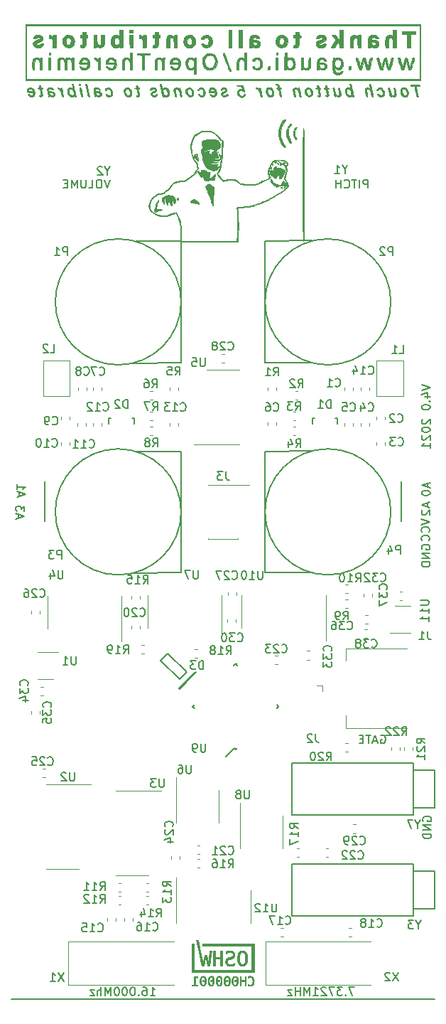
<source format=gbr>
G04 #@! TF.GenerationSoftware,KiCad,Pcbnew,6.0.11-2627ca5db0~126~ubuntu22.04.1*
G04 #@! TF.CreationDate,2023-07-01T13:56:55+02:00*
G04 #@! TF.ProjectId,OpenThereminV41,4f70656e-5468-4657-9265-6d696e563431,rev?*
G04 #@! TF.SameCoordinates,Original*
G04 #@! TF.FileFunction,Legend,Bot*
G04 #@! TF.FilePolarity,Positive*
%FSLAX46Y46*%
G04 Gerber Fmt 4.6, Leading zero omitted, Abs format (unit mm)*
G04 Created by KiCad (PCBNEW 6.0.11-2627ca5db0~126~ubuntu22.04.1) date 2023-07-01 13:56:55*
%MOMM*%
%LPD*%
G01*
G04 APERTURE LIST*
%ADD10C,0.150000*%
%ADD11C,0.200000*%
%ADD12C,0.010000*%
%ADD13C,0.120000*%
%ADD14C,0.100000*%
G04 APERTURE END LIST*
D10*
X121259800Y-101905000D02*
X121259800Y-97129800D01*
X78700000Y-101905000D02*
X78700000Y-97129800D01*
X74750000Y-158750000D02*
X125250000Y-158750000D01*
X91322314Y-158346980D02*
X91893742Y-158346980D01*
X91608028Y-158346980D02*
X91608028Y-157346980D01*
X91703266Y-157489838D01*
X91798504Y-157585076D01*
X91893742Y-157632695D01*
X90465171Y-157346980D02*
X90655647Y-157346980D01*
X90750885Y-157394600D01*
X90798504Y-157442219D01*
X90893742Y-157585076D01*
X90941361Y-157775552D01*
X90941361Y-158156504D01*
X90893742Y-158251742D01*
X90846123Y-158299361D01*
X90750885Y-158346980D01*
X90560409Y-158346980D01*
X90465171Y-158299361D01*
X90417552Y-158251742D01*
X90369933Y-158156504D01*
X90369933Y-157918409D01*
X90417552Y-157823171D01*
X90465171Y-157775552D01*
X90560409Y-157727933D01*
X90750885Y-157727933D01*
X90846123Y-157775552D01*
X90893742Y-157823171D01*
X90941361Y-157918409D01*
X89941361Y-158251742D02*
X89893742Y-158299361D01*
X89941361Y-158346980D01*
X89988980Y-158299361D01*
X89941361Y-158251742D01*
X89941361Y-158346980D01*
X89274695Y-157346980D02*
X89179457Y-157346980D01*
X89084219Y-157394600D01*
X89036600Y-157442219D01*
X88988980Y-157537457D01*
X88941361Y-157727933D01*
X88941361Y-157966028D01*
X88988980Y-158156504D01*
X89036600Y-158251742D01*
X89084219Y-158299361D01*
X89179457Y-158346980D01*
X89274695Y-158346980D01*
X89369933Y-158299361D01*
X89417552Y-158251742D01*
X89465171Y-158156504D01*
X89512790Y-157966028D01*
X89512790Y-157727933D01*
X89465171Y-157537457D01*
X89417552Y-157442219D01*
X89369933Y-157394600D01*
X89274695Y-157346980D01*
X88322314Y-157346980D02*
X88227076Y-157346980D01*
X88131838Y-157394600D01*
X88084219Y-157442219D01*
X88036600Y-157537457D01*
X87988980Y-157727933D01*
X87988980Y-157966028D01*
X88036600Y-158156504D01*
X88084219Y-158251742D01*
X88131838Y-158299361D01*
X88227076Y-158346980D01*
X88322314Y-158346980D01*
X88417552Y-158299361D01*
X88465171Y-158251742D01*
X88512790Y-158156504D01*
X88560409Y-157966028D01*
X88560409Y-157727933D01*
X88512790Y-157537457D01*
X88465171Y-157442219D01*
X88417552Y-157394600D01*
X88322314Y-157346980D01*
X87369933Y-157346980D02*
X87274695Y-157346980D01*
X87179457Y-157394600D01*
X87131838Y-157442219D01*
X87084219Y-157537457D01*
X87036600Y-157727933D01*
X87036600Y-157966028D01*
X87084219Y-158156504D01*
X87131838Y-158251742D01*
X87179457Y-158299361D01*
X87274695Y-158346980D01*
X87369933Y-158346980D01*
X87465171Y-158299361D01*
X87512790Y-158251742D01*
X87560409Y-158156504D01*
X87608028Y-157966028D01*
X87608028Y-157727933D01*
X87560409Y-157537457D01*
X87512790Y-157442219D01*
X87465171Y-157394600D01*
X87369933Y-157346980D01*
X86608028Y-158346980D02*
X86608028Y-157346980D01*
X86274695Y-158061266D01*
X85941361Y-157346980D01*
X85941361Y-158346980D01*
X85465171Y-158346980D02*
X85465171Y-157346980D01*
X85036600Y-158346980D02*
X85036600Y-157823171D01*
X85084219Y-157727933D01*
X85179457Y-157680314D01*
X85322314Y-157680314D01*
X85417552Y-157727933D01*
X85465171Y-157775552D01*
X84655647Y-157680314D02*
X84131838Y-157680314D01*
X84655647Y-158346980D01*
X84131838Y-158346980D01*
D11*
X86499523Y-61192380D02*
X86166190Y-62192380D01*
X85832857Y-61192380D01*
X85309047Y-61192380D02*
X85118571Y-61192380D01*
X85023333Y-61240000D01*
X84928095Y-61335238D01*
X84880476Y-61525714D01*
X84880476Y-61859047D01*
X84928095Y-62049523D01*
X85023333Y-62144761D01*
X85118571Y-62192380D01*
X85309047Y-62192380D01*
X85404285Y-62144761D01*
X85499523Y-62049523D01*
X85547142Y-61859047D01*
X85547142Y-61525714D01*
X85499523Y-61335238D01*
X85404285Y-61240000D01*
X85309047Y-61192380D01*
X83975714Y-62192380D02*
X84451904Y-62192380D01*
X84451904Y-61192380D01*
X83642380Y-61192380D02*
X83642380Y-62001904D01*
X83594761Y-62097142D01*
X83547142Y-62144761D01*
X83451904Y-62192380D01*
X83261428Y-62192380D01*
X83166190Y-62144761D01*
X83118571Y-62097142D01*
X83070952Y-62001904D01*
X83070952Y-61192380D01*
X82594761Y-62192380D02*
X82594761Y-61192380D01*
X82261428Y-61906666D01*
X81928095Y-61192380D01*
X81928095Y-62192380D01*
X81451904Y-61668571D02*
X81118571Y-61668571D01*
X80975714Y-62192380D02*
X81451904Y-62192380D01*
X81451904Y-61192380D01*
X80975714Y-61192380D01*
X117264761Y-62192380D02*
X117264761Y-61192380D01*
X116883809Y-61192380D01*
X116788571Y-61240000D01*
X116740952Y-61287619D01*
X116693333Y-61382857D01*
X116693333Y-61525714D01*
X116740952Y-61620952D01*
X116788571Y-61668571D01*
X116883809Y-61716190D01*
X117264761Y-61716190D01*
X116264761Y-62192380D02*
X116264761Y-61192380D01*
X115931428Y-61192380D02*
X115360000Y-61192380D01*
X115645714Y-62192380D02*
X115645714Y-61192380D01*
X114455238Y-62097142D02*
X114502857Y-62144761D01*
X114645714Y-62192380D01*
X114740952Y-62192380D01*
X114883809Y-62144761D01*
X114979047Y-62049523D01*
X115026666Y-61954285D01*
X115074285Y-61763809D01*
X115074285Y-61620952D01*
X115026666Y-61430476D01*
X114979047Y-61335238D01*
X114883809Y-61240000D01*
X114740952Y-61192380D01*
X114645714Y-61192380D01*
X114502857Y-61240000D01*
X114455238Y-61287619D01*
X114026666Y-62192380D02*
X114026666Y-61192380D01*
X114026666Y-61668571D02*
X113455238Y-61668571D01*
X113455238Y-62192380D02*
X113455238Y-61192380D01*
X123633180Y-101587666D02*
X124633180Y-101921000D01*
X123633180Y-102254333D01*
X124537942Y-103159095D02*
X124585561Y-103111476D01*
X124633180Y-102968619D01*
X124633180Y-102873380D01*
X124585561Y-102730523D01*
X124490323Y-102635285D01*
X124395085Y-102587666D01*
X124204609Y-102540047D01*
X124061752Y-102540047D01*
X123871276Y-102587666D01*
X123776038Y-102635285D01*
X123680800Y-102730523D01*
X123633180Y-102873380D01*
X123633180Y-102968619D01*
X123680800Y-103111476D01*
X123728419Y-103159095D01*
X124537942Y-104159095D02*
X124585561Y-104111476D01*
X124633180Y-103968619D01*
X124633180Y-103873380D01*
X124585561Y-103730523D01*
X124490323Y-103635285D01*
X124395085Y-103587666D01*
X124204609Y-103540047D01*
X124061752Y-103540047D01*
X123871276Y-103587666D01*
X123776038Y-103635285D01*
X123680800Y-103730523D01*
X123633180Y-103873380D01*
X123633180Y-103968619D01*
X123680800Y-104111476D01*
X123728419Y-104159095D01*
X75593333Y-101494285D02*
X75593333Y-101018095D01*
X75307619Y-101589523D02*
X76307619Y-101256190D01*
X75307619Y-100922857D01*
X76307619Y-100684761D02*
X76307619Y-100065714D01*
X75926666Y-100399047D01*
X75926666Y-100256190D01*
X75879047Y-100160952D01*
X75831428Y-100113333D01*
X75736190Y-100065714D01*
X75498095Y-100065714D01*
X75402857Y-100113333D01*
X75355238Y-100160952D01*
X75307619Y-100256190D01*
X75307619Y-100541904D01*
X75355238Y-100637142D01*
X75402857Y-100684761D01*
X124398266Y-97355314D02*
X124398266Y-97831504D01*
X124683980Y-97260076D02*
X123683980Y-97593409D01*
X124683980Y-97926742D01*
X123683980Y-98450552D02*
X123683980Y-98545790D01*
X123731600Y-98641028D01*
X123779219Y-98688647D01*
X123874457Y-98736266D01*
X124064933Y-98783885D01*
X124303028Y-98783885D01*
X124493504Y-98736266D01*
X124588742Y-98688647D01*
X124636361Y-98641028D01*
X124683980Y-98545790D01*
X124683980Y-98450552D01*
X124636361Y-98355314D01*
X124588742Y-98307695D01*
X124493504Y-98260076D01*
X124303028Y-98212457D01*
X124064933Y-98212457D01*
X123874457Y-98260076D01*
X123779219Y-98307695D01*
X123731600Y-98355314D01*
X123683980Y-98450552D01*
X75703333Y-98910885D02*
X75703333Y-98434695D01*
X75417619Y-99006123D02*
X76417619Y-98672790D01*
X75417619Y-98339457D01*
X75417619Y-97482314D02*
X75417619Y-98053742D01*
X75417619Y-97768028D02*
X76417619Y-97768028D01*
X76274761Y-97863266D01*
X76179523Y-97958504D01*
X76131904Y-98053742D01*
X124376666Y-99695714D02*
X124376666Y-100171904D01*
X124662380Y-99600476D02*
X123662380Y-99933809D01*
X124662380Y-100267142D01*
X123757619Y-100552857D02*
X123710000Y-100600476D01*
X123662380Y-100695714D01*
X123662380Y-100933809D01*
X123710000Y-101029047D01*
X123757619Y-101076666D01*
X123852857Y-101124285D01*
X123948095Y-101124285D01*
X124090952Y-101076666D01*
X124662380Y-100505238D01*
X124662380Y-101124285D01*
X123706200Y-105207095D02*
X123658580Y-105111857D01*
X123658580Y-104969000D01*
X123706200Y-104826142D01*
X123801438Y-104730904D01*
X123896676Y-104683285D01*
X124087152Y-104635666D01*
X124230009Y-104635666D01*
X124420485Y-104683285D01*
X124515723Y-104730904D01*
X124610961Y-104826142D01*
X124658580Y-104969000D01*
X124658580Y-105064238D01*
X124610961Y-105207095D01*
X124563342Y-105254714D01*
X124230009Y-105254714D01*
X124230009Y-105064238D01*
X124658580Y-105683285D02*
X123658580Y-105683285D01*
X124658580Y-106254714D01*
X123658580Y-106254714D01*
X124658580Y-106730904D02*
X123658580Y-106730904D01*
X123658580Y-106969000D01*
X123706200Y-107111857D01*
X123801438Y-107207095D01*
X123896676Y-107254714D01*
X124087152Y-107302333D01*
X124230009Y-107302333D01*
X124420485Y-107254714D01*
X124515723Y-107207095D01*
X124610961Y-107111857D01*
X124658580Y-106969000D01*
X124658580Y-106730904D01*
X123870000Y-137568095D02*
X123822380Y-137472857D01*
X123822380Y-137330000D01*
X123870000Y-137187142D01*
X123965238Y-137091904D01*
X124060476Y-137044285D01*
X124250952Y-136996666D01*
X124393809Y-136996666D01*
X124584285Y-137044285D01*
X124679523Y-137091904D01*
X124774761Y-137187142D01*
X124822380Y-137330000D01*
X124822380Y-137425238D01*
X124774761Y-137568095D01*
X124727142Y-137615714D01*
X124393809Y-137615714D01*
X124393809Y-137425238D01*
X124822380Y-138044285D02*
X123822380Y-138044285D01*
X124822380Y-138615714D01*
X123822380Y-138615714D01*
X124822380Y-139091904D02*
X123822380Y-139091904D01*
X123822380Y-139330000D01*
X123870000Y-139472857D01*
X123965238Y-139568095D01*
X124060476Y-139615714D01*
X124250952Y-139663333D01*
X124393809Y-139663333D01*
X124584285Y-139615714D01*
X124679523Y-139568095D01*
X124774761Y-139472857D01*
X124822380Y-139330000D01*
X124822380Y-139091904D01*
X118800000Y-127370000D02*
X118895238Y-127322380D01*
X119038095Y-127322380D01*
X119180952Y-127370000D01*
X119276190Y-127465238D01*
X119323809Y-127560476D01*
X119371428Y-127750952D01*
X119371428Y-127893809D01*
X119323809Y-128084285D01*
X119276190Y-128179523D01*
X119180952Y-128274761D01*
X119038095Y-128322380D01*
X118942857Y-128322380D01*
X118800000Y-128274761D01*
X118752380Y-128227142D01*
X118752380Y-127893809D01*
X118942857Y-127893809D01*
X118371428Y-128036666D02*
X117895238Y-128036666D01*
X118466666Y-128322380D02*
X118133333Y-127322380D01*
X117800000Y-128322380D01*
X117609523Y-127322380D02*
X117038095Y-127322380D01*
X117323809Y-128322380D02*
X117323809Y-127322380D01*
X116704761Y-127798571D02*
X116371428Y-127798571D01*
X116228571Y-128322380D02*
X116704761Y-128322380D01*
X116704761Y-127322380D01*
X116228571Y-127322380D01*
D10*
X115660190Y-157321580D02*
X114993523Y-157321580D01*
X115422095Y-158321580D01*
X114612571Y-158226342D02*
X114564952Y-158273961D01*
X114612571Y-158321580D01*
X114660190Y-158273961D01*
X114612571Y-158226342D01*
X114612571Y-158321580D01*
X114231619Y-157321580D02*
X113612571Y-157321580D01*
X113945904Y-157702533D01*
X113803047Y-157702533D01*
X113707809Y-157750152D01*
X113660190Y-157797771D01*
X113612571Y-157893009D01*
X113612571Y-158131104D01*
X113660190Y-158226342D01*
X113707809Y-158273961D01*
X113803047Y-158321580D01*
X114088761Y-158321580D01*
X114184000Y-158273961D01*
X114231619Y-158226342D01*
X113279238Y-157321580D02*
X112612571Y-157321580D01*
X113041142Y-158321580D01*
X112279238Y-157416819D02*
X112231619Y-157369200D01*
X112136380Y-157321580D01*
X111898285Y-157321580D01*
X111803047Y-157369200D01*
X111755428Y-157416819D01*
X111707809Y-157512057D01*
X111707809Y-157607295D01*
X111755428Y-157750152D01*
X112326857Y-158321580D01*
X111707809Y-158321580D01*
X110755428Y-158321580D02*
X111326857Y-158321580D01*
X111041142Y-158321580D02*
X111041142Y-157321580D01*
X111136380Y-157464438D01*
X111231619Y-157559676D01*
X111326857Y-157607295D01*
X110326857Y-158321580D02*
X110326857Y-157321580D01*
X109993523Y-158035866D01*
X109660190Y-157321580D01*
X109660190Y-158321580D01*
X109184000Y-158321580D02*
X109184000Y-157321580D01*
X109184000Y-157797771D02*
X108612571Y-157797771D01*
X108612571Y-158321580D02*
X108612571Y-157321580D01*
X108231619Y-157654914D02*
X107707809Y-157654914D01*
X108231619Y-158321580D01*
X107707809Y-158321580D01*
D11*
X123683980Y-85630476D02*
X124683980Y-85963809D01*
X123683980Y-86297142D01*
X124017314Y-87059047D02*
X124683980Y-87059047D01*
X123636361Y-86820952D02*
X124350647Y-86582857D01*
X124350647Y-87201904D01*
X124588742Y-87582857D02*
X124636361Y-87630476D01*
X124683980Y-87582857D01*
X124636361Y-87535238D01*
X124588742Y-87582857D01*
X124683980Y-87582857D01*
X123683980Y-88249523D02*
X123683980Y-88344761D01*
X123731600Y-88440000D01*
X123779219Y-88487619D01*
X123874457Y-88535238D01*
X124064933Y-88582857D01*
X124303028Y-88582857D01*
X124493504Y-88535238D01*
X124588742Y-88487619D01*
X124636361Y-88440000D01*
X124683980Y-88344761D01*
X124683980Y-88249523D01*
X124636361Y-88154285D01*
X124588742Y-88106666D01*
X124493504Y-88059047D01*
X124303028Y-88011428D01*
X124064933Y-88011428D01*
X123874457Y-88059047D01*
X123779219Y-88106666D01*
X123731600Y-88154285D01*
X123683980Y-88249523D01*
X123779219Y-89725714D02*
X123731600Y-89773333D01*
X123683980Y-89868571D01*
X123683980Y-90106666D01*
X123731600Y-90201904D01*
X123779219Y-90249523D01*
X123874457Y-90297142D01*
X123969695Y-90297142D01*
X124112552Y-90249523D01*
X124683980Y-89678095D01*
X124683980Y-90297142D01*
X123683980Y-90916190D02*
X123683980Y-91011428D01*
X123731600Y-91106666D01*
X123779219Y-91154285D01*
X123874457Y-91201904D01*
X124064933Y-91249523D01*
X124303028Y-91249523D01*
X124493504Y-91201904D01*
X124588742Y-91154285D01*
X124636361Y-91106666D01*
X124683980Y-91011428D01*
X124683980Y-90916190D01*
X124636361Y-90820952D01*
X124588742Y-90773333D01*
X124493504Y-90725714D01*
X124303028Y-90678095D01*
X124064933Y-90678095D01*
X123874457Y-90725714D01*
X123779219Y-90773333D01*
X123731600Y-90820952D01*
X123683980Y-90916190D01*
X123779219Y-91630476D02*
X123731600Y-91678095D01*
X123683980Y-91773333D01*
X123683980Y-92011428D01*
X123731600Y-92106666D01*
X123779219Y-92154285D01*
X123874457Y-92201904D01*
X123969695Y-92201904D01*
X124112552Y-92154285D01*
X124683980Y-91582857D01*
X124683980Y-92201904D01*
X124683980Y-93154285D02*
X124683980Y-92582857D01*
X124683980Y-92868571D02*
X123683980Y-92868571D01*
X123826838Y-92773333D01*
X123922076Y-92678095D01*
X123969695Y-92582857D01*
D10*
X114516190Y-59996190D02*
X114516190Y-60472380D01*
X114849523Y-59472380D02*
X114516190Y-59996190D01*
X114182857Y-59472380D01*
X113325714Y-60472380D02*
X113897142Y-60472380D01*
X113611428Y-60472380D02*
X113611428Y-59472380D01*
X113706666Y-59615238D01*
X113801904Y-59710476D01*
X113897142Y-59758095D01*
X86226190Y-60166190D02*
X86226190Y-60642380D01*
X86559523Y-59642380D02*
X86226190Y-60166190D01*
X85892857Y-59642380D01*
X85607142Y-59737619D02*
X85559523Y-59690000D01*
X85464285Y-59642380D01*
X85226190Y-59642380D01*
X85130952Y-59690000D01*
X85083333Y-59737619D01*
X85035714Y-59832857D01*
X85035714Y-59928095D01*
X85083333Y-60070952D01*
X85654761Y-60642380D01*
X85035714Y-60642380D01*
X121121595Y-105762380D02*
X121121595Y-104762380D01*
X120740642Y-104762380D01*
X120645404Y-104810000D01*
X120597785Y-104857619D01*
X120550166Y-104952857D01*
X120550166Y-105095714D01*
X120597785Y-105190952D01*
X120645404Y-105238571D01*
X120740642Y-105286190D01*
X121121595Y-105286190D01*
X119693023Y-105095714D02*
X119693023Y-105762380D01*
X119931119Y-104714761D02*
X120169214Y-105429047D01*
X119550166Y-105429047D01*
X120232595Y-70226380D02*
X120232595Y-69226380D01*
X119851642Y-69226380D01*
X119756404Y-69274000D01*
X119708785Y-69321619D01*
X119661166Y-69416857D01*
X119661166Y-69559714D01*
X119708785Y-69654952D01*
X119756404Y-69702571D01*
X119851642Y-69750190D01*
X120232595Y-69750190D01*
X119280214Y-69321619D02*
X119232595Y-69274000D01*
X119137357Y-69226380D01*
X118899261Y-69226380D01*
X118804023Y-69274000D01*
X118756404Y-69321619D01*
X118708785Y-69416857D01*
X118708785Y-69512095D01*
X118756404Y-69654952D01*
X119327833Y-70226380D01*
X118708785Y-70226380D01*
X124399833Y-114953880D02*
X124399833Y-115668166D01*
X124447452Y-115811023D01*
X124542690Y-115906261D01*
X124685547Y-115953880D01*
X124780785Y-115953880D01*
X123399833Y-115953880D02*
X123971261Y-115953880D01*
X123685547Y-115953880D02*
X123685547Y-114953880D01*
X123780785Y-115096738D01*
X123876023Y-115191976D01*
X123971261Y-115239595D01*
X88612095Y-88402620D02*
X88612095Y-87402620D01*
X88374000Y-87402620D01*
X88231142Y-87450240D01*
X88135904Y-87545478D01*
X88088285Y-87640716D01*
X88040666Y-87831192D01*
X88040666Y-87974049D01*
X88088285Y-88164525D01*
X88135904Y-88259763D01*
X88231142Y-88355001D01*
X88374000Y-88402620D01*
X88612095Y-88402620D01*
X87659714Y-87497859D02*
X87612095Y-87450240D01*
X87516857Y-87402620D01*
X87278761Y-87402620D01*
X87183523Y-87450240D01*
X87135904Y-87497859D01*
X87088285Y-87593097D01*
X87088285Y-87688335D01*
X87135904Y-87831192D01*
X87707333Y-88402620D01*
X87088285Y-88402620D01*
X85256666Y-84397142D02*
X85304285Y-84444761D01*
X85447142Y-84492380D01*
X85542380Y-84492380D01*
X85685238Y-84444761D01*
X85780476Y-84349523D01*
X85828095Y-84254285D01*
X85875714Y-84063809D01*
X85875714Y-83920952D01*
X85828095Y-83730476D01*
X85780476Y-83635238D01*
X85685238Y-83540000D01*
X85542380Y-83492380D01*
X85447142Y-83492380D01*
X85304285Y-83540000D01*
X85256666Y-83587619D01*
X84923333Y-83492380D02*
X84256666Y-83492380D01*
X84685238Y-84492380D01*
X83416666Y-84377142D02*
X83464285Y-84424761D01*
X83607142Y-84472380D01*
X83702380Y-84472380D01*
X83845238Y-84424761D01*
X83940476Y-84329523D01*
X83988095Y-84234285D01*
X84035714Y-84043809D01*
X84035714Y-83900952D01*
X83988095Y-83710476D01*
X83940476Y-83615238D01*
X83845238Y-83520000D01*
X83702380Y-83472380D01*
X83607142Y-83472380D01*
X83464285Y-83520000D01*
X83416666Y-83567619D01*
X82845238Y-83900952D02*
X82940476Y-83853333D01*
X82988095Y-83805714D01*
X83035714Y-83710476D01*
X83035714Y-83662857D01*
X82988095Y-83567619D01*
X82940476Y-83520000D01*
X82845238Y-83472380D01*
X82654761Y-83472380D01*
X82559523Y-83520000D01*
X82511904Y-83567619D01*
X82464285Y-83662857D01*
X82464285Y-83710476D01*
X82511904Y-83805714D01*
X82559523Y-83853333D01*
X82654761Y-83900952D01*
X82845238Y-83900952D01*
X82940476Y-83948571D01*
X82988095Y-83996190D01*
X83035714Y-84091428D01*
X83035714Y-84281904D01*
X82988095Y-84377142D01*
X82940476Y-84424761D01*
X82845238Y-84472380D01*
X82654761Y-84472380D01*
X82559523Y-84424761D01*
X82511904Y-84377142D01*
X82464285Y-84281904D01*
X82464285Y-84091428D01*
X82511904Y-83996190D01*
X82559523Y-83948571D01*
X82654761Y-83900952D01*
X79656166Y-90298642D02*
X79703785Y-90346261D01*
X79846642Y-90393880D01*
X79941880Y-90393880D01*
X80084738Y-90346261D01*
X80179976Y-90251023D01*
X80227595Y-90155785D01*
X80275214Y-89965309D01*
X80275214Y-89822452D01*
X80227595Y-89631976D01*
X80179976Y-89536738D01*
X80084738Y-89441500D01*
X79941880Y-89393880D01*
X79846642Y-89393880D01*
X79703785Y-89441500D01*
X79656166Y-89489119D01*
X79179976Y-90393880D02*
X78989500Y-90393880D01*
X78894261Y-90346261D01*
X78846642Y-90298642D01*
X78751404Y-90155785D01*
X78703785Y-89965309D01*
X78703785Y-89584357D01*
X78751404Y-89489119D01*
X78799023Y-89441500D01*
X78894261Y-89393880D01*
X79084738Y-89393880D01*
X79179976Y-89441500D01*
X79227595Y-89489119D01*
X79275214Y-89584357D01*
X79275214Y-89822452D01*
X79227595Y-89917690D01*
X79179976Y-89965309D01*
X79084738Y-90012928D01*
X78894261Y-90012928D01*
X78799023Y-89965309D01*
X78751404Y-89917690D01*
X78703785Y-89822452D01*
X84042857Y-93057142D02*
X84090476Y-93104761D01*
X84233333Y-93152380D01*
X84328571Y-93152380D01*
X84471428Y-93104761D01*
X84566666Y-93009523D01*
X84614285Y-92914285D01*
X84661904Y-92723809D01*
X84661904Y-92580952D01*
X84614285Y-92390476D01*
X84566666Y-92295238D01*
X84471428Y-92200000D01*
X84328571Y-92152380D01*
X84233333Y-92152380D01*
X84090476Y-92200000D01*
X84042857Y-92247619D01*
X83090476Y-93152380D02*
X83661904Y-93152380D01*
X83376190Y-93152380D02*
X83376190Y-92152380D01*
X83471428Y-92295238D01*
X83566666Y-92390476D01*
X83661904Y-92438095D01*
X82138095Y-93152380D02*
X82709523Y-93152380D01*
X82423809Y-93152380D02*
X82423809Y-92152380D01*
X82519047Y-92295238D01*
X82614285Y-92390476D01*
X82709523Y-92438095D01*
X91625857Y-150522142D02*
X91673476Y-150569761D01*
X91816333Y-150617380D01*
X91911571Y-150617380D01*
X92054428Y-150569761D01*
X92149666Y-150474523D01*
X92197285Y-150379285D01*
X92244904Y-150188809D01*
X92244904Y-150045952D01*
X92197285Y-149855476D01*
X92149666Y-149760238D01*
X92054428Y-149665000D01*
X91911571Y-149617380D01*
X91816333Y-149617380D01*
X91673476Y-149665000D01*
X91625857Y-149712619D01*
X90673476Y-150617380D02*
X91244904Y-150617380D01*
X90959190Y-150617380D02*
X90959190Y-149617380D01*
X91054428Y-149760238D01*
X91149666Y-149855476D01*
X91244904Y-149903095D01*
X89816333Y-149617380D02*
X90006809Y-149617380D01*
X90102047Y-149665000D01*
X90149666Y-149712619D01*
X90244904Y-149855476D01*
X90292523Y-150045952D01*
X90292523Y-150426904D01*
X90244904Y-150522142D01*
X90197285Y-150569761D01*
X90102047Y-150617380D01*
X89911571Y-150617380D01*
X89816333Y-150569761D01*
X89768714Y-150522142D01*
X89721095Y-150426904D01*
X89721095Y-150188809D01*
X89768714Y-150093571D01*
X89816333Y-150045952D01*
X89911571Y-149998333D01*
X90102047Y-149998333D01*
X90197285Y-150045952D01*
X90244904Y-150093571D01*
X90292523Y-150188809D01*
X93943642Y-138219142D02*
X93991261Y-138171523D01*
X94038880Y-138028666D01*
X94038880Y-137933428D01*
X93991261Y-137790571D01*
X93896023Y-137695333D01*
X93800785Y-137647714D01*
X93610309Y-137600095D01*
X93467452Y-137600095D01*
X93276976Y-137647714D01*
X93181738Y-137695333D01*
X93086500Y-137790571D01*
X93038880Y-137933428D01*
X93038880Y-138028666D01*
X93086500Y-138171523D01*
X93134119Y-138219142D01*
X93134119Y-138600095D02*
X93086500Y-138647714D01*
X93038880Y-138742952D01*
X93038880Y-138981047D01*
X93086500Y-139076285D01*
X93134119Y-139123904D01*
X93229357Y-139171523D01*
X93324595Y-139171523D01*
X93467452Y-139123904D01*
X94038880Y-138552476D01*
X94038880Y-139171523D01*
X93372214Y-140028666D02*
X94038880Y-140028666D01*
X92991261Y-139790571D02*
X93705547Y-139552476D01*
X93705547Y-140171523D01*
X78163857Y-110834642D02*
X78211476Y-110882261D01*
X78354333Y-110929880D01*
X78449571Y-110929880D01*
X78592428Y-110882261D01*
X78687666Y-110787023D01*
X78735285Y-110691785D01*
X78782904Y-110501309D01*
X78782904Y-110358452D01*
X78735285Y-110167976D01*
X78687666Y-110072738D01*
X78592428Y-109977500D01*
X78449571Y-109929880D01*
X78354333Y-109929880D01*
X78211476Y-109977500D01*
X78163857Y-110025119D01*
X77782904Y-110025119D02*
X77735285Y-109977500D01*
X77640047Y-109929880D01*
X77401952Y-109929880D01*
X77306714Y-109977500D01*
X77259095Y-110025119D01*
X77211476Y-110120357D01*
X77211476Y-110215595D01*
X77259095Y-110358452D01*
X77830523Y-110929880D01*
X77211476Y-110929880D01*
X76354333Y-109929880D02*
X76544809Y-109929880D01*
X76640047Y-109977500D01*
X76687666Y-110025119D01*
X76782904Y-110167976D01*
X76830523Y-110358452D01*
X76830523Y-110739404D01*
X76782904Y-110834642D01*
X76735285Y-110882261D01*
X76640047Y-110929880D01*
X76449571Y-110929880D01*
X76354333Y-110882261D01*
X76306714Y-110834642D01*
X76259095Y-110739404D01*
X76259095Y-110501309D01*
X76306714Y-110406071D01*
X76354333Y-110358452D01*
X76449571Y-110310833D01*
X76640047Y-110310833D01*
X76735285Y-110358452D01*
X76782904Y-110406071D01*
X76830523Y-110501309D01*
X101087357Y-108675642D02*
X101134976Y-108723261D01*
X101277833Y-108770880D01*
X101373071Y-108770880D01*
X101515928Y-108723261D01*
X101611166Y-108628023D01*
X101658785Y-108532785D01*
X101706404Y-108342309D01*
X101706404Y-108199452D01*
X101658785Y-108008976D01*
X101611166Y-107913738D01*
X101515928Y-107818500D01*
X101373071Y-107770880D01*
X101277833Y-107770880D01*
X101134976Y-107818500D01*
X101087357Y-107866119D01*
X100706404Y-107866119D02*
X100658785Y-107818500D01*
X100563547Y-107770880D01*
X100325452Y-107770880D01*
X100230214Y-107818500D01*
X100182595Y-107866119D01*
X100134976Y-107961357D01*
X100134976Y-108056595D01*
X100182595Y-108199452D01*
X100754023Y-108770880D01*
X100134976Y-108770880D01*
X99801642Y-107770880D02*
X99134976Y-107770880D01*
X99563547Y-108770880D01*
X100617357Y-81401142D02*
X100664976Y-81448761D01*
X100807833Y-81496380D01*
X100903071Y-81496380D01*
X101045928Y-81448761D01*
X101141166Y-81353523D01*
X101188785Y-81258285D01*
X101236404Y-81067809D01*
X101236404Y-80924952D01*
X101188785Y-80734476D01*
X101141166Y-80639238D01*
X101045928Y-80544000D01*
X100903071Y-80496380D01*
X100807833Y-80496380D01*
X100664976Y-80544000D01*
X100617357Y-80591619D01*
X100236404Y-80591619D02*
X100188785Y-80544000D01*
X100093547Y-80496380D01*
X99855452Y-80496380D01*
X99760214Y-80544000D01*
X99712595Y-80591619D01*
X99664976Y-80686857D01*
X99664976Y-80782095D01*
X99712595Y-80924952D01*
X100284023Y-81496380D01*
X99664976Y-81496380D01*
X99093547Y-80924952D02*
X99188785Y-80877333D01*
X99236404Y-80829714D01*
X99284023Y-80734476D01*
X99284023Y-80686857D01*
X99236404Y-80591619D01*
X99188785Y-80544000D01*
X99093547Y-80496380D01*
X98903071Y-80496380D01*
X98807833Y-80544000D01*
X98760214Y-80591619D01*
X98712595Y-80686857D01*
X98712595Y-80734476D01*
X98760214Y-80829714D01*
X98807833Y-80877333D01*
X98903071Y-80924952D01*
X99093547Y-80924952D01*
X99188785Y-80972571D01*
X99236404Y-81020190D01*
X99284023Y-81115428D01*
X99284023Y-81305904D01*
X99236404Y-81401142D01*
X99188785Y-81448761D01*
X99093547Y-81496380D01*
X98903071Y-81496380D01*
X98807833Y-81448761D01*
X98760214Y-81401142D01*
X98712595Y-81305904D01*
X98712595Y-81115428D01*
X98760214Y-81020190D01*
X98807833Y-80972571D01*
X98903071Y-80924952D01*
X108929666Y-85941380D02*
X109263000Y-85465190D01*
X109501095Y-85941380D02*
X109501095Y-84941380D01*
X109120142Y-84941380D01*
X109024904Y-84989000D01*
X108977285Y-85036619D01*
X108929666Y-85131857D01*
X108929666Y-85274714D01*
X108977285Y-85369952D01*
X109024904Y-85417571D01*
X109120142Y-85465190D01*
X109501095Y-85465190D01*
X108548714Y-85036619D02*
X108501095Y-84989000D01*
X108405857Y-84941380D01*
X108167761Y-84941380D01*
X108072523Y-84989000D01*
X108024904Y-85036619D01*
X107977285Y-85131857D01*
X107977285Y-85227095D01*
X108024904Y-85369952D01*
X108596333Y-85941380D01*
X107977285Y-85941380D01*
X108675666Y-93086380D02*
X109009000Y-92610190D01*
X109247095Y-93086380D02*
X109247095Y-92086380D01*
X108866142Y-92086380D01*
X108770904Y-92134000D01*
X108723285Y-92181619D01*
X108675666Y-92276857D01*
X108675666Y-92419714D01*
X108723285Y-92514952D01*
X108770904Y-92562571D01*
X108866142Y-92610190D01*
X109247095Y-92610190D01*
X107818523Y-92419714D02*
X107818523Y-93086380D01*
X108056619Y-92038761D02*
X108294714Y-92753047D01*
X107675666Y-92753047D01*
X94286666Y-84462380D02*
X94620000Y-83986190D01*
X94858095Y-84462380D02*
X94858095Y-83462380D01*
X94477142Y-83462380D01*
X94381904Y-83510000D01*
X94334285Y-83557619D01*
X94286666Y-83652857D01*
X94286666Y-83795714D01*
X94334285Y-83890952D01*
X94381904Y-83938571D01*
X94477142Y-83986190D01*
X94858095Y-83986190D01*
X93381904Y-83462380D02*
X93858095Y-83462380D01*
X93905714Y-83938571D01*
X93858095Y-83890952D01*
X93762857Y-83843333D01*
X93524761Y-83843333D01*
X93429523Y-83890952D01*
X93381904Y-83938571D01*
X93334285Y-84033809D01*
X93334285Y-84271904D01*
X93381904Y-84367142D01*
X93429523Y-84414761D01*
X93524761Y-84462380D01*
X93762857Y-84462380D01*
X93858095Y-84414761D01*
X93905714Y-84367142D01*
X91632166Y-88682380D02*
X91965500Y-88206190D01*
X92203595Y-88682380D02*
X92203595Y-87682380D01*
X91822642Y-87682380D01*
X91727404Y-87730000D01*
X91679785Y-87777619D01*
X91632166Y-87872857D01*
X91632166Y-88015714D01*
X91679785Y-88110952D01*
X91727404Y-88158571D01*
X91822642Y-88206190D01*
X92203595Y-88206190D01*
X91298833Y-87682380D02*
X90632166Y-87682380D01*
X91060738Y-88682380D01*
X91632166Y-92992380D02*
X91965500Y-92516190D01*
X92203595Y-92992380D02*
X92203595Y-91992380D01*
X91822642Y-91992380D01*
X91727404Y-92040000D01*
X91679785Y-92087619D01*
X91632166Y-92182857D01*
X91632166Y-92325714D01*
X91679785Y-92420952D01*
X91727404Y-92468571D01*
X91822642Y-92516190D01*
X92203595Y-92516190D01*
X91060738Y-92420952D02*
X91155976Y-92373333D01*
X91203595Y-92325714D01*
X91251214Y-92230476D01*
X91251214Y-92182857D01*
X91203595Y-92087619D01*
X91155976Y-92040000D01*
X91060738Y-91992380D01*
X90870261Y-91992380D01*
X90775023Y-92040000D01*
X90727404Y-92087619D01*
X90679785Y-92182857D01*
X90679785Y-92230476D01*
X90727404Y-92325714D01*
X90775023Y-92373333D01*
X90870261Y-92420952D01*
X91060738Y-92420952D01*
X91155976Y-92468571D01*
X91203595Y-92516190D01*
X91251214Y-92611428D01*
X91251214Y-92801904D01*
X91203595Y-92897142D01*
X91155976Y-92944761D01*
X91060738Y-92992380D01*
X90870261Y-92992380D01*
X90775023Y-92944761D01*
X90727404Y-92897142D01*
X90679785Y-92801904D01*
X90679785Y-92611428D01*
X90727404Y-92516190D01*
X90775023Y-92468571D01*
X90870261Y-92420952D01*
X92052857Y-148982380D02*
X92386190Y-148506190D01*
X92624285Y-148982380D02*
X92624285Y-147982380D01*
X92243333Y-147982380D01*
X92148095Y-148030000D01*
X92100476Y-148077619D01*
X92052857Y-148172857D01*
X92052857Y-148315714D01*
X92100476Y-148410952D01*
X92148095Y-148458571D01*
X92243333Y-148506190D01*
X92624285Y-148506190D01*
X91100476Y-148982380D02*
X91671904Y-148982380D01*
X91386190Y-148982380D02*
X91386190Y-147982380D01*
X91481428Y-148125238D01*
X91576666Y-148220476D01*
X91671904Y-148268095D01*
X90243333Y-148315714D02*
X90243333Y-148982380D01*
X90481428Y-147934761D02*
X90719523Y-148649047D01*
X90100476Y-148649047D01*
X108961380Y-138447742D02*
X108485190Y-138114409D01*
X108961380Y-137876314D02*
X107961380Y-137876314D01*
X107961380Y-138257266D01*
X108009000Y-138352504D01*
X108056619Y-138400123D01*
X108151857Y-138447742D01*
X108294714Y-138447742D01*
X108389952Y-138400123D01*
X108437571Y-138352504D01*
X108485190Y-138257266D01*
X108485190Y-137876314D01*
X108961380Y-139400123D02*
X108961380Y-138828695D01*
X108961380Y-139114409D02*
X107961380Y-139114409D01*
X108104238Y-139019171D01*
X108199476Y-138923933D01*
X108247095Y-138828695D01*
X107961380Y-139733457D02*
X107961380Y-140400123D01*
X108961380Y-139971552D01*
X112864095Y-88416380D02*
X112864095Y-87416380D01*
X112626000Y-87416380D01*
X112483142Y-87464000D01*
X112387904Y-87559238D01*
X112340285Y-87654476D01*
X112292666Y-87844952D01*
X112292666Y-87987809D01*
X112340285Y-88178285D01*
X112387904Y-88273523D01*
X112483142Y-88368761D01*
X112626000Y-88416380D01*
X112864095Y-88416380D01*
X111340285Y-88416380D02*
X111911714Y-88416380D01*
X111626000Y-88416380D02*
X111626000Y-87416380D01*
X111721238Y-87559238D01*
X111816476Y-87654476D01*
X111911714Y-87702095D01*
X91536666Y-85972380D02*
X91870000Y-85496190D01*
X92108095Y-85972380D02*
X92108095Y-84972380D01*
X91727142Y-84972380D01*
X91631904Y-85020000D01*
X91584285Y-85067619D01*
X91536666Y-85162857D01*
X91536666Y-85305714D01*
X91584285Y-85400952D01*
X91631904Y-85448571D01*
X91727142Y-85496190D01*
X92108095Y-85496190D01*
X90679523Y-84972380D02*
X90870000Y-84972380D01*
X90965238Y-85020000D01*
X91012857Y-85067619D01*
X91108095Y-85210476D01*
X91155714Y-85400952D01*
X91155714Y-85781904D01*
X91108095Y-85877142D01*
X91060476Y-85924761D01*
X90965238Y-85972380D01*
X90774761Y-85972380D01*
X90679523Y-85924761D01*
X90631904Y-85877142D01*
X90584285Y-85781904D01*
X90584285Y-85543809D01*
X90631904Y-85448571D01*
X90679523Y-85400952D01*
X90774761Y-85353333D01*
X90965238Y-85353333D01*
X91060476Y-85400952D01*
X91108095Y-85448571D01*
X91155714Y-85543809D01*
X120804166Y-90006642D02*
X120851785Y-90054261D01*
X120994642Y-90101880D01*
X121089880Y-90101880D01*
X121232738Y-90054261D01*
X121327976Y-89959023D01*
X121375595Y-89863785D01*
X121423214Y-89673309D01*
X121423214Y-89530452D01*
X121375595Y-89339976D01*
X121327976Y-89244738D01*
X121232738Y-89149500D01*
X121089880Y-89101880D01*
X120994642Y-89101880D01*
X120851785Y-89149500D01*
X120804166Y-89197119D01*
X120423214Y-89197119D02*
X120375595Y-89149500D01*
X120280357Y-89101880D01*
X120042261Y-89101880D01*
X119947023Y-89149500D01*
X119899404Y-89197119D01*
X119851785Y-89292357D01*
X119851785Y-89387595D01*
X119899404Y-89530452D01*
X120470833Y-90101880D01*
X119851785Y-90101880D01*
X113374666Y-85752142D02*
X113422285Y-85799761D01*
X113565142Y-85847380D01*
X113660380Y-85847380D01*
X113803238Y-85799761D01*
X113898476Y-85704523D01*
X113946095Y-85609285D01*
X113993714Y-85418809D01*
X113993714Y-85275952D01*
X113946095Y-85085476D01*
X113898476Y-84990238D01*
X113803238Y-84895000D01*
X113660380Y-84847380D01*
X113565142Y-84847380D01*
X113422285Y-84895000D01*
X113374666Y-84942619D01*
X112422285Y-85847380D02*
X112993714Y-85847380D01*
X112708000Y-85847380D02*
X112708000Y-84847380D01*
X112803238Y-84990238D01*
X112898476Y-85085476D01*
X112993714Y-85133095D01*
X117311666Y-88673142D02*
X117359285Y-88720761D01*
X117502142Y-88768380D01*
X117597380Y-88768380D01*
X117740238Y-88720761D01*
X117835476Y-88625523D01*
X117883095Y-88530285D01*
X117930714Y-88339809D01*
X117930714Y-88196952D01*
X117883095Y-88006476D01*
X117835476Y-87911238D01*
X117740238Y-87816000D01*
X117597380Y-87768380D01*
X117502142Y-87768380D01*
X117359285Y-87816000D01*
X117311666Y-87863619D01*
X116454523Y-88101714D02*
X116454523Y-88768380D01*
X116692619Y-87720761D02*
X116930714Y-88435047D01*
X116311666Y-88435047D01*
X115152666Y-88673142D02*
X115200285Y-88720761D01*
X115343142Y-88768380D01*
X115438380Y-88768380D01*
X115581238Y-88720761D01*
X115676476Y-88625523D01*
X115724095Y-88530285D01*
X115771714Y-88339809D01*
X115771714Y-88196952D01*
X115724095Y-88006476D01*
X115676476Y-87911238D01*
X115581238Y-87816000D01*
X115438380Y-87768380D01*
X115343142Y-87768380D01*
X115200285Y-87816000D01*
X115152666Y-87863619D01*
X114247904Y-87768380D02*
X114724095Y-87768380D01*
X114771714Y-88244571D01*
X114724095Y-88196952D01*
X114628857Y-88149333D01*
X114390761Y-88149333D01*
X114295523Y-88196952D01*
X114247904Y-88244571D01*
X114200285Y-88339809D01*
X114200285Y-88577904D01*
X114247904Y-88673142D01*
X114295523Y-88720761D01*
X114390761Y-88768380D01*
X114628857Y-88768380D01*
X114724095Y-88720761D01*
X114771714Y-88673142D01*
X117343357Y-84282642D02*
X117390976Y-84330261D01*
X117533833Y-84377880D01*
X117629071Y-84377880D01*
X117771928Y-84330261D01*
X117867166Y-84235023D01*
X117914785Y-84139785D01*
X117962404Y-83949309D01*
X117962404Y-83806452D01*
X117914785Y-83615976D01*
X117867166Y-83520738D01*
X117771928Y-83425500D01*
X117629071Y-83377880D01*
X117533833Y-83377880D01*
X117390976Y-83425500D01*
X117343357Y-83473119D01*
X116390976Y-84377880D02*
X116962404Y-84377880D01*
X116676690Y-84377880D02*
X116676690Y-83377880D01*
X116771928Y-83520738D01*
X116867166Y-83615976D01*
X116962404Y-83663595D01*
X115533833Y-83711214D02*
X115533833Y-84377880D01*
X115771928Y-83330261D02*
X116010023Y-84044547D01*
X115390976Y-84044547D01*
X104730595Y-107770880D02*
X104730595Y-108580404D01*
X104682976Y-108675642D01*
X104635357Y-108723261D01*
X104540119Y-108770880D01*
X104349642Y-108770880D01*
X104254404Y-108723261D01*
X104206785Y-108675642D01*
X104159166Y-108580404D01*
X104159166Y-107770880D01*
X103159166Y-108770880D02*
X103730595Y-108770880D01*
X103444880Y-108770880D02*
X103444880Y-107770880D01*
X103540119Y-107913738D01*
X103635357Y-108008976D01*
X103730595Y-108056595D01*
X102540119Y-107770880D02*
X102444880Y-107770880D01*
X102349642Y-107818500D01*
X102302023Y-107866119D01*
X102254404Y-107961357D01*
X102206785Y-108151833D01*
X102206785Y-108389928D01*
X102254404Y-108580404D01*
X102302023Y-108675642D01*
X102349642Y-108723261D01*
X102444880Y-108770880D01*
X102540119Y-108770880D01*
X102635357Y-108723261D01*
X102682976Y-108675642D01*
X102730595Y-108580404D01*
X102778214Y-108389928D01*
X102778214Y-108151833D01*
X102730595Y-107961357D01*
X102682976Y-107866119D01*
X102635357Y-107818500D01*
X102540119Y-107770880D01*
X106992857Y-117438642D02*
X107040476Y-117486261D01*
X107183333Y-117533880D01*
X107278571Y-117533880D01*
X107421428Y-117486261D01*
X107516666Y-117391023D01*
X107564285Y-117295785D01*
X107611904Y-117105309D01*
X107611904Y-116962452D01*
X107564285Y-116771976D01*
X107516666Y-116676738D01*
X107421428Y-116581500D01*
X107278571Y-116533880D01*
X107183333Y-116533880D01*
X107040476Y-116581500D01*
X106992857Y-116629119D01*
X106611904Y-116629119D02*
X106564285Y-116581500D01*
X106469047Y-116533880D01*
X106230952Y-116533880D01*
X106135714Y-116581500D01*
X106088095Y-116629119D01*
X106040476Y-116724357D01*
X106040476Y-116819595D01*
X106088095Y-116962452D01*
X106659523Y-117533880D01*
X106040476Y-117533880D01*
X105707142Y-116533880D02*
X105088095Y-116533880D01*
X105421428Y-116914833D01*
X105278571Y-116914833D01*
X105183333Y-116962452D01*
X105135714Y-117010071D01*
X105088095Y-117105309D01*
X105088095Y-117343404D01*
X105135714Y-117438642D01*
X105183333Y-117486261D01*
X105278571Y-117533880D01*
X105564285Y-117533880D01*
X105659523Y-117486261D01*
X105707142Y-117438642D01*
X97840904Y-82434380D02*
X97840904Y-83243904D01*
X97793285Y-83339142D01*
X97745666Y-83386761D01*
X97650428Y-83434380D01*
X97459952Y-83434380D01*
X97364714Y-83386761D01*
X97317095Y-83339142D01*
X97269476Y-83243904D01*
X97269476Y-82434380D01*
X96317095Y-82434380D02*
X96793285Y-82434380D01*
X96840904Y-82910571D01*
X96793285Y-82862952D01*
X96698047Y-82815333D01*
X96459952Y-82815333D01*
X96364714Y-82862952D01*
X96317095Y-82910571D01*
X96269476Y-83005809D01*
X96269476Y-83243904D01*
X96317095Y-83339142D01*
X96364714Y-83386761D01*
X96459952Y-83434380D01*
X96698047Y-83434380D01*
X96793285Y-83386761D01*
X96840904Y-83339142D01*
X96189904Y-130884880D02*
X96189904Y-131694404D01*
X96142285Y-131789642D01*
X96094666Y-131837261D01*
X95999428Y-131884880D01*
X95808952Y-131884880D01*
X95713714Y-131837261D01*
X95666095Y-131789642D01*
X95618476Y-131694404D01*
X95618476Y-130884880D01*
X94713714Y-130884880D02*
X94904190Y-130884880D01*
X94999428Y-130932500D01*
X95047047Y-130980119D01*
X95142285Y-131122976D01*
X95189904Y-131313452D01*
X95189904Y-131694404D01*
X95142285Y-131789642D01*
X95094666Y-131837261D01*
X94999428Y-131884880D01*
X94808952Y-131884880D01*
X94713714Y-131837261D01*
X94666095Y-131789642D01*
X94618476Y-131694404D01*
X94618476Y-131456309D01*
X94666095Y-131361071D01*
X94713714Y-131313452D01*
X94808952Y-131265833D01*
X94999428Y-131265833D01*
X95094666Y-131313452D01*
X95142285Y-131361071D01*
X95189904Y-131456309D01*
X118778457Y-108942342D02*
X118826076Y-108989961D01*
X118968933Y-109037580D01*
X119064171Y-109037580D01*
X119207028Y-108989961D01*
X119302266Y-108894723D01*
X119349885Y-108799485D01*
X119397504Y-108609009D01*
X119397504Y-108466152D01*
X119349885Y-108275676D01*
X119302266Y-108180438D01*
X119207028Y-108085200D01*
X119064171Y-108037580D01*
X118968933Y-108037580D01*
X118826076Y-108085200D01*
X118778457Y-108132819D01*
X118445123Y-108037580D02*
X117826076Y-108037580D01*
X118159409Y-108418533D01*
X118016552Y-108418533D01*
X117921314Y-108466152D01*
X117873695Y-108513771D01*
X117826076Y-108609009D01*
X117826076Y-108847104D01*
X117873695Y-108942342D01*
X117921314Y-108989961D01*
X118016552Y-109037580D01*
X118302266Y-109037580D01*
X118397504Y-108989961D01*
X118445123Y-108942342D01*
X117445123Y-108132819D02*
X117397504Y-108085200D01*
X117302266Y-108037580D01*
X117064171Y-108037580D01*
X116968933Y-108085200D01*
X116921314Y-108132819D01*
X116873695Y-108228057D01*
X116873695Y-108323295D01*
X116921314Y-108466152D01*
X117492742Y-109037580D01*
X116873695Y-109037580D01*
X114339866Y-113584180D02*
X114673200Y-113107990D01*
X114911295Y-113584180D02*
X114911295Y-112584180D01*
X114530342Y-112584180D01*
X114435104Y-112631800D01*
X114387485Y-112679419D01*
X114339866Y-112774657D01*
X114339866Y-112917514D01*
X114387485Y-113012752D01*
X114435104Y-113060371D01*
X114530342Y-113107990D01*
X114911295Y-113107990D01*
X113863676Y-113584180D02*
X113673200Y-113584180D01*
X113577961Y-113536561D01*
X113530342Y-113488942D01*
X113435104Y-113346085D01*
X113387485Y-113155609D01*
X113387485Y-112774657D01*
X113435104Y-112679419D01*
X113482723Y-112631800D01*
X113577961Y-112584180D01*
X113768438Y-112584180D01*
X113863676Y-112631800D01*
X113911295Y-112679419D01*
X113958914Y-112774657D01*
X113958914Y-113012752D01*
X113911295Y-113107990D01*
X113863676Y-113155609D01*
X113768438Y-113203228D01*
X113577961Y-113203228D01*
X113482723Y-113155609D01*
X113435104Y-113107990D01*
X113387485Y-113012752D01*
X115806657Y-109088380D02*
X116139990Y-108612190D01*
X116378085Y-109088380D02*
X116378085Y-108088380D01*
X115997133Y-108088380D01*
X115901895Y-108136000D01*
X115854276Y-108183619D01*
X115806657Y-108278857D01*
X115806657Y-108421714D01*
X115854276Y-108516952D01*
X115901895Y-108564571D01*
X115997133Y-108612190D01*
X116378085Y-108612190D01*
X114854276Y-109088380D02*
X115425704Y-109088380D01*
X115139990Y-109088380D02*
X115139990Y-108088380D01*
X115235228Y-108231238D01*
X115330466Y-108326476D01*
X115425704Y-108374095D01*
X114235228Y-108088380D02*
X114139990Y-108088380D01*
X114044752Y-108136000D01*
X113997133Y-108183619D01*
X113949514Y-108278857D01*
X113901895Y-108469333D01*
X113901895Y-108707428D01*
X113949514Y-108897904D01*
X113997133Y-108993142D01*
X114044752Y-109040761D01*
X114139990Y-109088380D01*
X114235228Y-109088380D01*
X114330466Y-109040761D01*
X114378085Y-108993142D01*
X114425704Y-108897904D01*
X114473323Y-108707428D01*
X114473323Y-108469333D01*
X114425704Y-108278857D01*
X114378085Y-108183619D01*
X114330466Y-108136000D01*
X114235228Y-108088380D01*
X112326857Y-130348180D02*
X112660190Y-129871990D01*
X112898285Y-130348180D02*
X112898285Y-129348180D01*
X112517333Y-129348180D01*
X112422095Y-129395800D01*
X112374476Y-129443419D01*
X112326857Y-129538657D01*
X112326857Y-129681514D01*
X112374476Y-129776752D01*
X112422095Y-129824371D01*
X112517333Y-129871990D01*
X112898285Y-129871990D01*
X111945904Y-129443419D02*
X111898285Y-129395800D01*
X111803047Y-129348180D01*
X111564952Y-129348180D01*
X111469714Y-129395800D01*
X111422095Y-129443419D01*
X111374476Y-129538657D01*
X111374476Y-129633895D01*
X111422095Y-129776752D01*
X111993523Y-130348180D01*
X111374476Y-130348180D01*
X110755428Y-129348180D02*
X110660190Y-129348180D01*
X110564952Y-129395800D01*
X110517333Y-129443419D01*
X110469714Y-129538657D01*
X110422095Y-129729133D01*
X110422095Y-129967228D01*
X110469714Y-130157704D01*
X110517333Y-130252942D01*
X110564952Y-130300561D01*
X110660190Y-130348180D01*
X110755428Y-130348180D01*
X110850666Y-130300561D01*
X110898285Y-130252942D01*
X110945904Y-130157704D01*
X110993523Y-129967228D01*
X110993523Y-129729133D01*
X110945904Y-129538657D01*
X110898285Y-129443419D01*
X110850666Y-129395800D01*
X110755428Y-129348180D01*
X80886404Y-107707380D02*
X80886404Y-108516904D01*
X80838785Y-108612142D01*
X80791166Y-108659761D01*
X80695928Y-108707380D01*
X80505452Y-108707380D01*
X80410214Y-108659761D01*
X80362595Y-108612142D01*
X80314976Y-108516904D01*
X80314976Y-107707380D01*
X79410214Y-108040714D02*
X79410214Y-108707380D01*
X79648309Y-107659761D02*
X79886404Y-108374047D01*
X79267357Y-108374047D01*
X79435142Y-123995142D02*
X79482761Y-123947523D01*
X79530380Y-123804666D01*
X79530380Y-123709428D01*
X79482761Y-123566571D01*
X79387523Y-123471333D01*
X79292285Y-123423714D01*
X79101809Y-123376095D01*
X78958952Y-123376095D01*
X78768476Y-123423714D01*
X78673238Y-123471333D01*
X78578000Y-123566571D01*
X78530380Y-123709428D01*
X78530380Y-123804666D01*
X78578000Y-123947523D01*
X78625619Y-123995142D01*
X78530380Y-124328476D02*
X78530380Y-124947523D01*
X78911333Y-124614190D01*
X78911333Y-124757047D01*
X78958952Y-124852285D01*
X79006571Y-124899904D01*
X79101809Y-124947523D01*
X79339904Y-124947523D01*
X79435142Y-124899904D01*
X79482761Y-124852285D01*
X79530380Y-124757047D01*
X79530380Y-124471333D01*
X79482761Y-124376095D01*
X79435142Y-124328476D01*
X78530380Y-125852285D02*
X78530380Y-125376095D01*
X79006571Y-125328476D01*
X78958952Y-125376095D01*
X78911333Y-125471333D01*
X78911333Y-125709428D01*
X78958952Y-125804666D01*
X79006571Y-125852285D01*
X79101809Y-125899904D01*
X79339904Y-125899904D01*
X79435142Y-125852285D01*
X79482761Y-125804666D01*
X79530380Y-125709428D01*
X79530380Y-125471333D01*
X79482761Y-125376095D01*
X79435142Y-125328476D01*
X82473904Y-117930880D02*
X82473904Y-118740404D01*
X82426285Y-118835642D01*
X82378666Y-118883261D01*
X82283428Y-118930880D01*
X82092952Y-118930880D01*
X81997714Y-118883261D01*
X81950095Y-118835642D01*
X81902476Y-118740404D01*
X81902476Y-117930880D01*
X80902476Y-118930880D02*
X81473904Y-118930880D01*
X81188190Y-118930880D02*
X81188190Y-117930880D01*
X81283428Y-118073738D01*
X81378666Y-118168976D01*
X81473904Y-118216595D01*
X80997523Y-155657880D02*
X80330857Y-156657880D01*
X80330857Y-155657880D02*
X80997523Y-156657880D01*
X79426095Y-156657880D02*
X79997523Y-156657880D01*
X79711809Y-156657880D02*
X79711809Y-155657880D01*
X79807047Y-155800738D01*
X79902285Y-155895976D01*
X79997523Y-155943595D01*
X90482857Y-109278880D02*
X90816190Y-108802690D01*
X91054285Y-109278880D02*
X91054285Y-108278880D01*
X90673333Y-108278880D01*
X90578095Y-108326500D01*
X90530476Y-108374119D01*
X90482857Y-108469357D01*
X90482857Y-108612214D01*
X90530476Y-108707452D01*
X90578095Y-108755071D01*
X90673333Y-108802690D01*
X91054285Y-108802690D01*
X89530476Y-109278880D02*
X90101904Y-109278880D01*
X89816190Y-109278880D02*
X89816190Y-108278880D01*
X89911428Y-108421738D01*
X90006666Y-108516976D01*
X90101904Y-108564595D01*
X88625714Y-108278880D02*
X89101904Y-108278880D01*
X89149523Y-108755071D01*
X89101904Y-108707452D01*
X89006666Y-108659833D01*
X88768571Y-108659833D01*
X88673333Y-108707452D01*
X88625714Y-108755071D01*
X88578095Y-108850309D01*
X88578095Y-109088404D01*
X88625714Y-109183642D01*
X88673333Y-109231261D01*
X88768571Y-109278880D01*
X89006666Y-109278880D01*
X89101904Y-109231261D01*
X89149523Y-109183642D01*
X97664695Y-119502380D02*
X97664695Y-118502380D01*
X97426600Y-118502380D01*
X97283742Y-118550000D01*
X97188504Y-118645238D01*
X97140885Y-118740476D01*
X97093266Y-118930952D01*
X97093266Y-119073809D01*
X97140885Y-119264285D01*
X97188504Y-119359523D01*
X97283742Y-119454761D01*
X97426600Y-119502380D01*
X97664695Y-119502380D01*
X96759933Y-118502380D02*
X96140885Y-118502380D01*
X96474219Y-118883333D01*
X96331361Y-118883333D01*
X96236123Y-118930952D01*
X96188504Y-118978571D01*
X96140885Y-119073809D01*
X96140885Y-119311904D01*
X96188504Y-119407142D01*
X96236123Y-119454761D01*
X96331361Y-119502380D01*
X96617076Y-119502380D01*
X96712314Y-119454761D01*
X96759933Y-119407142D01*
X123506180Y-111258704D02*
X124315704Y-111258704D01*
X124410942Y-111306323D01*
X124458561Y-111353942D01*
X124506180Y-111449180D01*
X124506180Y-111639657D01*
X124458561Y-111734895D01*
X124410942Y-111782514D01*
X124315704Y-111830133D01*
X123506180Y-111830133D01*
X124506180Y-112830133D02*
X124506180Y-112258704D01*
X124506180Y-112544419D02*
X123506180Y-112544419D01*
X123649038Y-112449180D01*
X123744276Y-112353942D01*
X123791895Y-112258704D01*
X124506180Y-113782514D02*
X124506180Y-113211085D01*
X124506180Y-113496800D02*
X123506180Y-113496800D01*
X123649038Y-113401561D01*
X123744276Y-113306323D01*
X123791895Y-113211085D01*
X112866742Y-117314942D02*
X112914361Y-117267323D01*
X112961980Y-117124466D01*
X112961980Y-117029228D01*
X112914361Y-116886371D01*
X112819123Y-116791133D01*
X112723885Y-116743514D01*
X112533409Y-116695895D01*
X112390552Y-116695895D01*
X112200076Y-116743514D01*
X112104838Y-116791133D01*
X112009600Y-116886371D01*
X111961980Y-117029228D01*
X111961980Y-117124466D01*
X112009600Y-117267323D01*
X112057219Y-117314942D01*
X111961980Y-117648276D02*
X111961980Y-118267323D01*
X112342933Y-117933990D01*
X112342933Y-118076847D01*
X112390552Y-118172085D01*
X112438171Y-118219704D01*
X112533409Y-118267323D01*
X112771504Y-118267323D01*
X112866742Y-118219704D01*
X112914361Y-118172085D01*
X112961980Y-118076847D01*
X112961980Y-117791133D01*
X112914361Y-117695895D01*
X112866742Y-117648276D01*
X111961980Y-118600657D02*
X111961980Y-119219704D01*
X112342933Y-118886371D01*
X112342933Y-119029228D01*
X112390552Y-119124466D01*
X112438171Y-119172085D01*
X112533409Y-119219704D01*
X112771504Y-119219704D01*
X112866742Y-119172085D01*
X112914361Y-119124466D01*
X112961980Y-119029228D01*
X112961980Y-118743514D01*
X112914361Y-118648276D01*
X112866742Y-118600657D01*
X90101857Y-113120642D02*
X90149476Y-113168261D01*
X90292333Y-113215880D01*
X90387571Y-113215880D01*
X90530428Y-113168261D01*
X90625666Y-113073023D01*
X90673285Y-112977785D01*
X90720904Y-112787309D01*
X90720904Y-112644452D01*
X90673285Y-112453976D01*
X90625666Y-112358738D01*
X90530428Y-112263500D01*
X90387571Y-112215880D01*
X90292333Y-112215880D01*
X90149476Y-112263500D01*
X90101857Y-112311119D01*
X89720904Y-112311119D02*
X89673285Y-112263500D01*
X89578047Y-112215880D01*
X89339952Y-112215880D01*
X89244714Y-112263500D01*
X89197095Y-112311119D01*
X89149476Y-112406357D01*
X89149476Y-112501595D01*
X89197095Y-112644452D01*
X89768523Y-113215880D01*
X89149476Y-113215880D01*
X88530428Y-112215880D02*
X88435190Y-112215880D01*
X88339952Y-112263500D01*
X88292333Y-112311119D01*
X88244714Y-112406357D01*
X88197095Y-112596833D01*
X88197095Y-112834928D01*
X88244714Y-113025404D01*
X88292333Y-113120642D01*
X88339952Y-113168261D01*
X88435190Y-113215880D01*
X88530428Y-113215880D01*
X88625666Y-113168261D01*
X88673285Y-113120642D01*
X88720904Y-113025404D01*
X88768523Y-112834928D01*
X88768523Y-112596833D01*
X88720904Y-112406357D01*
X88673285Y-112311119D01*
X88625666Y-112263500D01*
X88530428Y-112215880D01*
X118332857Y-150117142D02*
X118380476Y-150164761D01*
X118523333Y-150212380D01*
X118618571Y-150212380D01*
X118761428Y-150164761D01*
X118856666Y-150069523D01*
X118904285Y-149974285D01*
X118951904Y-149783809D01*
X118951904Y-149640952D01*
X118904285Y-149450476D01*
X118856666Y-149355238D01*
X118761428Y-149260000D01*
X118618571Y-149212380D01*
X118523333Y-149212380D01*
X118380476Y-149260000D01*
X118332857Y-149307619D01*
X117380476Y-150212380D02*
X117951904Y-150212380D01*
X117666190Y-150212380D02*
X117666190Y-149212380D01*
X117761428Y-149355238D01*
X117856666Y-149450476D01*
X117951904Y-149498095D01*
X116809047Y-149640952D02*
X116904285Y-149593333D01*
X116951904Y-149545714D01*
X116999523Y-149450476D01*
X116999523Y-149402857D01*
X116951904Y-149307619D01*
X116904285Y-149260000D01*
X116809047Y-149212380D01*
X116618571Y-149212380D01*
X116523333Y-149260000D01*
X116475714Y-149307619D01*
X116428095Y-149402857D01*
X116428095Y-149450476D01*
X116475714Y-149545714D01*
X116523333Y-149593333D01*
X116618571Y-149640952D01*
X116809047Y-149640952D01*
X116904285Y-149688571D01*
X116951904Y-149736190D01*
X116999523Y-149831428D01*
X116999523Y-150021904D01*
X116951904Y-150117142D01*
X116904285Y-150164761D01*
X116809047Y-150212380D01*
X116618571Y-150212380D01*
X116523333Y-150164761D01*
X116475714Y-150117142D01*
X116428095Y-150021904D01*
X116428095Y-149831428D01*
X116475714Y-149736190D01*
X116523333Y-149688571D01*
X116618571Y-149640952D01*
X85085357Y-150649142D02*
X85132976Y-150696761D01*
X85275833Y-150744380D01*
X85371071Y-150744380D01*
X85513928Y-150696761D01*
X85609166Y-150601523D01*
X85656785Y-150506285D01*
X85704404Y-150315809D01*
X85704404Y-150172952D01*
X85656785Y-149982476D01*
X85609166Y-149887238D01*
X85513928Y-149792000D01*
X85371071Y-149744380D01*
X85275833Y-149744380D01*
X85132976Y-149792000D01*
X85085357Y-149839619D01*
X84132976Y-150744380D02*
X84704404Y-150744380D01*
X84418690Y-150744380D02*
X84418690Y-149744380D01*
X84513928Y-149887238D01*
X84609166Y-149982476D01*
X84704404Y-150030095D01*
X83228214Y-149744380D02*
X83704404Y-149744380D01*
X83752023Y-150220571D01*
X83704404Y-150172952D01*
X83609166Y-150125333D01*
X83371071Y-150125333D01*
X83275833Y-150172952D01*
X83228214Y-150220571D01*
X83180595Y-150315809D01*
X83180595Y-150553904D01*
X83228214Y-150649142D01*
X83275833Y-150696761D01*
X83371071Y-150744380D01*
X83609166Y-150744380D01*
X83704404Y-150696761D01*
X83752023Y-150649142D01*
X82283404Y-131779380D02*
X82283404Y-132588904D01*
X82235785Y-132684142D01*
X82188166Y-132731761D01*
X82092928Y-132779380D01*
X81902452Y-132779380D01*
X81807214Y-132731761D01*
X81759595Y-132684142D01*
X81711976Y-132588904D01*
X81711976Y-131779380D01*
X81283404Y-131874619D02*
X81235785Y-131827000D01*
X81140547Y-131779380D01*
X80902452Y-131779380D01*
X80807214Y-131827000D01*
X80759595Y-131874619D01*
X80711976Y-131969857D01*
X80711976Y-132065095D01*
X80759595Y-132207952D01*
X81331023Y-132779380D01*
X80711976Y-132779380D01*
X79116357Y-130837142D02*
X79163976Y-130884761D01*
X79306833Y-130932380D01*
X79402071Y-130932380D01*
X79544928Y-130884761D01*
X79640166Y-130789523D01*
X79687785Y-130694285D01*
X79735404Y-130503809D01*
X79735404Y-130360952D01*
X79687785Y-130170476D01*
X79640166Y-130075238D01*
X79544928Y-129980000D01*
X79402071Y-129932380D01*
X79306833Y-129932380D01*
X79163976Y-129980000D01*
X79116357Y-130027619D01*
X78735404Y-130027619D02*
X78687785Y-129980000D01*
X78592547Y-129932380D01*
X78354452Y-129932380D01*
X78259214Y-129980000D01*
X78211595Y-130027619D01*
X78163976Y-130122857D01*
X78163976Y-130218095D01*
X78211595Y-130360952D01*
X78783023Y-130932380D01*
X78163976Y-130932380D01*
X77259214Y-129932380D02*
X77735404Y-129932380D01*
X77783023Y-130408571D01*
X77735404Y-130360952D01*
X77640166Y-130313333D01*
X77402071Y-130313333D01*
X77306833Y-130360952D01*
X77259214Y-130408571D01*
X77211595Y-130503809D01*
X77211595Y-130741904D01*
X77259214Y-130837142D01*
X77306833Y-130884761D01*
X77402071Y-130932380D01*
X77640166Y-130932380D01*
X77735404Y-130884761D01*
X77783023Y-130837142D01*
X100642857Y-141441642D02*
X100690476Y-141489261D01*
X100833333Y-141536880D01*
X100928571Y-141536880D01*
X101071428Y-141489261D01*
X101166666Y-141394023D01*
X101214285Y-141298785D01*
X101261904Y-141108309D01*
X101261904Y-140965452D01*
X101214285Y-140774976D01*
X101166666Y-140679738D01*
X101071428Y-140584500D01*
X100928571Y-140536880D01*
X100833333Y-140536880D01*
X100690476Y-140584500D01*
X100642857Y-140632119D01*
X100261904Y-140632119D02*
X100214285Y-140584500D01*
X100119047Y-140536880D01*
X99880952Y-140536880D01*
X99785714Y-140584500D01*
X99738095Y-140632119D01*
X99690476Y-140727357D01*
X99690476Y-140822595D01*
X99738095Y-140965452D01*
X100309523Y-141536880D01*
X99690476Y-141536880D01*
X98738095Y-141536880D02*
X99309523Y-141536880D01*
X99023809Y-141536880D02*
X99023809Y-140536880D01*
X99119047Y-140679738D01*
X99214285Y-140774976D01*
X99309523Y-140822595D01*
X100642857Y-143124380D02*
X100976190Y-142648190D01*
X101214285Y-143124380D02*
X101214285Y-142124380D01*
X100833333Y-142124380D01*
X100738095Y-142172000D01*
X100690476Y-142219619D01*
X100642857Y-142314857D01*
X100642857Y-142457714D01*
X100690476Y-142552952D01*
X100738095Y-142600571D01*
X100833333Y-142648190D01*
X101214285Y-142648190D01*
X99690476Y-143124380D02*
X100261904Y-143124380D01*
X99976190Y-143124380D02*
X99976190Y-142124380D01*
X100071428Y-142267238D01*
X100166666Y-142362476D01*
X100261904Y-142410095D01*
X98833333Y-142124380D02*
X99023809Y-142124380D01*
X99119047Y-142172000D01*
X99166666Y-142219619D01*
X99261904Y-142362476D01*
X99309523Y-142552952D01*
X99309523Y-142933904D01*
X99261904Y-143029142D01*
X99214285Y-143076761D01*
X99119047Y-143124380D01*
X98928571Y-143124380D01*
X98833333Y-143076761D01*
X98785714Y-143029142D01*
X98738095Y-142933904D01*
X98738095Y-142695809D01*
X98785714Y-142600571D01*
X98833333Y-142552952D01*
X98928571Y-142505333D01*
X99119047Y-142505333D01*
X99214285Y-142552952D01*
X99261904Y-142600571D01*
X99309523Y-142695809D01*
X88133357Y-117597380D02*
X88466690Y-117121190D01*
X88704785Y-117597380D02*
X88704785Y-116597380D01*
X88323833Y-116597380D01*
X88228595Y-116645000D01*
X88180976Y-116692619D01*
X88133357Y-116787857D01*
X88133357Y-116930714D01*
X88180976Y-117025952D01*
X88228595Y-117073571D01*
X88323833Y-117121190D01*
X88704785Y-117121190D01*
X87180976Y-117597380D02*
X87752404Y-117597380D01*
X87466690Y-117597380D02*
X87466690Y-116597380D01*
X87561928Y-116740238D01*
X87657166Y-116835476D01*
X87752404Y-116883095D01*
X86704785Y-117597380D02*
X86514309Y-117597380D01*
X86419071Y-117549761D01*
X86371452Y-117502142D01*
X86276214Y-117359285D01*
X86228595Y-117168809D01*
X86228595Y-116787857D01*
X86276214Y-116692619D01*
X86323833Y-116645000D01*
X86419071Y-116597380D01*
X86609547Y-116597380D01*
X86704785Y-116645000D01*
X86752404Y-116692619D01*
X86800023Y-116787857D01*
X86800023Y-117025952D01*
X86752404Y-117121190D01*
X86704785Y-117168809D01*
X86609547Y-117216428D01*
X86419071Y-117216428D01*
X86323833Y-117168809D01*
X86276214Y-117121190D01*
X86228595Y-117025952D01*
X100388857Y-117724380D02*
X100722190Y-117248190D01*
X100960285Y-117724380D02*
X100960285Y-116724380D01*
X100579333Y-116724380D01*
X100484095Y-116772000D01*
X100436476Y-116819619D01*
X100388857Y-116914857D01*
X100388857Y-117057714D01*
X100436476Y-117152952D01*
X100484095Y-117200571D01*
X100579333Y-117248190D01*
X100960285Y-117248190D01*
X99436476Y-117724380D02*
X100007904Y-117724380D01*
X99722190Y-117724380D02*
X99722190Y-116724380D01*
X99817428Y-116867238D01*
X99912666Y-116962476D01*
X100007904Y-117010095D01*
X98865047Y-117152952D02*
X98960285Y-117105333D01*
X99007904Y-117057714D01*
X99055523Y-116962476D01*
X99055523Y-116914857D01*
X99007904Y-116819619D01*
X98960285Y-116772000D01*
X98865047Y-116724380D01*
X98674571Y-116724380D01*
X98579333Y-116772000D01*
X98531714Y-116819619D01*
X98484095Y-116914857D01*
X98484095Y-116962476D01*
X98531714Y-117057714D01*
X98579333Y-117105333D01*
X98674571Y-117152952D01*
X98865047Y-117152952D01*
X98960285Y-117200571D01*
X99007904Y-117248190D01*
X99055523Y-117343428D01*
X99055523Y-117533904D01*
X99007904Y-117629142D01*
X98960285Y-117676761D01*
X98865047Y-117724380D01*
X98674571Y-117724380D01*
X98579333Y-117676761D01*
X98531714Y-117629142D01*
X98484095Y-117533904D01*
X98484095Y-117343428D01*
X98531714Y-117248190D01*
X98579333Y-117200571D01*
X98674571Y-117152952D01*
X108612166Y-88641380D02*
X108945500Y-88165190D01*
X109183595Y-88641380D02*
X109183595Y-87641380D01*
X108802642Y-87641380D01*
X108707404Y-87689000D01*
X108659785Y-87736619D01*
X108612166Y-87831857D01*
X108612166Y-87974714D01*
X108659785Y-88069952D01*
X108707404Y-88117571D01*
X108802642Y-88165190D01*
X109183595Y-88165190D01*
X108278833Y-87641380D02*
X107659785Y-87641380D01*
X107993119Y-88022333D01*
X107850261Y-88022333D01*
X107755023Y-88069952D01*
X107707404Y-88117571D01*
X107659785Y-88212809D01*
X107659785Y-88450904D01*
X107707404Y-88546142D01*
X107755023Y-88593761D01*
X107850261Y-88641380D01*
X108135976Y-88641380D01*
X108231214Y-88593761D01*
X108278833Y-88546142D01*
X94942857Y-88673142D02*
X94990476Y-88720761D01*
X95133333Y-88768380D01*
X95228571Y-88768380D01*
X95371428Y-88720761D01*
X95466666Y-88625523D01*
X95514285Y-88530285D01*
X95561904Y-88339809D01*
X95561904Y-88196952D01*
X95514285Y-88006476D01*
X95466666Y-87911238D01*
X95371428Y-87816000D01*
X95228571Y-87768380D01*
X95133333Y-87768380D01*
X94990476Y-87816000D01*
X94942857Y-87863619D01*
X93990476Y-88768380D02*
X94561904Y-88768380D01*
X94276190Y-88768380D02*
X94276190Y-87768380D01*
X94371428Y-87911238D01*
X94466666Y-88006476D01*
X94561904Y-88054095D01*
X93657142Y-87768380D02*
X93038095Y-87768380D01*
X93371428Y-88149333D01*
X93228571Y-88149333D01*
X93133333Y-88196952D01*
X93085714Y-88244571D01*
X93038095Y-88339809D01*
X93038095Y-88577904D01*
X93085714Y-88673142D01*
X93133333Y-88720761D01*
X93228571Y-88768380D01*
X93514285Y-88768380D01*
X93609523Y-88720761D01*
X93657142Y-88673142D01*
X85712857Y-88617142D02*
X85760476Y-88664761D01*
X85903333Y-88712380D01*
X85998571Y-88712380D01*
X86141428Y-88664761D01*
X86236666Y-88569523D01*
X86284285Y-88474285D01*
X86331904Y-88283809D01*
X86331904Y-88140952D01*
X86284285Y-87950476D01*
X86236666Y-87855238D01*
X86141428Y-87760000D01*
X85998571Y-87712380D01*
X85903333Y-87712380D01*
X85760476Y-87760000D01*
X85712857Y-87807619D01*
X84760476Y-88712380D02*
X85331904Y-88712380D01*
X85046190Y-88712380D02*
X85046190Y-87712380D01*
X85141428Y-87855238D01*
X85236666Y-87950476D01*
X85331904Y-87998095D01*
X84379523Y-87807619D02*
X84331904Y-87760000D01*
X84236666Y-87712380D01*
X83998571Y-87712380D01*
X83903333Y-87760000D01*
X83855714Y-87807619D01*
X83808095Y-87902857D01*
X83808095Y-87998095D01*
X83855714Y-88140952D01*
X84427142Y-88712380D01*
X83808095Y-88712380D01*
X120867666Y-92800642D02*
X120915285Y-92848261D01*
X121058142Y-92895880D01*
X121153380Y-92895880D01*
X121296238Y-92848261D01*
X121391476Y-92753023D01*
X121439095Y-92657785D01*
X121486714Y-92467309D01*
X121486714Y-92324452D01*
X121439095Y-92133976D01*
X121391476Y-92038738D01*
X121296238Y-91943500D01*
X121153380Y-91895880D01*
X121058142Y-91895880D01*
X120915285Y-91943500D01*
X120867666Y-91991119D01*
X120534333Y-91895880D02*
X119915285Y-91895880D01*
X120248619Y-92276833D01*
X120105761Y-92276833D01*
X120010523Y-92324452D01*
X119962904Y-92372071D01*
X119915285Y-92467309D01*
X119915285Y-92705404D01*
X119962904Y-92800642D01*
X120010523Y-92848261D01*
X120105761Y-92895880D01*
X120391476Y-92895880D01*
X120486714Y-92848261D01*
X120534333Y-92800642D01*
X119483342Y-109974342D02*
X119530961Y-109926723D01*
X119578580Y-109783866D01*
X119578580Y-109688628D01*
X119530961Y-109545771D01*
X119435723Y-109450533D01*
X119340485Y-109402914D01*
X119150009Y-109355295D01*
X119007152Y-109355295D01*
X118816676Y-109402914D01*
X118721438Y-109450533D01*
X118626200Y-109545771D01*
X118578580Y-109688628D01*
X118578580Y-109783866D01*
X118626200Y-109926723D01*
X118673819Y-109974342D01*
X118578580Y-110307676D02*
X118578580Y-110926723D01*
X118959533Y-110593390D01*
X118959533Y-110736247D01*
X119007152Y-110831485D01*
X119054771Y-110879104D01*
X119150009Y-110926723D01*
X119388104Y-110926723D01*
X119483342Y-110879104D01*
X119530961Y-110831485D01*
X119578580Y-110736247D01*
X119578580Y-110450533D01*
X119530961Y-110355295D01*
X119483342Y-110307676D01*
X118578580Y-111260057D02*
X118578580Y-111926723D01*
X119578580Y-111498152D01*
X106008666Y-84551880D02*
X106342000Y-84075690D01*
X106580095Y-84551880D02*
X106580095Y-83551880D01*
X106199142Y-83551880D01*
X106103904Y-83599500D01*
X106056285Y-83647119D01*
X106008666Y-83742357D01*
X106008666Y-83885214D01*
X106056285Y-83980452D01*
X106103904Y-84028071D01*
X106199142Y-84075690D01*
X106580095Y-84075690D01*
X105056285Y-84551880D02*
X105627714Y-84551880D01*
X105342000Y-84551880D02*
X105342000Y-83551880D01*
X105437238Y-83694738D01*
X105532476Y-83789976D01*
X105627714Y-83837595D01*
X106008666Y-88673142D02*
X106056285Y-88720761D01*
X106199142Y-88768380D01*
X106294380Y-88768380D01*
X106437238Y-88720761D01*
X106532476Y-88625523D01*
X106580095Y-88530285D01*
X106627714Y-88339809D01*
X106627714Y-88196952D01*
X106580095Y-88006476D01*
X106532476Y-87911238D01*
X106437238Y-87816000D01*
X106294380Y-87768380D01*
X106199142Y-87768380D01*
X106056285Y-87816000D01*
X106008666Y-87863619D01*
X105151523Y-87768380D02*
X105342000Y-87768380D01*
X105437238Y-87816000D01*
X105484857Y-87863619D01*
X105580095Y-88006476D01*
X105627714Y-88196952D01*
X105627714Y-88577904D01*
X105580095Y-88673142D01*
X105532476Y-88720761D01*
X105437238Y-88768380D01*
X105246761Y-88768380D01*
X105151523Y-88720761D01*
X105103904Y-88673142D01*
X105056285Y-88577904D01*
X105056285Y-88339809D01*
X105103904Y-88244571D01*
X105151523Y-88196952D01*
X105246761Y-88149333D01*
X105437238Y-88149333D01*
X105532476Y-88196952D01*
X105580095Y-88244571D01*
X105627714Y-88339809D01*
X79624357Y-92927642D02*
X79671976Y-92975261D01*
X79814833Y-93022880D01*
X79910071Y-93022880D01*
X80052928Y-92975261D01*
X80148166Y-92880023D01*
X80195785Y-92784785D01*
X80243404Y-92594309D01*
X80243404Y-92451452D01*
X80195785Y-92260976D01*
X80148166Y-92165738D01*
X80052928Y-92070500D01*
X79910071Y-92022880D01*
X79814833Y-92022880D01*
X79671976Y-92070500D01*
X79624357Y-92118119D01*
X78671976Y-93022880D02*
X79243404Y-93022880D01*
X78957690Y-93022880D02*
X78957690Y-92022880D01*
X79052928Y-92165738D01*
X79148166Y-92260976D01*
X79243404Y-92308595D01*
X78052928Y-92022880D02*
X77957690Y-92022880D01*
X77862452Y-92070500D01*
X77814833Y-92118119D01*
X77767214Y-92213357D01*
X77719595Y-92403833D01*
X77719595Y-92641928D01*
X77767214Y-92832404D01*
X77814833Y-92927642D01*
X77862452Y-92975261D01*
X77957690Y-93022880D01*
X78052928Y-93022880D01*
X78148166Y-92975261D01*
X78195785Y-92927642D01*
X78243404Y-92832404D01*
X78291023Y-92641928D01*
X78291023Y-92403833D01*
X78243404Y-92213357D01*
X78195785Y-92118119D01*
X78148166Y-92070500D01*
X78052928Y-92022880D01*
X106368895Y-147382180D02*
X106368895Y-148191704D01*
X106321276Y-148286942D01*
X106273657Y-148334561D01*
X106178419Y-148382180D01*
X105987942Y-148382180D01*
X105892704Y-148334561D01*
X105845085Y-148286942D01*
X105797466Y-148191704D01*
X105797466Y-147382180D01*
X104797466Y-148382180D02*
X105368895Y-148382180D01*
X105083180Y-148382180D02*
X105083180Y-147382180D01*
X105178419Y-147525038D01*
X105273657Y-147620276D01*
X105368895Y-147667895D01*
X104416514Y-147477419D02*
X104368895Y-147429800D01*
X104273657Y-147382180D01*
X104035561Y-147382180D01*
X103940323Y-147429800D01*
X103892704Y-147477419D01*
X103845085Y-147572657D01*
X103845085Y-147667895D01*
X103892704Y-147810752D01*
X104464133Y-148382180D01*
X103845085Y-148382180D01*
X124079880Y-128310642D02*
X123603690Y-127977309D01*
X124079880Y-127739214D02*
X123079880Y-127739214D01*
X123079880Y-128120166D01*
X123127500Y-128215404D01*
X123175119Y-128263023D01*
X123270357Y-128310642D01*
X123413214Y-128310642D01*
X123508452Y-128263023D01*
X123556071Y-128215404D01*
X123603690Y-128120166D01*
X123603690Y-127739214D01*
X123175119Y-128691595D02*
X123127500Y-128739214D01*
X123079880Y-128834452D01*
X123079880Y-129072547D01*
X123127500Y-129167785D01*
X123175119Y-129215404D01*
X123270357Y-129263023D01*
X123365595Y-129263023D01*
X123508452Y-129215404D01*
X124079880Y-128643976D01*
X124079880Y-129263023D01*
X124079880Y-130215404D02*
X124079880Y-129643976D01*
X124079880Y-129929690D02*
X123079880Y-129929690D01*
X123222738Y-129834452D01*
X123317976Y-129739214D01*
X123365595Y-129643976D01*
X111026733Y-127189180D02*
X111026733Y-127903466D01*
X111074352Y-128046323D01*
X111169590Y-128141561D01*
X111312447Y-128189180D01*
X111407685Y-128189180D01*
X110598161Y-127284419D02*
X110550542Y-127236800D01*
X110455304Y-127189180D01*
X110217209Y-127189180D01*
X110121971Y-127236800D01*
X110074352Y-127284419D01*
X110026733Y-127379657D01*
X110026733Y-127474895D01*
X110074352Y-127617752D01*
X110645780Y-128189180D01*
X110026733Y-128189180D01*
X123272690Y-149894690D02*
X123272690Y-150370880D01*
X123606023Y-149370880D02*
X123272690Y-149894690D01*
X122939357Y-149370880D01*
X122701261Y-149370880D02*
X122082214Y-149370880D01*
X122415547Y-149751833D01*
X122272690Y-149751833D01*
X122177452Y-149799452D01*
X122129833Y-149847071D01*
X122082214Y-149942309D01*
X122082214Y-150180404D01*
X122129833Y-150275642D01*
X122177452Y-150323261D01*
X122272690Y-150370880D01*
X122558404Y-150370880D01*
X122653642Y-150323261D01*
X122701261Y-150275642D01*
X76671642Y-121391642D02*
X76719261Y-121344023D01*
X76766880Y-121201166D01*
X76766880Y-121105928D01*
X76719261Y-120963071D01*
X76624023Y-120867833D01*
X76528785Y-120820214D01*
X76338309Y-120772595D01*
X76195452Y-120772595D01*
X76004976Y-120820214D01*
X75909738Y-120867833D01*
X75814500Y-120963071D01*
X75766880Y-121105928D01*
X75766880Y-121201166D01*
X75814500Y-121344023D01*
X75862119Y-121391642D01*
X75766880Y-121724976D02*
X75766880Y-122344023D01*
X76147833Y-122010690D01*
X76147833Y-122153547D01*
X76195452Y-122248785D01*
X76243071Y-122296404D01*
X76338309Y-122344023D01*
X76576404Y-122344023D01*
X76671642Y-122296404D01*
X76719261Y-122248785D01*
X76766880Y-122153547D01*
X76766880Y-121867833D01*
X76719261Y-121772595D01*
X76671642Y-121724976D01*
X76100214Y-123201166D02*
X76766880Y-123201166D01*
X75719261Y-122963071D02*
X76433547Y-122724976D01*
X76433547Y-123344023D01*
X97015404Y-107707380D02*
X97015404Y-108516904D01*
X96967785Y-108612142D01*
X96920166Y-108659761D01*
X96824928Y-108707380D01*
X96634452Y-108707380D01*
X96539214Y-108659761D01*
X96491595Y-108612142D01*
X96443976Y-108516904D01*
X96443976Y-107707380D01*
X96063023Y-107707380D02*
X95396357Y-107707380D01*
X95824928Y-108707380D01*
X103124104Y-133894780D02*
X103124104Y-134704304D01*
X103076485Y-134799542D01*
X103028866Y-134847161D01*
X102933628Y-134894780D01*
X102743152Y-134894780D01*
X102647914Y-134847161D01*
X102600295Y-134799542D01*
X102552676Y-134704304D01*
X102552676Y-133894780D01*
X101933628Y-134323352D02*
X102028866Y-134275733D01*
X102076485Y-134228114D01*
X102124104Y-134132876D01*
X102124104Y-134085257D01*
X102076485Y-133990019D01*
X102028866Y-133942400D01*
X101933628Y-133894780D01*
X101743152Y-133894780D01*
X101647914Y-133942400D01*
X101600295Y-133990019D01*
X101552676Y-134085257D01*
X101552676Y-134132876D01*
X101600295Y-134228114D01*
X101647914Y-134275733D01*
X101743152Y-134323352D01*
X101933628Y-134323352D01*
X102028866Y-134370971D01*
X102076485Y-134418590D01*
X102124104Y-134513828D01*
X102124104Y-134704304D01*
X102076485Y-134799542D01*
X102028866Y-134847161D01*
X101933628Y-134894780D01*
X101743152Y-134894780D01*
X101647914Y-134847161D01*
X101600295Y-134799542D01*
X101552676Y-134704304D01*
X101552676Y-134513828D01*
X101600295Y-134418590D01*
X101647914Y-134370971D01*
X101743152Y-134323352D01*
X123209190Y-137956690D02*
X123209190Y-138432880D01*
X123542523Y-137432880D02*
X123209190Y-137956690D01*
X122875857Y-137432880D01*
X122637761Y-137432880D02*
X121971095Y-137432880D01*
X122399666Y-138432880D01*
X120875523Y-155594380D02*
X120208857Y-156594380D01*
X120208857Y-155594380D02*
X120875523Y-156594380D01*
X119875523Y-155689619D02*
X119827904Y-155642000D01*
X119732666Y-155594380D01*
X119494571Y-155594380D01*
X119399333Y-155642000D01*
X119351714Y-155689619D01*
X119304095Y-155784857D01*
X119304095Y-155880095D01*
X119351714Y-156022952D01*
X119923142Y-156594380D01*
X119304095Y-156594380D01*
X92951404Y-132535880D02*
X92951404Y-133345404D01*
X92903785Y-133440642D01*
X92856166Y-133488261D01*
X92760928Y-133535880D01*
X92570452Y-133535880D01*
X92475214Y-133488261D01*
X92427595Y-133440642D01*
X92379976Y-133345404D01*
X92379976Y-132535880D01*
X91999023Y-132535880D02*
X91379976Y-132535880D01*
X91713309Y-132916833D01*
X91570452Y-132916833D01*
X91475214Y-132964452D01*
X91427595Y-133012071D01*
X91379976Y-133107309D01*
X91379976Y-133345404D01*
X91427595Y-133440642D01*
X91475214Y-133488261D01*
X91570452Y-133535880D01*
X91856166Y-133535880D01*
X91951404Y-133488261D01*
X91999023Y-133440642D01*
X107450057Y-149768142D02*
X107497676Y-149815761D01*
X107640533Y-149863380D01*
X107735771Y-149863380D01*
X107878628Y-149815761D01*
X107973866Y-149720523D01*
X108021485Y-149625285D01*
X108069104Y-149434809D01*
X108069104Y-149291952D01*
X108021485Y-149101476D01*
X107973866Y-149006238D01*
X107878628Y-148911000D01*
X107735771Y-148863380D01*
X107640533Y-148863380D01*
X107497676Y-148911000D01*
X107450057Y-148958619D01*
X106497676Y-149863380D02*
X107069104Y-149863380D01*
X106783390Y-149863380D02*
X106783390Y-148863380D01*
X106878628Y-149006238D01*
X106973866Y-149101476D01*
X107069104Y-149149095D01*
X106164342Y-148863380D02*
X105497676Y-148863380D01*
X105926247Y-149863380D01*
X101735057Y-116105142D02*
X101782676Y-116152761D01*
X101925533Y-116200380D01*
X102020771Y-116200380D01*
X102163628Y-116152761D01*
X102258866Y-116057523D01*
X102306485Y-115962285D01*
X102354104Y-115771809D01*
X102354104Y-115628952D01*
X102306485Y-115438476D01*
X102258866Y-115343238D01*
X102163628Y-115248000D01*
X102020771Y-115200380D01*
X101925533Y-115200380D01*
X101782676Y-115248000D01*
X101735057Y-115295619D01*
X101401723Y-115200380D02*
X100782676Y-115200380D01*
X101116009Y-115581333D01*
X100973152Y-115581333D01*
X100877914Y-115628952D01*
X100830295Y-115676571D01*
X100782676Y-115771809D01*
X100782676Y-116009904D01*
X100830295Y-116105142D01*
X100877914Y-116152761D01*
X100973152Y-116200380D01*
X101258866Y-116200380D01*
X101354104Y-116152761D01*
X101401723Y-116105142D01*
X100163628Y-115200380D02*
X100068390Y-115200380D01*
X99973152Y-115248000D01*
X99925533Y-115295619D01*
X99877914Y-115390857D01*
X99830295Y-115581333D01*
X99830295Y-115819428D01*
X99877914Y-116009904D01*
X99925533Y-116105142D01*
X99973152Y-116152761D01*
X100068390Y-116200380D01*
X100163628Y-116200380D01*
X100258866Y-116152761D01*
X100306485Y-116105142D01*
X100354104Y-116009904D01*
X100401723Y-115819428D01*
X100401723Y-115581333D01*
X100354104Y-115390857D01*
X100306485Y-115295619D01*
X100258866Y-115248000D01*
X100163628Y-115200380D01*
X116111457Y-142013142D02*
X116159076Y-142060761D01*
X116301933Y-142108380D01*
X116397171Y-142108380D01*
X116540028Y-142060761D01*
X116635266Y-141965523D01*
X116682885Y-141870285D01*
X116730504Y-141679809D01*
X116730504Y-141536952D01*
X116682885Y-141346476D01*
X116635266Y-141251238D01*
X116540028Y-141156000D01*
X116397171Y-141108380D01*
X116301933Y-141108380D01*
X116159076Y-141156000D01*
X116111457Y-141203619D01*
X115730504Y-141203619D02*
X115682885Y-141156000D01*
X115587647Y-141108380D01*
X115349552Y-141108380D01*
X115254314Y-141156000D01*
X115206695Y-141203619D01*
X115159076Y-141298857D01*
X115159076Y-141394095D01*
X115206695Y-141536952D01*
X115778123Y-142108380D01*
X115159076Y-142108380D01*
X114778123Y-141203619D02*
X114730504Y-141156000D01*
X114635266Y-141108380D01*
X114397171Y-141108380D01*
X114301933Y-141156000D01*
X114254314Y-141203619D01*
X114206695Y-141298857D01*
X114206695Y-141394095D01*
X114254314Y-141536952D01*
X114825742Y-142108380D01*
X114206695Y-142108380D01*
X121302857Y-127352380D02*
X121636190Y-126876190D01*
X121874285Y-127352380D02*
X121874285Y-126352380D01*
X121493333Y-126352380D01*
X121398095Y-126400000D01*
X121350476Y-126447619D01*
X121302857Y-126542857D01*
X121302857Y-126685714D01*
X121350476Y-126780952D01*
X121398095Y-126828571D01*
X121493333Y-126876190D01*
X121874285Y-126876190D01*
X120921904Y-126447619D02*
X120874285Y-126400000D01*
X120779047Y-126352380D01*
X120540952Y-126352380D01*
X120445714Y-126400000D01*
X120398095Y-126447619D01*
X120350476Y-126542857D01*
X120350476Y-126638095D01*
X120398095Y-126780952D01*
X120969523Y-127352380D01*
X120350476Y-127352380D01*
X119969523Y-126447619D02*
X119921904Y-126400000D01*
X119826666Y-126352380D01*
X119588571Y-126352380D01*
X119493333Y-126400000D01*
X119445714Y-126447619D01*
X119398095Y-126542857D01*
X119398095Y-126638095D01*
X119445714Y-126780952D01*
X120017142Y-127352380D01*
X119398095Y-127352380D01*
X97904404Y-128344880D02*
X97904404Y-129154404D01*
X97856785Y-129249642D01*
X97809166Y-129297261D01*
X97713928Y-129344880D01*
X97523452Y-129344880D01*
X97428214Y-129297261D01*
X97380595Y-129249642D01*
X97332976Y-129154404D01*
X97332976Y-128344880D01*
X96809166Y-129344880D02*
X96618690Y-129344880D01*
X96523452Y-129297261D01*
X96475833Y-129249642D01*
X96380595Y-129106785D01*
X96332976Y-128916309D01*
X96332976Y-128535357D01*
X96380595Y-128440119D01*
X96428214Y-128392500D01*
X96523452Y-128344880D01*
X96713928Y-128344880D01*
X96809166Y-128392500D01*
X96856785Y-128440119D01*
X96904404Y-128535357D01*
X96904404Y-128773452D01*
X96856785Y-128868690D01*
X96809166Y-128916309D01*
X96713928Y-128963928D01*
X96523452Y-128963928D01*
X96428214Y-128916309D01*
X96380595Y-128868690D01*
X96332976Y-128773452D01*
X81434095Y-70226380D02*
X81434095Y-69226380D01*
X81053142Y-69226380D01*
X80957904Y-69274000D01*
X80910285Y-69321619D01*
X80862666Y-69416857D01*
X80862666Y-69559714D01*
X80910285Y-69654952D01*
X80957904Y-69702571D01*
X81053142Y-69750190D01*
X81434095Y-69750190D01*
X79910285Y-70226380D02*
X80481714Y-70226380D01*
X80196000Y-70226380D02*
X80196000Y-69226380D01*
X80291238Y-69369238D01*
X80386476Y-69464476D01*
X80481714Y-69512095D01*
X85328357Y-145815380D02*
X85661690Y-145339190D01*
X85899785Y-145815380D02*
X85899785Y-144815380D01*
X85518833Y-144815380D01*
X85423595Y-144863000D01*
X85375976Y-144910619D01*
X85328357Y-145005857D01*
X85328357Y-145148714D01*
X85375976Y-145243952D01*
X85423595Y-145291571D01*
X85518833Y-145339190D01*
X85899785Y-145339190D01*
X84375976Y-145815380D02*
X84947404Y-145815380D01*
X84661690Y-145815380D02*
X84661690Y-144815380D01*
X84756928Y-144958238D01*
X84852166Y-145053476D01*
X84947404Y-145101095D01*
X83423595Y-145815380D02*
X83995023Y-145815380D01*
X83709309Y-145815380D02*
X83709309Y-144815380D01*
X83804547Y-144958238D01*
X83899785Y-145053476D01*
X83995023Y-145101095D01*
X85328357Y-147305380D02*
X85661690Y-146829190D01*
X85899785Y-147305380D02*
X85899785Y-146305380D01*
X85518833Y-146305380D01*
X85423595Y-146353000D01*
X85375976Y-146400619D01*
X85328357Y-146495857D01*
X85328357Y-146638714D01*
X85375976Y-146733952D01*
X85423595Y-146781571D01*
X85518833Y-146829190D01*
X85899785Y-146829190D01*
X84375976Y-147305380D02*
X84947404Y-147305380D01*
X84661690Y-147305380D02*
X84661690Y-146305380D01*
X84756928Y-146448238D01*
X84852166Y-146543476D01*
X84947404Y-146591095D01*
X83995023Y-146400619D02*
X83947404Y-146353000D01*
X83852166Y-146305380D01*
X83614071Y-146305380D01*
X83518833Y-146353000D01*
X83471214Y-146400619D01*
X83423595Y-146495857D01*
X83423595Y-146591095D01*
X83471214Y-146733952D01*
X84042642Y-147305380D01*
X83423595Y-147305380D01*
X93802380Y-145337142D02*
X93326190Y-145003809D01*
X93802380Y-144765714D02*
X92802380Y-144765714D01*
X92802380Y-145146666D01*
X92850000Y-145241904D01*
X92897619Y-145289523D01*
X92992857Y-145337142D01*
X93135714Y-145337142D01*
X93230952Y-145289523D01*
X93278571Y-145241904D01*
X93326190Y-145146666D01*
X93326190Y-144765714D01*
X93802380Y-146289523D02*
X93802380Y-145718095D01*
X93802380Y-146003809D02*
X92802380Y-146003809D01*
X92945238Y-145908571D01*
X93040476Y-145813333D01*
X93088095Y-145718095D01*
X92802380Y-146622857D02*
X92802380Y-147241904D01*
X93183333Y-146908571D01*
X93183333Y-147051428D01*
X93230952Y-147146666D01*
X93278571Y-147194285D01*
X93373809Y-147241904D01*
X93611904Y-147241904D01*
X93707142Y-147194285D01*
X93754761Y-147146666D01*
X93802380Y-147051428D01*
X93802380Y-146765714D01*
X93754761Y-146670476D01*
X93707142Y-146622857D01*
X79396666Y-81762380D02*
X79872857Y-81762380D01*
X79872857Y-80762380D01*
X79110952Y-80857619D02*
X79063333Y-80810000D01*
X78968095Y-80762380D01*
X78730000Y-80762380D01*
X78634761Y-80810000D01*
X78587142Y-80857619D01*
X78539523Y-80952857D01*
X78539523Y-81048095D01*
X78587142Y-81190952D01*
X79158571Y-81762380D01*
X78539523Y-81762380D01*
X121016666Y-81872380D02*
X121492857Y-81872380D01*
X121492857Y-80872380D01*
X120159523Y-81872380D02*
X120730952Y-81872380D01*
X120445238Y-81872380D02*
X120445238Y-80872380D01*
X120540476Y-81015238D01*
X120635714Y-81110476D01*
X120730952Y-81158095D01*
X80735595Y-106333880D02*
X80735595Y-105333880D01*
X80354642Y-105333880D01*
X80259404Y-105381500D01*
X80211785Y-105429119D01*
X80164166Y-105524357D01*
X80164166Y-105667214D01*
X80211785Y-105762452D01*
X80259404Y-105810071D01*
X80354642Y-105857690D01*
X80735595Y-105857690D01*
X79830833Y-105333880D02*
X79211785Y-105333880D01*
X79545119Y-105714833D01*
X79402261Y-105714833D01*
X79307023Y-105762452D01*
X79259404Y-105810071D01*
X79211785Y-105905309D01*
X79211785Y-106143404D01*
X79259404Y-106238642D01*
X79307023Y-106286261D01*
X79402261Y-106333880D01*
X79687976Y-106333880D01*
X79783214Y-106286261D01*
X79830833Y-106238642D01*
X116327357Y-140275642D02*
X116374976Y-140323261D01*
X116517833Y-140370880D01*
X116613071Y-140370880D01*
X116755928Y-140323261D01*
X116851166Y-140228023D01*
X116898785Y-140132785D01*
X116946404Y-139942309D01*
X116946404Y-139799452D01*
X116898785Y-139608976D01*
X116851166Y-139513738D01*
X116755928Y-139418500D01*
X116613071Y-139370880D01*
X116517833Y-139370880D01*
X116374976Y-139418500D01*
X116327357Y-139466119D01*
X115946404Y-139466119D02*
X115898785Y-139418500D01*
X115803547Y-139370880D01*
X115565452Y-139370880D01*
X115470214Y-139418500D01*
X115422595Y-139466119D01*
X115374976Y-139561357D01*
X115374976Y-139656595D01*
X115422595Y-139799452D01*
X115994023Y-140370880D01*
X115374976Y-140370880D01*
X114898785Y-140370880D02*
X114708309Y-140370880D01*
X114613071Y-140323261D01*
X114565452Y-140275642D01*
X114470214Y-140132785D01*
X114422595Y-139942309D01*
X114422595Y-139561357D01*
X114470214Y-139466119D01*
X114517833Y-139418500D01*
X114613071Y-139370880D01*
X114803547Y-139370880D01*
X114898785Y-139418500D01*
X114946404Y-139466119D01*
X114994023Y-139561357D01*
X114994023Y-139799452D01*
X114946404Y-139894690D01*
X114898785Y-139942309D01*
X114803547Y-139989928D01*
X114613071Y-139989928D01*
X114517833Y-139942309D01*
X114470214Y-139894690D01*
X114422595Y-139799452D01*
X117711657Y-116816342D02*
X117759276Y-116863961D01*
X117902133Y-116911580D01*
X117997371Y-116911580D01*
X118140228Y-116863961D01*
X118235466Y-116768723D01*
X118283085Y-116673485D01*
X118330704Y-116483009D01*
X118330704Y-116340152D01*
X118283085Y-116149676D01*
X118235466Y-116054438D01*
X118140228Y-115959200D01*
X117997371Y-115911580D01*
X117902133Y-115911580D01*
X117759276Y-115959200D01*
X117711657Y-116006819D01*
X117378323Y-115911580D02*
X116759276Y-115911580D01*
X117092609Y-116292533D01*
X116949752Y-116292533D01*
X116854514Y-116340152D01*
X116806895Y-116387771D01*
X116759276Y-116483009D01*
X116759276Y-116721104D01*
X116806895Y-116816342D01*
X116854514Y-116863961D01*
X116949752Y-116911580D01*
X117235466Y-116911580D01*
X117330704Y-116863961D01*
X117378323Y-116816342D01*
X116187847Y-116340152D02*
X116283085Y-116292533D01*
X116330704Y-116244914D01*
X116378323Y-116149676D01*
X116378323Y-116102057D01*
X116330704Y-116006819D01*
X116283085Y-115959200D01*
X116187847Y-115911580D01*
X115997371Y-115911580D01*
X115902133Y-115959200D01*
X115854514Y-116006819D01*
X115806895Y-116102057D01*
X115806895Y-116149676D01*
X115854514Y-116244914D01*
X115902133Y-116292533D01*
X115997371Y-116340152D01*
X116187847Y-116340152D01*
X116283085Y-116387771D01*
X116330704Y-116435390D01*
X116378323Y-116530628D01*
X116378323Y-116721104D01*
X116330704Y-116816342D01*
X116283085Y-116863961D01*
X116187847Y-116911580D01*
X115997371Y-116911580D01*
X115902133Y-116863961D01*
X115854514Y-116816342D01*
X115806895Y-116721104D01*
X115806895Y-116530628D01*
X115854514Y-116435390D01*
X115902133Y-116387771D01*
X115997371Y-116340152D01*
X114816057Y-114682742D02*
X114863676Y-114730361D01*
X115006533Y-114777980D01*
X115101771Y-114777980D01*
X115244628Y-114730361D01*
X115339866Y-114635123D01*
X115387485Y-114539885D01*
X115435104Y-114349409D01*
X115435104Y-114206552D01*
X115387485Y-114016076D01*
X115339866Y-113920838D01*
X115244628Y-113825600D01*
X115101771Y-113777980D01*
X115006533Y-113777980D01*
X114863676Y-113825600D01*
X114816057Y-113873219D01*
X114482723Y-113777980D02*
X113863676Y-113777980D01*
X114197009Y-114158933D01*
X114054152Y-114158933D01*
X113958914Y-114206552D01*
X113911295Y-114254171D01*
X113863676Y-114349409D01*
X113863676Y-114587504D01*
X113911295Y-114682742D01*
X113958914Y-114730361D01*
X114054152Y-114777980D01*
X114339866Y-114777980D01*
X114435104Y-114730361D01*
X114482723Y-114682742D01*
X113006533Y-113777980D02*
X113197009Y-113777980D01*
X113292247Y-113825600D01*
X113339866Y-113873219D01*
X113435104Y-114016076D01*
X113482723Y-114206552D01*
X113482723Y-114587504D01*
X113435104Y-114682742D01*
X113387485Y-114730361D01*
X113292247Y-114777980D01*
X113101771Y-114777980D01*
X113006533Y-114730361D01*
X112958914Y-114682742D01*
X112911295Y-114587504D01*
X112911295Y-114349409D01*
X112958914Y-114254171D01*
X113006533Y-114206552D01*
X113101771Y-114158933D01*
X113292247Y-114158933D01*
X113387485Y-114206552D01*
X113435104Y-114254171D01*
X113482723Y-114349409D01*
X100333333Y-95967380D02*
X100333333Y-96681666D01*
X100380952Y-96824523D01*
X100476190Y-96919761D01*
X100619047Y-96967380D01*
X100714285Y-96967380D01*
X99952380Y-95967380D02*
X99333333Y-95967380D01*
X99666666Y-96348333D01*
X99523809Y-96348333D01*
X99428571Y-96395952D01*
X99380952Y-96443571D01*
X99333333Y-96538809D01*
X99333333Y-96776904D01*
X99380952Y-96872142D01*
X99428571Y-96919761D01*
X99523809Y-96967380D01*
X99809523Y-96967380D01*
X99904761Y-96919761D01*
X99952380Y-96872142D01*
G36*
X98607190Y-156516442D02*
G01*
X98614907Y-156524394D01*
X98638422Y-156571274D01*
X98641321Y-156623495D01*
X98622010Y-156665082D01*
X98614649Y-156671273D01*
X98569378Y-156685600D01*
X98516960Y-156678066D01*
X98473369Y-156650262D01*
X98469692Y-156646093D01*
X98450393Y-156609675D01*
X98457533Y-156565795D01*
X98472336Y-156537301D01*
X98512721Y-156503628D01*
X98561385Y-156495450D01*
X98607190Y-156516442D01*
G37*
D12*
X98607190Y-156516442D02*
X98614907Y-156524394D01*
X98638422Y-156571274D01*
X98641321Y-156623495D01*
X98622010Y-156665082D01*
X98614649Y-156671273D01*
X98569378Y-156685600D01*
X98516960Y-156678066D01*
X98473369Y-156650262D01*
X98469692Y-156646093D01*
X98450393Y-156609675D01*
X98457533Y-156565795D01*
X98472336Y-156537301D01*
X98512721Y-156503628D01*
X98561385Y-156495450D01*
X98607190Y-156516442D01*
G36*
X97931259Y-156883381D02*
G01*
X97887744Y-157002094D01*
X97827462Y-157092748D01*
X97751227Y-157153208D01*
X97750196Y-157153751D01*
X97681360Y-157176537D01*
X97598164Y-157185632D01*
X97516206Y-157180627D01*
X97451081Y-157161110D01*
X97413153Y-157138243D01*
X97345899Y-157075526D01*
X97294593Y-156990124D01*
X97257241Y-156878172D01*
X97231852Y-156735806D01*
X97230636Y-156725806D01*
X97224106Y-156606179D01*
X97385300Y-156606179D01*
X97385476Y-156658401D01*
X97386967Y-156748127D01*
X97390725Y-156813536D01*
X97397662Y-156862389D01*
X97408691Y-156902444D01*
X97424725Y-156941462D01*
X97440472Y-156972864D01*
X97477989Y-157022821D01*
X97526518Y-157053022D01*
X97542138Y-157059476D01*
X97583433Y-157073974D01*
X97612157Y-157075745D01*
X97643851Y-157066588D01*
X97696345Y-157035680D01*
X97745770Y-156972015D01*
X97780623Y-156878416D01*
X97801267Y-156753843D01*
X97808068Y-156597254D01*
X97807100Y-156530114D01*
X97797092Y-156397232D01*
X97775493Y-156293534D01*
X97741392Y-156215526D01*
X97693876Y-156159712D01*
X97667529Y-156139390D01*
X97624771Y-156120455D01*
X97575689Y-156121705D01*
X97558648Y-156125009D01*
X97500107Y-156148105D01*
X97455162Y-156189622D01*
X97422511Y-156252875D01*
X97400852Y-156341176D01*
X97388882Y-156457840D01*
X97385300Y-156606179D01*
X97224106Y-156606179D01*
X97222975Y-156585454D01*
X97231676Y-156448358D01*
X97255191Y-156320796D01*
X97291970Y-156209045D01*
X97340463Y-156119383D01*
X97399122Y-156058088D01*
X97431008Y-156040485D01*
X97507562Y-156017938D01*
X97595594Y-156008636D01*
X97680728Y-156013580D01*
X97748588Y-156033770D01*
X97754742Y-156037074D01*
X97826696Y-156096660D01*
X97885171Y-156185770D01*
X97928677Y-156300566D01*
X97955728Y-156437207D01*
X97964834Y-156591853D01*
X97964553Y-156597254D01*
X97957196Y-156738743D01*
X97931259Y-156883381D01*
G37*
X97931259Y-156883381D02*
X97887744Y-157002094D01*
X97827462Y-157092748D01*
X97751227Y-157153208D01*
X97750196Y-157153751D01*
X97681360Y-157176537D01*
X97598164Y-157185632D01*
X97516206Y-157180627D01*
X97451081Y-157161110D01*
X97413153Y-157138243D01*
X97345899Y-157075526D01*
X97294593Y-156990124D01*
X97257241Y-156878172D01*
X97231852Y-156735806D01*
X97230636Y-156725806D01*
X97224106Y-156606179D01*
X97385300Y-156606179D01*
X97385476Y-156658401D01*
X97386967Y-156748127D01*
X97390725Y-156813536D01*
X97397662Y-156862389D01*
X97408691Y-156902444D01*
X97424725Y-156941462D01*
X97440472Y-156972864D01*
X97477989Y-157022821D01*
X97526518Y-157053022D01*
X97542138Y-157059476D01*
X97583433Y-157073974D01*
X97612157Y-157075745D01*
X97643851Y-157066588D01*
X97696345Y-157035680D01*
X97745770Y-156972015D01*
X97780623Y-156878416D01*
X97801267Y-156753843D01*
X97808068Y-156597254D01*
X97807100Y-156530114D01*
X97797092Y-156397232D01*
X97775493Y-156293534D01*
X97741392Y-156215526D01*
X97693876Y-156159712D01*
X97667529Y-156139390D01*
X97624771Y-156120455D01*
X97575689Y-156121705D01*
X97558648Y-156125009D01*
X97500107Y-156148105D01*
X97455162Y-156189622D01*
X97422511Y-156252875D01*
X97400852Y-156341176D01*
X97388882Y-156457840D01*
X97385300Y-156606179D01*
X97224106Y-156606179D01*
X97222975Y-156585454D01*
X97231676Y-156448358D01*
X97255191Y-156320796D01*
X97291970Y-156209045D01*
X97340463Y-156119383D01*
X97399122Y-156058088D01*
X97431008Y-156040485D01*
X97507562Y-156017938D01*
X97595594Y-156008636D01*
X97680728Y-156013580D01*
X97748588Y-156033770D01*
X97754742Y-156037074D01*
X97826696Y-156096660D01*
X97885171Y-156185770D01*
X97928677Y-156300566D01*
X97955728Y-156437207D01*
X97964834Y-156591853D01*
X97964553Y-156597254D01*
X97957196Y-156738743D01*
X97931259Y-156883381D01*
G36*
X100809869Y-156785358D02*
G01*
X100782397Y-156924202D01*
X100736591Y-157033683D01*
X100672214Y-157114459D01*
X100589028Y-157167189D01*
X100548638Y-157177983D01*
X100475784Y-157182943D01*
X100396174Y-157177310D01*
X100323737Y-157162316D01*
X100272399Y-157139192D01*
X100225786Y-157099695D01*
X100175630Y-157037741D01*
X100139495Y-156961744D01*
X100115706Y-156866481D01*
X100102585Y-156746726D01*
X100098454Y-156597254D01*
X100241613Y-156597254D01*
X100243542Y-156693050D01*
X100252473Y-156803512D01*
X100269885Y-156888866D01*
X100297129Y-156955013D01*
X100335557Y-157007857D01*
X100342551Y-157015070D01*
X100386951Y-157050308D01*
X100428391Y-157069649D01*
X100453550Y-157071970D01*
X100516558Y-157056228D01*
X100574891Y-157015759D01*
X100617572Y-156957093D01*
X100635301Y-156911233D01*
X100658582Y-156808636D01*
X100671238Y-156688135D01*
X100673288Y-156560083D01*
X100664756Y-156434835D01*
X100645664Y-156322747D01*
X100616034Y-156234173D01*
X100584659Y-156184800D01*
X100527082Y-156138163D01*
X100460836Y-156120664D01*
X100393080Y-156133697D01*
X100330975Y-156178658D01*
X100319212Y-156192504D01*
X100283603Y-156255837D01*
X100259371Y-156341732D01*
X100245659Y-156454201D01*
X100241613Y-156597254D01*
X100098454Y-156597254D01*
X100101118Y-156469594D01*
X100112728Y-156344311D01*
X100135130Y-156244639D01*
X100170036Y-156165529D01*
X100219155Y-156101933D01*
X100284196Y-156048803D01*
X100296453Y-156041439D01*
X100366402Y-156017313D01*
X100450934Y-156007425D01*
X100534940Y-156012507D01*
X100603311Y-156033295D01*
X100678368Y-156085780D01*
X100736726Y-156159039D01*
X100778440Y-156255718D01*
X100804954Y-156379179D01*
X100817711Y-156532786D01*
X100818212Y-156560083D01*
X100819246Y-156616490D01*
X100809869Y-156785358D01*
G37*
X100809869Y-156785358D02*
X100782397Y-156924202D01*
X100736591Y-157033683D01*
X100672214Y-157114459D01*
X100589028Y-157167189D01*
X100548638Y-157177983D01*
X100475784Y-157182943D01*
X100396174Y-157177310D01*
X100323737Y-157162316D01*
X100272399Y-157139192D01*
X100225786Y-157099695D01*
X100175630Y-157037741D01*
X100139495Y-156961744D01*
X100115706Y-156866481D01*
X100102585Y-156746726D01*
X100098454Y-156597254D01*
X100241613Y-156597254D01*
X100243542Y-156693050D01*
X100252473Y-156803512D01*
X100269885Y-156888866D01*
X100297129Y-156955013D01*
X100335557Y-157007857D01*
X100342551Y-157015070D01*
X100386951Y-157050308D01*
X100428391Y-157069649D01*
X100453550Y-157071970D01*
X100516558Y-157056228D01*
X100574891Y-157015759D01*
X100617572Y-156957093D01*
X100635301Y-156911233D01*
X100658582Y-156808636D01*
X100671238Y-156688135D01*
X100673288Y-156560083D01*
X100664756Y-156434835D01*
X100645664Y-156322747D01*
X100616034Y-156234173D01*
X100584659Y-156184800D01*
X100527082Y-156138163D01*
X100460836Y-156120664D01*
X100393080Y-156133697D01*
X100330975Y-156178658D01*
X100319212Y-156192504D01*
X100283603Y-156255837D01*
X100259371Y-156341732D01*
X100245659Y-156454201D01*
X100241613Y-156597254D01*
X100098454Y-156597254D01*
X100101118Y-156469594D01*
X100112728Y-156344311D01*
X100135130Y-156244639D01*
X100170036Y-156165529D01*
X100219155Y-156101933D01*
X100284196Y-156048803D01*
X100296453Y-156041439D01*
X100366402Y-156017313D01*
X100450934Y-156007425D01*
X100534940Y-156012507D01*
X100603311Y-156033295D01*
X100678368Y-156085780D01*
X100736726Y-156159039D01*
X100778440Y-156255718D01*
X100804954Y-156379179D01*
X100817711Y-156532786D01*
X100818212Y-156560083D01*
X100819246Y-156616490D01*
X100809869Y-156785358D01*
G36*
X96896399Y-151706528D02*
G01*
X97010190Y-151706596D01*
X97294517Y-153071802D01*
X97306992Y-153131661D01*
X97351354Y-153343851D01*
X97393566Y-153544745D01*
X97433065Y-153731712D01*
X97469286Y-153902124D01*
X97501664Y-154053352D01*
X97529635Y-154182766D01*
X97552633Y-154287737D01*
X97570095Y-154365636D01*
X97581456Y-154413835D01*
X97586150Y-154429703D01*
X97586923Y-154427712D01*
X97593927Y-154400338D01*
X97606798Y-154345372D01*
X97624303Y-154268441D01*
X97645207Y-154175172D01*
X97668275Y-154071190D01*
X97692273Y-153962121D01*
X97715966Y-153853593D01*
X97738119Y-153751230D01*
X97757499Y-153660661D01*
X97772870Y-153587510D01*
X97782998Y-153537404D01*
X97786648Y-153515969D01*
X97786735Y-153515718D01*
X97805236Y-153512460D01*
X97849758Y-153510149D01*
X97911255Y-153509271D01*
X97925194Y-153509290D01*
X97985615Y-153510722D01*
X98020190Y-153516219D01*
X98037283Y-153528287D01*
X98045259Y-153549432D01*
X98048333Y-153563197D01*
X98058581Y-153610447D01*
X98074338Y-153683857D01*
X98094448Y-153778011D01*
X98117750Y-153887494D01*
X98143089Y-154006889D01*
X98160003Y-154086289D01*
X98183624Y-154195698D01*
X98204290Y-154289686D01*
X98220912Y-154363374D01*
X98232400Y-154411880D01*
X98237663Y-154430325D01*
X98237774Y-154430338D01*
X98241407Y-154412310D01*
X98248544Y-154362941D01*
X98258700Y-154286088D01*
X98271385Y-154185609D01*
X98286113Y-154065361D01*
X98302396Y-153929200D01*
X98319746Y-153780985D01*
X98338134Y-153621053D01*
X98356268Y-153462030D01*
X98371224Y-153332793D01*
X98383781Y-153230301D01*
X98394719Y-153151511D01*
X98404818Y-153093382D01*
X98414857Y-153052873D01*
X98425616Y-153026940D01*
X98437874Y-153012544D01*
X98452411Y-153006642D01*
X98470007Y-153006192D01*
X98491441Y-153008152D01*
X98517494Y-153009482D01*
X98561394Y-153010274D01*
X98607016Y-153013336D01*
X98628061Y-153017912D01*
X98628218Y-153018320D01*
X98626744Y-153040816D01*
X98620404Y-153094797D01*
X98609675Y-153176837D01*
X98595033Y-153283513D01*
X98576955Y-153411400D01*
X98555918Y-153557073D01*
X98532400Y-153717108D01*
X98506876Y-153888081D01*
X98504124Y-153906380D01*
X98478547Y-154076621D01*
X98454691Y-154235726D01*
X98433068Y-154380245D01*
X98414194Y-154506725D01*
X98398583Y-154611713D01*
X98386750Y-154691757D01*
X98379208Y-154743406D01*
X98376473Y-154763206D01*
X98362703Y-154769543D01*
X98322081Y-154774624D01*
X98264125Y-154776560D01*
X98152565Y-154776527D01*
X98037320Y-154267846D01*
X98028952Y-154231030D01*
X97999847Y-154104840D01*
X97973154Y-153991911D01*
X97949939Y-153896561D01*
X97931268Y-153823109D01*
X97918206Y-153775871D01*
X97911817Y-153759165D01*
X97910776Y-153760492D01*
X97902445Y-153786106D01*
X97887755Y-153841058D01*
X97867767Y-153921030D01*
X97843545Y-154021703D01*
X97816151Y-154138759D01*
X97786648Y-154267879D01*
X97671737Y-154776593D01*
X97559961Y-154776593D01*
X97503697Y-154775661D01*
X97466091Y-154770623D01*
X97447401Y-154758527D01*
X97438745Y-154736432D01*
X97433676Y-154713531D01*
X97421732Y-154658865D01*
X97403602Y-154575607D01*
X97379969Y-154466909D01*
X97351516Y-154335926D01*
X97318927Y-154185811D01*
X97282886Y-154019718D01*
X97244076Y-153840802D01*
X97203180Y-153652214D01*
X97160881Y-153457111D01*
X97117865Y-153258644D01*
X97074813Y-153059969D01*
X97032409Y-152864238D01*
X96991337Y-152674605D01*
X96952281Y-152494225D01*
X96915923Y-152326251D01*
X96882948Y-152173837D01*
X96854038Y-152040137D01*
X96829878Y-151928304D01*
X96811150Y-151841492D01*
X96798539Y-151782855D01*
X96792727Y-151755546D01*
X96782607Y-151706460D01*
X96896399Y-151706528D01*
G37*
X96896399Y-151706528D02*
X97010190Y-151706596D01*
X97294517Y-153071802D01*
X97306992Y-153131661D01*
X97351354Y-153343851D01*
X97393566Y-153544745D01*
X97433065Y-153731712D01*
X97469286Y-153902124D01*
X97501664Y-154053352D01*
X97529635Y-154182766D01*
X97552633Y-154287737D01*
X97570095Y-154365636D01*
X97581456Y-154413835D01*
X97586150Y-154429703D01*
X97586923Y-154427712D01*
X97593927Y-154400338D01*
X97606798Y-154345372D01*
X97624303Y-154268441D01*
X97645207Y-154175172D01*
X97668275Y-154071190D01*
X97692273Y-153962121D01*
X97715966Y-153853593D01*
X97738119Y-153751230D01*
X97757499Y-153660661D01*
X97772870Y-153587510D01*
X97782998Y-153537404D01*
X97786648Y-153515969D01*
X97786735Y-153515718D01*
X97805236Y-153512460D01*
X97849758Y-153510149D01*
X97911255Y-153509271D01*
X97925194Y-153509290D01*
X97985615Y-153510722D01*
X98020190Y-153516219D01*
X98037283Y-153528287D01*
X98045259Y-153549432D01*
X98048333Y-153563197D01*
X98058581Y-153610447D01*
X98074338Y-153683857D01*
X98094448Y-153778011D01*
X98117750Y-153887494D01*
X98143089Y-154006889D01*
X98160003Y-154086289D01*
X98183624Y-154195698D01*
X98204290Y-154289686D01*
X98220912Y-154363374D01*
X98232400Y-154411880D01*
X98237663Y-154430325D01*
X98237774Y-154430338D01*
X98241407Y-154412310D01*
X98248544Y-154362941D01*
X98258700Y-154286088D01*
X98271385Y-154185609D01*
X98286113Y-154065361D01*
X98302396Y-153929200D01*
X98319746Y-153780985D01*
X98338134Y-153621053D01*
X98356268Y-153462030D01*
X98371224Y-153332793D01*
X98383781Y-153230301D01*
X98394719Y-153151511D01*
X98404818Y-153093382D01*
X98414857Y-153052873D01*
X98425616Y-153026940D01*
X98437874Y-153012544D01*
X98452411Y-153006642D01*
X98470007Y-153006192D01*
X98491441Y-153008152D01*
X98517494Y-153009482D01*
X98561394Y-153010274D01*
X98607016Y-153013336D01*
X98628061Y-153017912D01*
X98628218Y-153018320D01*
X98626744Y-153040816D01*
X98620404Y-153094797D01*
X98609675Y-153176837D01*
X98595033Y-153283513D01*
X98576955Y-153411400D01*
X98555918Y-153557073D01*
X98532400Y-153717108D01*
X98506876Y-153888081D01*
X98504124Y-153906380D01*
X98478547Y-154076621D01*
X98454691Y-154235726D01*
X98433068Y-154380245D01*
X98414194Y-154506725D01*
X98398583Y-154611713D01*
X98386750Y-154691757D01*
X98379208Y-154743406D01*
X98376473Y-154763206D01*
X98362703Y-154769543D01*
X98322081Y-154774624D01*
X98264125Y-154776560D01*
X98152565Y-154776527D01*
X98037320Y-154267846D01*
X98028952Y-154231030D01*
X97999847Y-154104840D01*
X97973154Y-153991911D01*
X97949939Y-153896561D01*
X97931268Y-153823109D01*
X97918206Y-153775871D01*
X97911817Y-153759165D01*
X97910776Y-153760492D01*
X97902445Y-153786106D01*
X97887755Y-153841058D01*
X97867767Y-153921030D01*
X97843545Y-154021703D01*
X97816151Y-154138759D01*
X97786648Y-154267879D01*
X97671737Y-154776593D01*
X97559961Y-154776593D01*
X97503697Y-154775661D01*
X97466091Y-154770623D01*
X97447401Y-154758527D01*
X97438745Y-154736432D01*
X97433676Y-154713531D01*
X97421732Y-154658865D01*
X97403602Y-154575607D01*
X97379969Y-154466909D01*
X97351516Y-154335926D01*
X97318927Y-154185811D01*
X97282886Y-154019718D01*
X97244076Y-153840802D01*
X97203180Y-153652214D01*
X97160881Y-153457111D01*
X97117865Y-153258644D01*
X97074813Y-153059969D01*
X97032409Y-152864238D01*
X96991337Y-152674605D01*
X96952281Y-152494225D01*
X96915923Y-152326251D01*
X96882948Y-152173837D01*
X96854038Y-152040137D01*
X96829878Y-151928304D01*
X96811150Y-151841492D01*
X96798539Y-151782855D01*
X96792727Y-151755546D01*
X96782607Y-151706460D01*
X96896399Y-151706528D01*
G36*
X98878163Y-156906556D02*
G01*
X98838695Y-157011021D01*
X98782432Y-157091852D01*
X98708298Y-157152045D01*
X98650721Y-157174490D01*
X98568301Y-157185579D01*
X98481212Y-157181371D01*
X98404239Y-157161411D01*
X98396284Y-157157843D01*
X98329651Y-157109061D01*
X98269401Y-157032479D01*
X98221254Y-156935171D01*
X98217157Y-156923209D01*
X98202181Y-156851413D01*
X98192382Y-156756063D01*
X98187762Y-156646760D01*
X98188007Y-156597254D01*
X98333715Y-156597254D01*
X98335468Y-156697300D01*
X98344097Y-156806471D01*
X98361125Y-156890698D01*
X98387870Y-156955865D01*
X98425648Y-157007857D01*
X98442997Y-157024835D01*
X98508967Y-157063265D01*
X98577446Y-157068910D01*
X98641702Y-157042364D01*
X98695004Y-156984215D01*
X98707647Y-156960588D01*
X98736178Y-156876375D01*
X98755678Y-156768877D01*
X98764913Y-156646591D01*
X98762651Y-156518013D01*
X98758110Y-156459843D01*
X98741393Y-156338034D01*
X98715663Y-156246616D01*
X98679285Y-156182256D01*
X98630623Y-156141621D01*
X98568042Y-156121378D01*
X98555851Y-156119587D01*
X98515301Y-156119182D01*
X98481673Y-156134751D01*
X98440232Y-156172145D01*
X98438479Y-156173910D01*
X98396552Y-156225927D01*
X98366692Y-156287968D01*
X98347319Y-156366334D01*
X98336853Y-156467329D01*
X98333715Y-156597254D01*
X98188007Y-156597254D01*
X98188325Y-156533103D01*
X98194070Y-156424693D01*
X98205001Y-156331132D01*
X98221120Y-156262020D01*
X98234188Y-156227308D01*
X98287672Y-156128149D01*
X98356059Y-156060049D01*
X98442172Y-156020823D01*
X98548833Y-156008283D01*
X98594774Y-156010521D01*
X98693587Y-156034933D01*
X98773285Y-156086885D01*
X98834380Y-156167196D01*
X98877385Y-156276684D01*
X98902812Y-156416166D01*
X98911174Y-156586459D01*
X98911006Y-156614754D01*
X98909203Y-156646591D01*
X98901908Y-156775465D01*
X98878163Y-156906556D01*
G37*
X98878163Y-156906556D02*
X98838695Y-157011021D01*
X98782432Y-157091852D01*
X98708298Y-157152045D01*
X98650721Y-157174490D01*
X98568301Y-157185579D01*
X98481212Y-157181371D01*
X98404239Y-157161411D01*
X98396284Y-157157843D01*
X98329651Y-157109061D01*
X98269401Y-157032479D01*
X98221254Y-156935171D01*
X98217157Y-156923209D01*
X98202181Y-156851413D01*
X98192382Y-156756063D01*
X98187762Y-156646760D01*
X98188007Y-156597254D01*
X98333715Y-156597254D01*
X98335468Y-156697300D01*
X98344097Y-156806471D01*
X98361125Y-156890698D01*
X98387870Y-156955865D01*
X98425648Y-157007857D01*
X98442997Y-157024835D01*
X98508967Y-157063265D01*
X98577446Y-157068910D01*
X98641702Y-157042364D01*
X98695004Y-156984215D01*
X98707647Y-156960588D01*
X98736178Y-156876375D01*
X98755678Y-156768877D01*
X98764913Y-156646591D01*
X98762651Y-156518013D01*
X98758110Y-156459843D01*
X98741393Y-156338034D01*
X98715663Y-156246616D01*
X98679285Y-156182256D01*
X98630623Y-156141621D01*
X98568042Y-156121378D01*
X98555851Y-156119587D01*
X98515301Y-156119182D01*
X98481673Y-156134751D01*
X98440232Y-156172145D01*
X98438479Y-156173910D01*
X98396552Y-156225927D01*
X98366692Y-156287968D01*
X98347319Y-156366334D01*
X98336853Y-156467329D01*
X98333715Y-156597254D01*
X98188007Y-156597254D01*
X98188325Y-156533103D01*
X98194070Y-156424693D01*
X98205001Y-156331132D01*
X98221120Y-156262020D01*
X98234188Y-156227308D01*
X98287672Y-156128149D01*
X98356059Y-156060049D01*
X98442172Y-156020823D01*
X98548833Y-156008283D01*
X98594774Y-156010521D01*
X98693587Y-156034933D01*
X98773285Y-156086885D01*
X98834380Y-156167196D01*
X98877385Y-156276684D01*
X98902812Y-156416166D01*
X98911174Y-156586459D01*
X98911006Y-156614754D01*
X98909203Y-156646591D01*
X98901908Y-156775465D01*
X98878163Y-156906556D01*
G36*
X96537175Y-155276383D02*
G01*
X103391427Y-155276383D01*
X103391427Y-152438294D01*
X97572453Y-152438294D01*
X97572453Y-152152700D01*
X103694870Y-152152700D01*
X103694870Y-155579826D01*
X96251581Y-155579826D01*
X96251581Y-152152700D01*
X96537175Y-152152700D01*
X96537175Y-155276383D01*
G37*
X96537175Y-155276383D02*
X103391427Y-155276383D01*
X103391427Y-152438294D01*
X97572453Y-152438294D01*
X97572453Y-152152700D01*
X103694870Y-152152700D01*
X103694870Y-155579826D01*
X96251581Y-155579826D01*
X96251581Y-152152700D01*
X96537175Y-152152700D01*
X96537175Y-155276383D01*
G36*
X100520696Y-156519697D02*
G01*
X100536770Y-156538007D01*
X100552368Y-156590747D01*
X100534860Y-156651976D01*
X100519876Y-156669063D01*
X100477311Y-156685122D01*
X100427387Y-156681801D01*
X100385042Y-156658453D01*
X100379399Y-156652408D01*
X100357017Y-156606339D01*
X100361940Y-156560715D01*
X100387468Y-156522387D01*
X100426902Y-156498207D01*
X100473545Y-156495026D01*
X100520696Y-156519697D01*
G37*
X100520696Y-156519697D02*
X100536770Y-156538007D01*
X100552368Y-156590747D01*
X100534860Y-156651976D01*
X100519876Y-156669063D01*
X100477311Y-156685122D01*
X100427387Y-156681801D01*
X100385042Y-156658453D01*
X100379399Y-156652408D01*
X100357017Y-156606339D01*
X100361940Y-156560715D01*
X100387468Y-156522387D01*
X100426902Y-156498207D01*
X100473545Y-156495026D01*
X100520696Y-156519697D01*
G36*
X102857906Y-154121933D02*
G01*
X102846789Y-154234563D01*
X102830657Y-154321428D01*
X102787078Y-154456423D01*
X102723551Y-154583372D01*
X102644421Y-154680602D01*
X102547997Y-154750119D01*
X102432590Y-154793929D01*
X102398270Y-154800243D01*
X102314763Y-154805193D01*
X102221578Y-154801276D01*
X102133669Y-154789442D01*
X102065994Y-154770642D01*
X102014683Y-154743109D01*
X101937252Y-154683599D01*
X101867303Y-154611426D01*
X101817571Y-154538492D01*
X101787065Y-154469610D01*
X101743401Y-154325340D01*
X101713920Y-154158620D01*
X101699702Y-153976478D01*
X101700495Y-153905381D01*
X101945743Y-153905381D01*
X101947115Y-154002493D01*
X101958208Y-154176138D01*
X101980802Y-154318278D01*
X102015341Y-154430600D01*
X102062271Y-154514787D01*
X102122038Y-154572524D01*
X102151498Y-154590301D01*
X102209599Y-154610304D01*
X102284751Y-154615947D01*
X102325070Y-154614001D01*
X102411796Y-154591909D01*
X102481769Y-154543608D01*
X102536626Y-154467099D01*
X102578003Y-154360380D01*
X102607536Y-154221452D01*
X102613738Y-154164778D01*
X102618534Y-154070336D01*
X102620135Y-153958679D01*
X102618761Y-153838618D01*
X102614638Y-153718964D01*
X102607988Y-153608528D01*
X102599034Y-153516122D01*
X102588000Y-153450555D01*
X102584234Y-153436075D01*
X102541447Y-153333198D01*
X102478759Y-153253738D01*
X102400477Y-153200739D01*
X102310906Y-153177248D01*
X102214355Y-153186310D01*
X102193198Y-153192772D01*
X102135528Y-153217450D01*
X102093768Y-153244900D01*
X102090311Y-153248212D01*
X102037357Y-153319881D01*
X101996726Y-153420085D01*
X101968115Y-153550171D01*
X101951221Y-153711487D01*
X101945743Y-153905381D01*
X101700495Y-153905381D01*
X101701828Y-153785940D01*
X101708371Y-153697390D01*
X101736293Y-153507124D01*
X101781781Y-153347512D01*
X101845206Y-153218051D01*
X101926938Y-153118236D01*
X102027349Y-153047565D01*
X102146808Y-153005531D01*
X102285686Y-152991632D01*
X102398171Y-153000592D01*
X102521760Y-153037583D01*
X102626272Y-153103821D01*
X102712407Y-153199938D01*
X102780867Y-153326565D01*
X102832353Y-153484335D01*
X102837568Y-153507659D01*
X102851823Y-153605390D01*
X102860965Y-153725265D01*
X102865013Y-153857702D01*
X102864247Y-153958679D01*
X102863987Y-153993118D01*
X102857906Y-154121933D01*
G37*
X102857906Y-154121933D02*
X102846789Y-154234563D01*
X102830657Y-154321428D01*
X102787078Y-154456423D01*
X102723551Y-154583372D01*
X102644421Y-154680602D01*
X102547997Y-154750119D01*
X102432590Y-154793929D01*
X102398270Y-154800243D01*
X102314763Y-154805193D01*
X102221578Y-154801276D01*
X102133669Y-154789442D01*
X102065994Y-154770642D01*
X102014683Y-154743109D01*
X101937252Y-154683599D01*
X101867303Y-154611426D01*
X101817571Y-154538492D01*
X101787065Y-154469610D01*
X101743401Y-154325340D01*
X101713920Y-154158620D01*
X101699702Y-153976478D01*
X101700495Y-153905381D01*
X101945743Y-153905381D01*
X101947115Y-154002493D01*
X101958208Y-154176138D01*
X101980802Y-154318278D01*
X102015341Y-154430600D01*
X102062271Y-154514787D01*
X102122038Y-154572524D01*
X102151498Y-154590301D01*
X102209599Y-154610304D01*
X102284751Y-154615947D01*
X102325070Y-154614001D01*
X102411796Y-154591909D01*
X102481769Y-154543608D01*
X102536626Y-154467099D01*
X102578003Y-154360380D01*
X102607536Y-154221452D01*
X102613738Y-154164778D01*
X102618534Y-154070336D01*
X102620135Y-153958679D01*
X102618761Y-153838618D01*
X102614638Y-153718964D01*
X102607988Y-153608528D01*
X102599034Y-153516122D01*
X102588000Y-153450555D01*
X102584234Y-153436075D01*
X102541447Y-153333198D01*
X102478759Y-153253738D01*
X102400477Y-153200739D01*
X102310906Y-153177248D01*
X102214355Y-153186310D01*
X102193198Y-153192772D01*
X102135528Y-153217450D01*
X102093768Y-153244900D01*
X102090311Y-153248212D01*
X102037357Y-153319881D01*
X101996726Y-153420085D01*
X101968115Y-153550171D01*
X101951221Y-153711487D01*
X101945743Y-153905381D01*
X101700495Y-153905381D01*
X101701828Y-153785940D01*
X101708371Y-153697390D01*
X101736293Y-153507124D01*
X101781781Y-153347512D01*
X101845206Y-153218051D01*
X101926938Y-153118236D01*
X102027349Y-153047565D01*
X102146808Y-153005531D01*
X102285686Y-152991632D01*
X102398171Y-153000592D01*
X102521760Y-153037583D01*
X102626272Y-153103821D01*
X102712407Y-153199938D01*
X102780867Y-153326565D01*
X102832353Y-153484335D01*
X102837568Y-153507659D01*
X102851823Y-153605390D01*
X102860965Y-153725265D01*
X102865013Y-153857702D01*
X102864247Y-153958679D01*
X102863987Y-153993118D01*
X102857906Y-154121933D01*
G36*
X99862587Y-156715366D02*
G01*
X99859084Y-156788409D01*
X99852156Y-156844368D01*
X99840808Y-156891829D01*
X99824046Y-156939378D01*
X99805065Y-156984946D01*
X99762828Y-157063796D01*
X99715508Y-157118398D01*
X99657135Y-157156522D01*
X99632935Y-157165904D01*
X99569642Y-157180112D01*
X99501779Y-157185885D01*
X99450352Y-157183096D01*
X99353793Y-157156501D01*
X99275279Y-157101069D01*
X99214081Y-157015926D01*
X99169470Y-156900195D01*
X99140716Y-156753004D01*
X99139879Y-156746378D01*
X99130616Y-156599748D01*
X99134437Y-156528434D01*
X99287472Y-156528434D01*
X99289293Y-156639203D01*
X99297079Y-156767633D01*
X99313580Y-156875796D01*
X99339763Y-156956506D01*
X99376924Y-157013659D01*
X99426362Y-157051152D01*
X99443690Y-157059564D01*
X99505404Y-157076202D01*
X99561079Y-157063551D01*
X99621018Y-157019958D01*
X99629370Y-157011731D01*
X99667290Y-156951955D01*
X99693784Y-156864391D01*
X99709330Y-156746878D01*
X99714406Y-156597254D01*
X99712061Y-156487139D01*
X99701245Y-156369438D01*
X99680635Y-156278825D01*
X99649134Y-156210904D01*
X99605645Y-156161278D01*
X99589394Y-156148705D01*
X99523125Y-156119135D01*
X99459164Y-156123135D01*
X99400625Y-156159023D01*
X99350622Y-156225117D01*
X99312269Y-156319734D01*
X99298980Y-156375727D01*
X99290476Y-156443737D01*
X99287472Y-156528434D01*
X99134437Y-156528434D01*
X99138207Y-156458061D01*
X99161230Y-156327197D01*
X99198262Y-156213036D01*
X99247883Y-156121458D01*
X99308670Y-156058344D01*
X99322230Y-156049766D01*
X99393778Y-156023052D01*
X99481031Y-156010301D01*
X99569765Y-156012657D01*
X99645759Y-156031261D01*
X99717494Y-156078803D01*
X99781187Y-156158852D01*
X99831790Y-156267036D01*
X99836727Y-156281741D01*
X99849608Y-156334323D01*
X99857893Y-156399267D01*
X99862331Y-156484326D01*
X99863670Y-156597254D01*
X99863658Y-156616652D01*
X99862587Y-156715366D01*
G37*
X99862587Y-156715366D02*
X99859084Y-156788409D01*
X99852156Y-156844368D01*
X99840808Y-156891829D01*
X99824046Y-156939378D01*
X99805065Y-156984946D01*
X99762828Y-157063796D01*
X99715508Y-157118398D01*
X99657135Y-157156522D01*
X99632935Y-157165904D01*
X99569642Y-157180112D01*
X99501779Y-157185885D01*
X99450352Y-157183096D01*
X99353793Y-157156501D01*
X99275279Y-157101069D01*
X99214081Y-157015926D01*
X99169470Y-156900195D01*
X99140716Y-156753004D01*
X99139879Y-156746378D01*
X99130616Y-156599748D01*
X99134437Y-156528434D01*
X99287472Y-156528434D01*
X99289293Y-156639203D01*
X99297079Y-156767633D01*
X99313580Y-156875796D01*
X99339763Y-156956506D01*
X99376924Y-157013659D01*
X99426362Y-157051152D01*
X99443690Y-157059564D01*
X99505404Y-157076202D01*
X99561079Y-157063551D01*
X99621018Y-157019958D01*
X99629370Y-157011731D01*
X99667290Y-156951955D01*
X99693784Y-156864391D01*
X99709330Y-156746878D01*
X99714406Y-156597254D01*
X99712061Y-156487139D01*
X99701245Y-156369438D01*
X99680635Y-156278825D01*
X99649134Y-156210904D01*
X99605645Y-156161278D01*
X99589394Y-156148705D01*
X99523125Y-156119135D01*
X99459164Y-156123135D01*
X99400625Y-156159023D01*
X99350622Y-156225117D01*
X99312269Y-156319734D01*
X99298980Y-156375727D01*
X99290476Y-156443737D01*
X99287472Y-156528434D01*
X99134437Y-156528434D01*
X99138207Y-156458061D01*
X99161230Y-156327197D01*
X99198262Y-156213036D01*
X99247883Y-156121458D01*
X99308670Y-156058344D01*
X99322230Y-156049766D01*
X99393778Y-156023052D01*
X99481031Y-156010301D01*
X99569765Y-156012657D01*
X99645759Y-156031261D01*
X99717494Y-156078803D01*
X99781187Y-156158852D01*
X99831790Y-156267036D01*
X99836727Y-156281741D01*
X99849608Y-156334323D01*
X99857893Y-156399267D01*
X99862331Y-156484326D01*
X99863670Y-156597254D01*
X99863658Y-156616652D01*
X99862587Y-156715366D01*
G36*
X103299937Y-156014226D02*
G01*
X103363244Y-156022875D01*
X103412332Y-156039319D01*
X103460622Y-156067113D01*
X103517573Y-156111670D01*
X103588927Y-156198520D01*
X103638577Y-156307958D01*
X103667587Y-156442628D01*
X103677020Y-156605177D01*
X103674909Y-156671337D01*
X103654479Y-156813707D01*
X103613935Y-156937869D01*
X103555239Y-157039993D01*
X103480355Y-157116250D01*
X103391243Y-157162810D01*
X103379839Y-157166173D01*
X103296055Y-157180419D01*
X103200391Y-157183585D01*
X103108190Y-157175897D01*
X103034796Y-157157579D01*
X103011111Y-157147773D01*
X102978332Y-157128063D01*
X102965342Y-157100008D01*
X102963036Y-157049947D01*
X102963036Y-156971027D01*
X103012122Y-157007107D01*
X103040511Y-157024172D01*
X103116803Y-157051367D01*
X103202173Y-157064535D01*
X103279419Y-157060256D01*
X103316831Y-157050496D01*
X103388225Y-157015705D01*
X103441596Y-156960701D01*
X103478885Y-156881989D01*
X103502031Y-156776074D01*
X103512974Y-156639462D01*
X103514264Y-156534739D01*
X103506244Y-156414643D01*
X103485725Y-156320493D01*
X103451531Y-156247529D01*
X103402491Y-156190986D01*
X103386783Y-156177978D01*
X103307927Y-156135010D01*
X103218956Y-156123092D01*
X103114709Y-156141335D01*
X103074822Y-156154172D01*
X103029549Y-156172582D01*
X103007515Y-156186947D01*
X102997825Y-156199597D01*
X102979454Y-156203960D01*
X102968000Y-156178904D01*
X102966472Y-156128702D01*
X102967900Y-156111029D01*
X102976212Y-156070011D01*
X102997895Y-156047216D01*
X103043359Y-156029167D01*
X103081440Y-156020091D01*
X103159926Y-156011758D01*
X103249935Y-156011318D01*
X103299937Y-156014226D01*
G37*
X103299937Y-156014226D02*
X103363244Y-156022875D01*
X103412332Y-156039319D01*
X103460622Y-156067113D01*
X103517573Y-156111670D01*
X103588927Y-156198520D01*
X103638577Y-156307958D01*
X103667587Y-156442628D01*
X103677020Y-156605177D01*
X103674909Y-156671337D01*
X103654479Y-156813707D01*
X103613935Y-156937869D01*
X103555239Y-157039993D01*
X103480355Y-157116250D01*
X103391243Y-157162810D01*
X103379839Y-157166173D01*
X103296055Y-157180419D01*
X103200391Y-157183585D01*
X103108190Y-157175897D01*
X103034796Y-157157579D01*
X103011111Y-157147773D01*
X102978332Y-157128063D01*
X102965342Y-157100008D01*
X102963036Y-157049947D01*
X102963036Y-156971027D01*
X103012122Y-157007107D01*
X103040511Y-157024172D01*
X103116803Y-157051367D01*
X103202173Y-157064535D01*
X103279419Y-157060256D01*
X103316831Y-157050496D01*
X103388225Y-157015705D01*
X103441596Y-156960701D01*
X103478885Y-156881989D01*
X103502031Y-156776074D01*
X103512974Y-156639462D01*
X103514264Y-156534739D01*
X103506244Y-156414643D01*
X103485725Y-156320493D01*
X103451531Y-156247529D01*
X103402491Y-156190986D01*
X103386783Y-156177978D01*
X103307927Y-156135010D01*
X103218956Y-156123092D01*
X103114709Y-156141335D01*
X103074822Y-156154172D01*
X103029549Y-156172582D01*
X103007515Y-156186947D01*
X102997825Y-156199597D01*
X102979454Y-156203960D01*
X102968000Y-156178904D01*
X102966472Y-156128702D01*
X102967900Y-156111029D01*
X102976212Y-156070011D01*
X102997895Y-156047216D01*
X103043359Y-156029167D01*
X103081440Y-156020091D01*
X103159926Y-156011758D01*
X103249935Y-156011318D01*
X103299937Y-156014226D01*
G36*
X101779095Y-156651589D02*
G01*
X101765562Y-156780138D01*
X101738673Y-156899951D01*
X101698570Y-157004881D01*
X101645395Y-157088778D01*
X101579288Y-157145494D01*
X101504996Y-157175423D01*
X101410120Y-157185704D01*
X101364166Y-157183267D01*
X101265162Y-157156719D01*
X101184374Y-157100541D01*
X101121385Y-157014234D01*
X101075779Y-156897297D01*
X101047140Y-156749229D01*
X101037598Y-156615106D01*
X101038938Y-156581765D01*
X101195924Y-156581765D01*
X101197083Y-156666540D01*
X101204858Y-156786434D01*
X101220842Y-156879407D01*
X101246077Y-156950613D01*
X101281607Y-157005206D01*
X101330167Y-157048077D01*
X101395493Y-157071473D01*
X101461239Y-157062163D01*
X101522396Y-157021108D01*
X101573954Y-156949265D01*
X101584923Y-156926254D01*
X101599515Y-156883499D01*
X101609440Y-156830312D01*
X101616052Y-156758271D01*
X101620708Y-156658957D01*
X101621333Y-156640186D01*
X101622091Y-156499606D01*
X101614051Y-156388174D01*
X101596219Y-156300785D01*
X101567604Y-156232328D01*
X101527212Y-156177697D01*
X101496893Y-156149620D01*
X101434337Y-156118014D01*
X101370742Y-156121935D01*
X101304685Y-156161278D01*
X101283073Y-156182283D01*
X101243431Y-156244217D01*
X101216365Y-156328839D01*
X101200866Y-156440055D01*
X101195924Y-156581765D01*
X101038938Y-156581765D01*
X101043467Y-156469062D01*
X101065781Y-156334894D01*
X101103175Y-156218124D01*
X101154284Y-156124275D01*
X101217743Y-156058870D01*
X101243434Y-156042426D01*
X101283011Y-156026680D01*
X101334656Y-156019101D01*
X101410120Y-156017142D01*
X101467575Y-156018083D01*
X101524190Y-156023757D01*
X101565794Y-156036900D01*
X101604294Y-156060150D01*
X101641464Y-156093019D01*
X101696835Y-156173014D01*
X101738142Y-156275018D01*
X101765527Y-156392881D01*
X101776907Y-156499606D01*
X101779130Y-156520454D01*
X101779095Y-156651589D01*
G37*
X101779095Y-156651589D02*
X101765562Y-156780138D01*
X101738673Y-156899951D01*
X101698570Y-157004881D01*
X101645395Y-157088778D01*
X101579288Y-157145494D01*
X101504996Y-157175423D01*
X101410120Y-157185704D01*
X101364166Y-157183267D01*
X101265162Y-157156719D01*
X101184374Y-157100541D01*
X101121385Y-157014234D01*
X101075779Y-156897297D01*
X101047140Y-156749229D01*
X101037598Y-156615106D01*
X101038938Y-156581765D01*
X101195924Y-156581765D01*
X101197083Y-156666540D01*
X101204858Y-156786434D01*
X101220842Y-156879407D01*
X101246077Y-156950613D01*
X101281607Y-157005206D01*
X101330167Y-157048077D01*
X101395493Y-157071473D01*
X101461239Y-157062163D01*
X101522396Y-157021108D01*
X101573954Y-156949265D01*
X101584923Y-156926254D01*
X101599515Y-156883499D01*
X101609440Y-156830312D01*
X101616052Y-156758271D01*
X101620708Y-156658957D01*
X101621333Y-156640186D01*
X101622091Y-156499606D01*
X101614051Y-156388174D01*
X101596219Y-156300785D01*
X101567604Y-156232328D01*
X101527212Y-156177697D01*
X101496893Y-156149620D01*
X101434337Y-156118014D01*
X101370742Y-156121935D01*
X101304685Y-156161278D01*
X101283073Y-156182283D01*
X101243431Y-156244217D01*
X101216365Y-156328839D01*
X101200866Y-156440055D01*
X101195924Y-156581765D01*
X101038938Y-156581765D01*
X101043467Y-156469062D01*
X101065781Y-156334894D01*
X101103175Y-156218124D01*
X101154284Y-156124275D01*
X101217743Y-156058870D01*
X101243434Y-156042426D01*
X101283011Y-156026680D01*
X101334656Y-156019101D01*
X101410120Y-156017142D01*
X101467575Y-156018083D01*
X101524190Y-156023757D01*
X101565794Y-156036900D01*
X101604294Y-156060150D01*
X101641464Y-156093019D01*
X101696835Y-156173014D01*
X101738142Y-156275018D01*
X101765527Y-156392881D01*
X101776907Y-156499606D01*
X101779130Y-156520454D01*
X101779095Y-156651589D01*
G36*
X100931151Y-152999959D02*
G01*
X101021862Y-153016333D01*
X101052664Y-153026324D01*
X101167969Y-153084973D01*
X101262015Y-153167771D01*
X101331922Y-153269553D01*
X101374810Y-153385153D01*
X101387798Y-153509406D01*
X101368007Y-153637145D01*
X101349754Y-153688474D01*
X101303848Y-153766908D01*
X101237048Y-153832933D01*
X101145667Y-153889128D01*
X101026020Y-153938071D01*
X100874422Y-153982339D01*
X100834066Y-153992793D01*
X100717266Y-154027214D01*
X100630117Y-154062109D01*
X100568107Y-154100889D01*
X100526725Y-154146967D01*
X100501457Y-154203753D01*
X100487791Y-154274660D01*
X100485645Y-154320260D01*
X100502976Y-154416801D01*
X100547730Y-154500357D01*
X100616215Y-154562647D01*
X100617614Y-154563507D01*
X100670129Y-154588513D01*
X100734762Y-154603871D01*
X100823190Y-154612389D01*
X100896323Y-154614378D01*
X101010746Y-154604823D01*
X101121499Y-154576164D01*
X101243100Y-154525394D01*
X101243322Y-154525288D01*
X101299943Y-154499021D01*
X101343142Y-154480293D01*
X101363585Y-154473150D01*
X101368857Y-154487721D01*
X101372881Y-154529028D01*
X101374420Y-154587696D01*
X101374420Y-154702242D01*
X101298559Y-154730947D01*
X101255099Y-154745676D01*
X101181575Y-154767003D01*
X101106676Y-154785671D01*
X101093774Y-154788365D01*
X101002096Y-154800154D01*
X100894486Y-154804744D01*
X100783711Y-154802346D01*
X100682535Y-154793169D01*
X100603722Y-154777421D01*
X100546879Y-154755512D01*
X100456483Y-154702434D01*
X100377755Y-154635283D01*
X100322594Y-154563129D01*
X100299525Y-154508852D01*
X100276640Y-154410009D01*
X100267607Y-154300642D01*
X100273265Y-154194399D01*
X100294451Y-154104927D01*
X100315396Y-154056679D01*
X100365472Y-153977717D01*
X100432963Y-153912504D01*
X100522437Y-153857907D01*
X100638459Y-153810796D01*
X100785593Y-153768037D01*
X100834520Y-153755270D01*
X100950737Y-153720124D01*
X101036839Y-153683989D01*
X101096831Y-153643619D01*
X101134721Y-153595769D01*
X101154517Y-153537193D01*
X101160225Y-153464647D01*
X101160135Y-153455547D01*
X101145434Y-153363465D01*
X101103359Y-153291737D01*
X101030716Y-153234694D01*
X101005912Y-153221425D01*
X100889630Y-153183744D01*
X100759668Y-153177501D01*
X100618452Y-153202591D01*
X100468410Y-153258911D01*
X100355387Y-153311801D01*
X100360652Y-153192547D01*
X100365917Y-153073294D01*
X100473015Y-153039555D01*
X100473616Y-153039366D01*
X100577883Y-153014807D01*
X100697001Y-152999710D01*
X100818810Y-152994589D01*
X100931151Y-152999959D01*
G37*
X100931151Y-152999959D02*
X101021862Y-153016333D01*
X101052664Y-153026324D01*
X101167969Y-153084973D01*
X101262015Y-153167771D01*
X101331922Y-153269553D01*
X101374810Y-153385153D01*
X101387798Y-153509406D01*
X101368007Y-153637145D01*
X101349754Y-153688474D01*
X101303848Y-153766908D01*
X101237048Y-153832933D01*
X101145667Y-153889128D01*
X101026020Y-153938071D01*
X100874422Y-153982339D01*
X100834066Y-153992793D01*
X100717266Y-154027214D01*
X100630117Y-154062109D01*
X100568107Y-154100889D01*
X100526725Y-154146967D01*
X100501457Y-154203753D01*
X100487791Y-154274660D01*
X100485645Y-154320260D01*
X100502976Y-154416801D01*
X100547730Y-154500357D01*
X100616215Y-154562647D01*
X100617614Y-154563507D01*
X100670129Y-154588513D01*
X100734762Y-154603871D01*
X100823190Y-154612389D01*
X100896323Y-154614378D01*
X101010746Y-154604823D01*
X101121499Y-154576164D01*
X101243100Y-154525394D01*
X101243322Y-154525288D01*
X101299943Y-154499021D01*
X101343142Y-154480293D01*
X101363585Y-154473150D01*
X101368857Y-154487721D01*
X101372881Y-154529028D01*
X101374420Y-154587696D01*
X101374420Y-154702242D01*
X101298559Y-154730947D01*
X101255099Y-154745676D01*
X101181575Y-154767003D01*
X101106676Y-154785671D01*
X101093774Y-154788365D01*
X101002096Y-154800154D01*
X100894486Y-154804744D01*
X100783711Y-154802346D01*
X100682535Y-154793169D01*
X100603722Y-154777421D01*
X100546879Y-154755512D01*
X100456483Y-154702434D01*
X100377755Y-154635283D01*
X100322594Y-154563129D01*
X100299525Y-154508852D01*
X100276640Y-154410009D01*
X100267607Y-154300642D01*
X100273265Y-154194399D01*
X100294451Y-154104927D01*
X100315396Y-154056679D01*
X100365472Y-153977717D01*
X100432963Y-153912504D01*
X100522437Y-153857907D01*
X100638459Y-153810796D01*
X100785593Y-153768037D01*
X100834520Y-153755270D01*
X100950737Y-153720124D01*
X101036839Y-153683989D01*
X101096831Y-153643619D01*
X101134721Y-153595769D01*
X101154517Y-153537193D01*
X101160225Y-153464647D01*
X101160135Y-153455547D01*
X101145434Y-153363465D01*
X101103359Y-153291737D01*
X101030716Y-153234694D01*
X101005912Y-153221425D01*
X100889630Y-153183744D01*
X100759668Y-153177501D01*
X100618452Y-153202591D01*
X100468410Y-153258911D01*
X100355387Y-153311801D01*
X100360652Y-153192547D01*
X100365917Y-153073294D01*
X100473015Y-153039555D01*
X100473616Y-153039366D01*
X100577883Y-153014807D01*
X100697001Y-152999710D01*
X100818810Y-152994589D01*
X100931151Y-152999959D01*
G36*
X99558845Y-156511189D02*
G01*
X99587964Y-156547325D01*
X99597658Y-156593867D01*
X99580597Y-156644287D01*
X99570654Y-156656531D01*
X99526488Y-156682061D01*
X99475192Y-156685642D01*
X99432382Y-156665082D01*
X99425879Y-156657027D01*
X99412240Y-156612268D01*
X99416887Y-156560010D01*
X99439012Y-156518206D01*
X99471657Y-156496246D01*
X99517633Y-156491987D01*
X99558845Y-156511189D01*
G37*
X99558845Y-156511189D02*
X99587964Y-156547325D01*
X99597658Y-156593867D01*
X99580597Y-156644287D01*
X99570654Y-156656531D01*
X99526488Y-156682061D01*
X99475192Y-156685642D01*
X99432382Y-156665082D01*
X99425879Y-156657027D01*
X99412240Y-156612268D01*
X99416887Y-156560010D01*
X99439012Y-156518206D01*
X99471657Y-156496246D01*
X99517633Y-156491987D01*
X99558845Y-156511189D01*
G36*
X99036121Y-153741316D02*
G01*
X99696557Y-153741316D01*
X99696557Y-153009482D01*
X99928602Y-153009482D01*
X99928602Y-154776593D01*
X99696557Y-154776593D01*
X99696557Y-153937662D01*
X99036121Y-153937662D01*
X99036121Y-154776593D01*
X98804076Y-154776593D01*
X98804076Y-153009482D01*
X99036121Y-153009482D01*
X99036121Y-153741316D01*
G37*
X99036121Y-153741316D02*
X99696557Y-153741316D01*
X99696557Y-153009482D01*
X99928602Y-153009482D01*
X99928602Y-154776593D01*
X99696557Y-154776593D01*
X99696557Y-153937662D01*
X99036121Y-153937662D01*
X99036121Y-154776593D01*
X98804076Y-154776593D01*
X98804076Y-153009482D01*
X99036121Y-153009482D01*
X99036121Y-153741316D01*
G36*
X96657660Y-156031509D02*
G01*
X96661980Y-156031845D01*
X96739486Y-156039881D01*
X96811496Y-156050562D01*
X96862931Y-156061673D01*
X96865751Y-156062504D01*
X96908157Y-156078785D01*
X96926136Y-156101473D01*
X96929867Y-156142928D01*
X96929862Y-156145577D01*
X96927412Y-156178930D01*
X96916080Y-156197536D01*
X96889462Y-156202783D01*
X96841156Y-156196062D01*
X96764758Y-156178762D01*
X96662122Y-156154234D01*
X96662122Y-157043494D01*
X96912017Y-157043494D01*
X96912017Y-157168442D01*
X96269431Y-157168442D01*
X96269431Y-157043494D01*
X96519325Y-157043494D01*
X96519325Y-156020965D01*
X96657660Y-156031509D01*
G37*
X96657660Y-156031509D02*
X96661980Y-156031845D01*
X96739486Y-156039881D01*
X96811496Y-156050562D01*
X96862931Y-156061673D01*
X96865751Y-156062504D01*
X96908157Y-156078785D01*
X96926136Y-156101473D01*
X96929867Y-156142928D01*
X96929862Y-156145577D01*
X96927412Y-156178930D01*
X96916080Y-156197536D01*
X96889462Y-156202783D01*
X96841156Y-156196062D01*
X96764758Y-156178762D01*
X96662122Y-156154234D01*
X96662122Y-157043494D01*
X96912017Y-157043494D01*
X96912017Y-157168442D01*
X96269431Y-157168442D01*
X96269431Y-157043494D01*
X96519325Y-157043494D01*
X96519325Y-156020965D01*
X96657660Y-156031509D01*
G36*
X101462006Y-156507116D02*
G01*
X101477425Y-156518507D01*
X101500504Y-156561417D01*
X101501022Y-156614478D01*
X101477636Y-156664190D01*
X101460436Y-156677969D01*
X101415231Y-156687102D01*
X101366639Y-156675198D01*
X101329734Y-156644287D01*
X101326988Y-156639889D01*
X101312686Y-156588416D01*
X101326191Y-156541983D01*
X101360349Y-156508010D01*
X101408005Y-156493915D01*
X101462006Y-156507116D01*
G37*
X101462006Y-156507116D02*
X101477425Y-156518507D01*
X101500504Y-156561417D01*
X101501022Y-156614478D01*
X101477636Y-156664190D01*
X101460436Y-156677969D01*
X101415231Y-156687102D01*
X101366639Y-156675198D01*
X101329734Y-156644287D01*
X101326988Y-156639889D01*
X101312686Y-156588416D01*
X101326191Y-156541983D01*
X101360349Y-156508010D01*
X101408005Y-156493915D01*
X101462006Y-156507116D01*
G36*
X97656019Y-156519498D02*
G01*
X97686950Y-156565795D01*
X97688814Y-156571299D01*
X97693380Y-156613466D01*
X97671115Y-156650262D01*
X97663162Y-156657980D01*
X97616282Y-156681495D01*
X97564061Y-156684394D01*
X97522474Y-156665082D01*
X97516283Y-156657722D01*
X97501956Y-156612450D01*
X97509490Y-156560033D01*
X97537294Y-156516442D01*
X97561826Y-156500920D01*
X97610599Y-156496649D01*
X97656019Y-156519498D01*
G37*
X97656019Y-156519498D02*
X97686950Y-156565795D01*
X97688814Y-156571299D01*
X97693380Y-156613466D01*
X97671115Y-156650262D01*
X97663162Y-156657980D01*
X97616282Y-156681495D01*
X97564061Y-156684394D01*
X97522474Y-156665082D01*
X97516283Y-156657722D01*
X97501956Y-156612450D01*
X97509490Y-156560033D01*
X97537294Y-156516442D01*
X97561826Y-156500920D01*
X97610599Y-156496649D01*
X97656019Y-156519498D01*
G36*
X102141954Y-156490156D02*
G01*
X102588194Y-156490156D01*
X102588194Y-156026066D01*
X102730991Y-156026066D01*
X102730991Y-157168442D01*
X102589124Y-157168442D01*
X102584197Y-156896235D01*
X102579269Y-156624028D01*
X102360611Y-156619017D01*
X102141954Y-156614005D01*
X102141954Y-157168442D01*
X101999157Y-157168442D01*
X101999157Y-156026066D01*
X102141954Y-156026066D01*
X102141954Y-156490156D01*
G37*
X102141954Y-156490156D02*
X102588194Y-156490156D01*
X102588194Y-156026066D01*
X102730991Y-156026066D01*
X102730991Y-157168442D01*
X102589124Y-157168442D01*
X102584197Y-156896235D01*
X102579269Y-156624028D01*
X102360611Y-156619017D01*
X102141954Y-156614005D01*
X102141954Y-157168442D01*
X101999157Y-157168442D01*
X101999157Y-156026066D01*
X102141954Y-156026066D01*
X102141954Y-156490156D01*
D10*
X105000000Y-107950000D02*
X110400000Y-107950000D01*
X105000000Y-107950000D02*
X105000000Y-93550000D01*
X105000000Y-93550000D02*
X110700000Y-93450000D01*
X120000000Y-100750000D02*
G75*
G03*
X120000000Y-100750000I-7500000J0D01*
G01*
X105000000Y-68550000D02*
X110700000Y-68450000D01*
X105000000Y-82950000D02*
X110400000Y-82950000D01*
X105000000Y-82950000D02*
X105000000Y-68550000D01*
X120000000Y-75750000D02*
G75*
G03*
X120000000Y-75750000I-7500000J0D01*
G01*
D13*
X114680000Y-117000000D02*
X114680000Y-118500000D01*
X114680000Y-126500000D02*
X121940000Y-126500000D01*
X114680000Y-117000000D02*
X121940000Y-117000000D01*
X114680000Y-125000000D02*
X114680000Y-126500000D01*
D10*
X86574840Y-89586000D02*
X86623100Y-89586000D01*
X89373820Y-90287040D02*
X89373820Y-89586000D01*
X89373820Y-89586000D02*
X89124900Y-89586000D01*
X86574840Y-89586000D02*
X86374180Y-89586000D01*
X86374180Y-89586000D02*
X86374180Y-90287040D01*
D13*
X85524000Y-86294279D02*
X85524000Y-85968721D01*
X84504000Y-86294279D02*
X84504000Y-85968721D01*
X82726000Y-86294279D02*
X82726000Y-85968721D01*
X83746000Y-86294279D02*
X83746000Y-85968721D01*
X81714000Y-89397721D02*
X81714000Y-89723279D01*
X80694000Y-89397721D02*
X80694000Y-89723279D01*
X82599000Y-90159721D02*
X82599000Y-90485279D01*
X83619000Y-90159721D02*
X83619000Y-90485279D01*
X88187000Y-149438779D02*
X88187000Y-149113221D01*
X89207000Y-149438779D02*
X89207000Y-149113221D01*
X94858500Y-141747221D02*
X94858500Y-142072779D01*
X93838500Y-141747221D02*
X93838500Y-142072779D01*
X77138000Y-112537221D02*
X77138000Y-112862779D01*
X78158000Y-112537221D02*
X78158000Y-112862779D01*
X100569500Y-110314721D02*
X100569500Y-110640279D01*
X101589500Y-110314721D02*
X101589500Y-110640279D01*
X100137279Y-82984000D02*
X99811721Y-82984000D01*
X100137279Y-81964000D02*
X99811721Y-81964000D01*
X108925779Y-86409000D02*
X108600221Y-86409000D01*
X108925779Y-87429000D02*
X108600221Y-87429000D01*
X108671779Y-91620000D02*
X108346221Y-91620000D01*
X108671779Y-90600000D02*
X108346221Y-90600000D01*
X94668000Y-85968721D02*
X94668000Y-86294279D01*
X93648000Y-85968721D02*
X93648000Y-86294279D01*
X91628279Y-89842000D02*
X91302721Y-89842000D01*
X91628279Y-88822000D02*
X91302721Y-88822000D01*
X91302721Y-91620000D02*
X91628279Y-91620000D01*
X91302721Y-90600000D02*
X91628279Y-90600000D01*
X91145779Y-146480000D02*
X90820221Y-146480000D01*
X91145779Y-147500000D02*
X90820221Y-147500000D01*
X108767221Y-141800000D02*
X109092779Y-141800000D01*
X108767221Y-140780000D02*
X109092779Y-140780000D01*
D10*
X110626180Y-89599760D02*
X110626180Y-90300800D01*
X110826840Y-89599760D02*
X110626180Y-89599760D01*
X113625820Y-90300800D02*
X113625820Y-89599760D01*
X113625820Y-89599760D02*
X113376900Y-89599760D01*
X110826840Y-89599760D02*
X110875100Y-89599760D01*
D13*
X91302721Y-86409000D02*
X91628279Y-86409000D01*
X91302721Y-87429000D02*
X91628279Y-87429000D01*
X118286000Y-89397721D02*
X118286000Y-89723279D01*
X119306000Y-89397721D02*
X119306000Y-89723279D01*
X114476000Y-86294279D02*
X114476000Y-85968721D01*
X115496000Y-86294279D02*
X115496000Y-85968721D01*
X116381000Y-90185221D02*
X116381000Y-90510779D01*
X117401000Y-90185221D02*
X117401000Y-90510779D01*
X114476000Y-90510779D02*
X114476000Y-90185221D01*
X115496000Y-90510779D02*
X115496000Y-90185221D01*
X117401000Y-86294279D02*
X117401000Y-85968721D01*
X116381000Y-86294279D02*
X116381000Y-85968721D01*
X112299000Y-112635000D02*
X112299000Y-110685000D01*
X102179000Y-112635000D02*
X102179000Y-114585000D01*
X102179000Y-112635000D02*
X102179000Y-110685000D01*
X112299000Y-112635000D02*
X112299000Y-116085000D01*
X106187221Y-117905000D02*
X106512779Y-117905000D01*
X106187221Y-118925000D02*
X106512779Y-118925000D01*
X100000000Y-83815000D02*
X98050000Y-83815000D01*
X100000000Y-83815000D02*
X101950000Y-83815000D01*
X100000000Y-92685000D02*
X101950000Y-92685000D01*
X100000000Y-92685000D02*
X96550000Y-92685000D01*
X94392000Y-135814000D02*
X94392000Y-132364000D01*
X99512000Y-135814000D02*
X99512000Y-137764000D01*
X94392000Y-135814000D02*
X94392000Y-137764000D01*
X99512000Y-135814000D02*
X99512000Y-133864000D01*
X116762000Y-110830779D02*
X116762000Y-110505221D01*
X117782000Y-110830779D02*
X117782000Y-110505221D01*
X114569221Y-112194000D02*
X114894779Y-112194000D01*
X114569221Y-111174000D02*
X114894779Y-111174000D01*
X114569221Y-110416000D02*
X114894779Y-110416000D01*
X114569221Y-109396000D02*
X114894779Y-109396000D01*
X114584721Y-128320000D02*
X114910279Y-128320000D01*
X114584721Y-129340000D02*
X114910279Y-129340000D01*
X87925000Y-112700000D02*
X87925000Y-116150000D01*
X79055000Y-112700000D02*
X79055000Y-114650000D01*
X87925000Y-112700000D02*
X87925000Y-110750000D01*
X79055000Y-112700000D02*
X79055000Y-110750000D01*
X77138000Y-124800779D02*
X77138000Y-124475221D01*
X78158000Y-124800779D02*
X78158000Y-124475221D01*
X79734000Y-120660000D02*
X77934000Y-120660000D01*
X77934000Y-117440000D02*
X80384000Y-117440000D01*
X81557000Y-157041000D02*
X81557000Y-151941000D01*
X94157000Y-157041000D02*
X81557000Y-157041000D01*
X81557000Y-151941000D02*
X94157000Y-151941000D01*
X89076000Y-111084779D02*
X89076000Y-110759221D01*
X90096000Y-111084779D02*
X90096000Y-110759221D01*
D10*
X94807107Y-120705635D02*
X95655635Y-119857107D01*
X94736396Y-121766295D02*
X96716295Y-119786396D01*
X96787006Y-119857107D02*
X94807107Y-121837006D01*
X93392893Y-117594365D02*
X92544365Y-118442893D01*
X96716295Y-119786396D02*
X96787006Y-119857107D01*
X95655635Y-119857107D02*
X93392893Y-117594365D01*
X94807107Y-121837006D02*
X94736396Y-121766295D01*
X94807107Y-120705635D02*
X92544365Y-118442893D01*
D13*
X122320000Y-115130000D02*
X119870000Y-115130000D01*
X120520000Y-111910000D02*
X122320000Y-111910000D01*
X109971821Y-118340800D02*
X110297379Y-118340800D01*
X109971821Y-117320800D02*
X110297379Y-117320800D01*
X89076000Y-114315221D02*
X89076000Y-114640779D01*
X90096000Y-114315221D02*
X90096000Y-114640779D01*
X115339279Y-150298000D02*
X115013721Y-150298000D01*
X115339279Y-151318000D02*
X115013721Y-151318000D01*
X87175000Y-149413279D02*
X87175000Y-149087721D01*
X86155000Y-149413279D02*
X86155000Y-149087721D01*
X80823000Y-133167000D02*
X84273000Y-133167000D01*
X80823000Y-143287000D02*
X78873000Y-143287000D01*
X80823000Y-133167000D02*
X78873000Y-133167000D01*
X80823000Y-143287000D02*
X82773000Y-143287000D01*
X78501221Y-132387000D02*
X78826779Y-132387000D01*
X78501221Y-131367000D02*
X78826779Y-131367000D01*
X97241779Y-140511000D02*
X96916221Y-140511000D01*
X97241779Y-141531000D02*
X96916221Y-141531000D01*
X97241779Y-142098500D02*
X96916221Y-142098500D01*
X97241779Y-143118500D02*
X96916221Y-143118500D01*
X90574279Y-116635000D02*
X90248721Y-116635000D01*
X90574279Y-117655000D02*
X90248721Y-117655000D01*
X96624221Y-117143000D02*
X96949779Y-117143000D01*
X96624221Y-118163000D02*
X96949779Y-118163000D01*
X108346221Y-88822000D02*
X108671779Y-88822000D01*
X108346221Y-89842000D02*
X108671779Y-89842000D01*
X94668000Y-90159721D02*
X94668000Y-90485279D01*
X93648000Y-90159721D02*
X93648000Y-90485279D01*
X84504000Y-90485279D02*
X84504000Y-90159721D01*
X85524000Y-90485279D02*
X85524000Y-90159721D01*
X119306000Y-92496721D02*
X119306000Y-92822279D01*
X118286000Y-92496721D02*
X118286000Y-92822279D01*
X121371679Y-110234200D02*
X121046121Y-110234200D01*
X121371679Y-111254200D02*
X121046121Y-111254200D01*
X106352000Y-85968721D02*
X106352000Y-86294279D01*
X105332000Y-85968721D02*
X105332000Y-86294279D01*
X105332000Y-90137221D02*
X105332000Y-90462779D01*
X106352000Y-90137221D02*
X106352000Y-90462779D01*
X80694000Y-92496721D02*
X80694000Y-92822279D01*
X81714000Y-92496721D02*
X81714000Y-92822279D01*
X94422000Y-147752000D02*
X94422000Y-149702000D01*
X94422000Y-147752000D02*
X94422000Y-144302000D01*
X103292000Y-147752000D02*
X103292000Y-145802000D01*
X103292000Y-147752000D02*
X103292000Y-149702000D01*
X121593500Y-128790721D02*
X121593500Y-129116279D01*
X122613500Y-128790721D02*
X122613500Y-129116279D01*
X111811000Y-122082000D02*
X111811000Y-121447000D01*
X111811000Y-121447000D02*
X111176000Y-121447000D01*
D10*
X125200000Y-143500000D02*
X125200000Y-148000000D01*
X122700000Y-142650000D02*
X108200000Y-142650000D01*
X122700000Y-148850000D02*
X108200000Y-148850000D01*
X122700000Y-142650000D02*
X122700000Y-148850000D01*
X125200000Y-148000000D02*
X122800000Y-148000000D01*
X108200000Y-142650000D02*
X108200000Y-148850000D01*
X122800000Y-143500000D02*
X125200000Y-143500000D01*
D13*
X78572779Y-121588000D02*
X78247221Y-121588000D01*
X78572779Y-122608000D02*
X78247221Y-122608000D01*
X90993000Y-112635000D02*
X90993000Y-110685000D01*
X99863000Y-112635000D02*
X99863000Y-110685000D01*
X99863000Y-112635000D02*
X99863000Y-116085000D01*
X90993000Y-112635000D02*
X90993000Y-114585000D01*
X101987000Y-138855500D02*
X101987000Y-135405500D01*
X107107000Y-138855500D02*
X107107000Y-136905500D01*
X101987000Y-138855500D02*
X101987000Y-140805500D01*
X107107000Y-138855500D02*
X107107000Y-140805500D01*
D10*
X122700000Y-136850000D02*
X108200000Y-136850000D01*
X122700000Y-130650000D02*
X122700000Y-136850000D01*
X125200000Y-131500000D02*
X125200000Y-136000000D01*
X108200000Y-130650000D02*
X108200000Y-136850000D01*
X122800000Y-131500000D02*
X125200000Y-131500000D01*
X122700000Y-130650000D02*
X108200000Y-130650000D01*
X125200000Y-136000000D02*
X122800000Y-136000000D01*
D13*
X105043000Y-157041000D02*
X105043000Y-151941000D01*
X117643000Y-157041000D02*
X105043000Y-157041000D01*
X105043000Y-151941000D02*
X117643000Y-151941000D01*
X89143000Y-144049000D02*
X91093000Y-144049000D01*
X89143000Y-133929000D02*
X92593000Y-133929000D01*
X89143000Y-133929000D02*
X87193000Y-133929000D01*
X89143000Y-144049000D02*
X87193000Y-144049000D01*
X107211279Y-151318000D02*
X106885721Y-151318000D01*
X107211279Y-150298000D02*
X106885721Y-150298000D01*
X100506000Y-113878779D02*
X100506000Y-113553221D01*
X101526000Y-113878779D02*
X101526000Y-113553221D01*
X112237221Y-141820000D02*
X112562779Y-141820000D01*
X112237221Y-140800000D02*
X112562779Y-140800000D01*
X120069500Y-128790721D02*
X120069500Y-129116279D01*
X121089500Y-128790721D02*
X121089500Y-129116279D01*
D10*
X101494039Y-118814229D02*
X101723849Y-119044039D01*
X101494039Y-118814229D02*
X101264229Y-119044039D01*
X101494039Y-129067277D02*
X101334940Y-128908178D01*
X96367515Y-123940753D02*
X96597325Y-124170563D01*
X96367515Y-123940753D02*
X96597325Y-123710943D01*
X106620563Y-123940753D02*
X106390753Y-124170563D01*
X101494039Y-129067277D02*
X101723849Y-128837467D01*
X101334940Y-128908178D02*
X100327313Y-129915805D01*
X106620563Y-123940753D02*
X106390753Y-123710943D01*
X95000000Y-68550000D02*
X89600000Y-68550000D01*
X95000000Y-82950000D02*
X89300000Y-83050000D01*
X95000000Y-68550000D02*
X95000000Y-82950000D01*
X95000000Y-75750000D02*
G75*
G03*
X95000000Y-75750000I-7500000J0D01*
G01*
G36*
X102294177Y-49949946D02*
G01*
X102323922Y-49994676D01*
X102367064Y-50096018D01*
X102416378Y-50231923D01*
X102464638Y-50380339D01*
X102504618Y-50519214D01*
X102529092Y-50626496D01*
X102530836Y-50680135D01*
X102495922Y-50709893D01*
X102415610Y-50702428D01*
X102323166Y-50631334D01*
X102305651Y-50614136D01*
X102188405Y-50556884D01*
X102055712Y-50555966D01*
X101945190Y-50613191D01*
X101939395Y-50619547D01*
X101895831Y-50715194D01*
X101878666Y-50847948D01*
X101887658Y-50935096D01*
X101951379Y-51083303D01*
X102062528Y-51185634D01*
X102204826Y-51223352D01*
X102290142Y-51217134D01*
X102390138Y-51172101D01*
X102466485Y-51065250D01*
X102490814Y-51028209D01*
X102556664Y-50977804D01*
X102615316Y-50979048D01*
X102640666Y-51036283D01*
X102629998Y-51108235D01*
X102553101Y-51236908D01*
X102415083Y-51332129D01*
X102414914Y-51332203D01*
X102230855Y-51373682D01*
X102058567Y-51343769D01*
X101909478Y-51255726D01*
X101795011Y-51122817D01*
X101726593Y-50958303D01*
X101715648Y-50775447D01*
X101773603Y-50587511D01*
X101854151Y-50487811D01*
X101997758Y-50427886D01*
X102194836Y-50432417D01*
X102337076Y-50455499D01*
X102235180Y-50102167D01*
X101943824Y-50081000D01*
X101809555Y-50066824D01*
X101686722Y-50040074D01*
X101635040Y-50006917D01*
X101634160Y-49995019D01*
X101669063Y-49970992D01*
X101767003Y-49957938D01*
X101938639Y-49954000D01*
X101965975Y-49953984D01*
X102120150Y-49953251D01*
X102236425Y-49951645D01*
X102291416Y-49949468D01*
X102294177Y-49949946D01*
G37*
D12*
X102294177Y-49949946D02*
X102323922Y-49994676D01*
X102367064Y-50096018D01*
X102416378Y-50231923D01*
X102464638Y-50380339D01*
X102504618Y-50519214D01*
X102529092Y-50626496D01*
X102530836Y-50680135D01*
X102495922Y-50709893D01*
X102415610Y-50702428D01*
X102323166Y-50631334D01*
X102305651Y-50614136D01*
X102188405Y-50556884D01*
X102055712Y-50555966D01*
X101945190Y-50613191D01*
X101939395Y-50619547D01*
X101895831Y-50715194D01*
X101878666Y-50847948D01*
X101887658Y-50935096D01*
X101951379Y-51083303D01*
X102062528Y-51185634D01*
X102204826Y-51223352D01*
X102290142Y-51217134D01*
X102390138Y-51172101D01*
X102466485Y-51065250D01*
X102490814Y-51028209D01*
X102556664Y-50977804D01*
X102615316Y-50979048D01*
X102640666Y-51036283D01*
X102629998Y-51108235D01*
X102553101Y-51236908D01*
X102415083Y-51332129D01*
X102414914Y-51332203D01*
X102230855Y-51373682D01*
X102058567Y-51343769D01*
X101909478Y-51255726D01*
X101795011Y-51122817D01*
X101726593Y-50958303D01*
X101715648Y-50775447D01*
X101773603Y-50587511D01*
X101854151Y-50487811D01*
X101997758Y-50427886D01*
X102194836Y-50432417D01*
X102337076Y-50455499D01*
X102235180Y-50102167D01*
X101943824Y-50081000D01*
X101809555Y-50066824D01*
X101686722Y-50040074D01*
X101635040Y-50006917D01*
X101634160Y-49995019D01*
X101669063Y-49970992D01*
X101767003Y-49957938D01*
X101938639Y-49954000D01*
X101965975Y-49953984D01*
X102120150Y-49953251D01*
X102236425Y-49951645D01*
X102291416Y-49949468D01*
X102294177Y-49949946D01*
G36*
X119568365Y-47189659D02*
G01*
X119568673Y-47190780D01*
X119623614Y-47389389D01*
X119671929Y-47561506D01*
X119708406Y-47688731D01*
X119727834Y-47752667D01*
X119745953Y-47739904D01*
X119778836Y-47658213D01*
X119821813Y-47521070D01*
X119870211Y-47341951D01*
X119884868Y-47284040D01*
X119942712Y-47056467D01*
X119985699Y-46896426D01*
X120019307Y-46792063D01*
X120049015Y-46731526D01*
X120080301Y-46702961D01*
X120118643Y-46694515D01*
X120169519Y-46694334D01*
X120256914Y-46704401D01*
X120293666Y-46728876D01*
X120289144Y-46751794D01*
X120264828Y-46845578D01*
X120223029Y-46996908D01*
X120167793Y-47191232D01*
X120103166Y-47414000D01*
X120061088Y-47558034D01*
X120002162Y-47760994D01*
X119955112Y-47924607D01*
X119923946Y-48034916D01*
X119912666Y-48077958D01*
X119911578Y-48079587D01*
X119863487Y-48087934D01*
X119766132Y-48091334D01*
X119726535Y-48090754D01*
X119650757Y-48075949D01*
X119607562Y-48023780D01*
X119572362Y-47911417D01*
X119554101Y-47842748D01*
X119506783Y-47670185D01*
X119454836Y-47486188D01*
X119403683Y-47309368D01*
X119358745Y-47158337D01*
X119325446Y-47051709D01*
X119309206Y-47008095D01*
X119307334Y-47009523D01*
X119288278Y-47062018D01*
X119253704Y-47178263D01*
X119207820Y-47343664D01*
X119154833Y-47543624D01*
X119012640Y-48091334D01*
X118740721Y-48091334D01*
X118311679Y-46715500D01*
X118417543Y-46701731D01*
X118490889Y-46697548D01*
X118543159Y-46707714D01*
X118544226Y-46709181D01*
X118564642Y-46763707D01*
X118601710Y-46881909D01*
X118650521Y-47047619D01*
X118706167Y-47244667D01*
X118713025Y-47269382D01*
X118767737Y-47463037D01*
X118814596Y-47623046D01*
X118848816Y-47733390D01*
X118865608Y-47778053D01*
X118867615Y-47777367D01*
X118888129Y-47728344D01*
X118924481Y-47615242D01*
X118972200Y-47452578D01*
X119026813Y-47254869D01*
X119042166Y-47197808D01*
X119097464Y-46996121D01*
X119139098Y-46859865D01*
X119173692Y-46775722D01*
X119207872Y-46730378D01*
X119248263Y-46710518D01*
X119301490Y-46702826D01*
X119431148Y-46690151D01*
X119568365Y-47189659D01*
G37*
X119568365Y-47189659D02*
X119568673Y-47190780D01*
X119623614Y-47389389D01*
X119671929Y-47561506D01*
X119708406Y-47688731D01*
X119727834Y-47752667D01*
X119745953Y-47739904D01*
X119778836Y-47658213D01*
X119821813Y-47521070D01*
X119870211Y-47341951D01*
X119884868Y-47284040D01*
X119942712Y-47056467D01*
X119985699Y-46896426D01*
X120019307Y-46792063D01*
X120049015Y-46731526D01*
X120080301Y-46702961D01*
X120118643Y-46694515D01*
X120169519Y-46694334D01*
X120256914Y-46704401D01*
X120293666Y-46728876D01*
X120289144Y-46751794D01*
X120264828Y-46845578D01*
X120223029Y-46996908D01*
X120167793Y-47191232D01*
X120103166Y-47414000D01*
X120061088Y-47558034D01*
X120002162Y-47760994D01*
X119955112Y-47924607D01*
X119923946Y-48034916D01*
X119912666Y-48077958D01*
X119911578Y-48079587D01*
X119863487Y-48087934D01*
X119766132Y-48091334D01*
X119726535Y-48090754D01*
X119650757Y-48075949D01*
X119607562Y-48023780D01*
X119572362Y-47911417D01*
X119554101Y-47842748D01*
X119506783Y-47670185D01*
X119454836Y-47486188D01*
X119403683Y-47309368D01*
X119358745Y-47158337D01*
X119325446Y-47051709D01*
X119309206Y-47008095D01*
X119307334Y-47009523D01*
X119288278Y-47062018D01*
X119253704Y-47178263D01*
X119207820Y-47343664D01*
X119154833Y-47543624D01*
X119012640Y-48091334D01*
X118740721Y-48091334D01*
X118311679Y-46715500D01*
X118417543Y-46701731D01*
X118490889Y-46697548D01*
X118543159Y-46707714D01*
X118544226Y-46709181D01*
X118564642Y-46763707D01*
X118601710Y-46881909D01*
X118650521Y-47047619D01*
X118706167Y-47244667D01*
X118713025Y-47269382D01*
X118767737Y-47463037D01*
X118814596Y-47623046D01*
X118848816Y-47733390D01*
X118865608Y-47778053D01*
X118867615Y-47777367D01*
X118888129Y-47728344D01*
X118924481Y-47615242D01*
X118972200Y-47452578D01*
X119026813Y-47254869D01*
X119042166Y-47197808D01*
X119097464Y-46996121D01*
X119139098Y-46859865D01*
X119173692Y-46775722D01*
X119207872Y-46730378D01*
X119248263Y-46710518D01*
X119301490Y-46702826D01*
X119431148Y-46690151D01*
X119568365Y-47189659D01*
G36*
X109033000Y-43791688D02*
G01*
X109033388Y-43840690D01*
X109043185Y-43934299D01*
X109077083Y-43976739D01*
X109149416Y-43992772D01*
X109200841Y-44002262D01*
X109256990Y-44044998D01*
X109279099Y-44143750D01*
X109281820Y-44233038D01*
X109250775Y-44273642D01*
X109162682Y-44281334D01*
X109033000Y-44281334D01*
X109033000Y-44770091D01*
X109032774Y-44890582D01*
X109029893Y-45065023D01*
X109021185Y-45181771D01*
X109003550Y-45258517D01*
X108973885Y-45312949D01*
X108929091Y-45362758D01*
X108861761Y-45418314D01*
X108760570Y-45456502D01*
X108611591Y-45466667D01*
X108398000Y-45466667D01*
X108398000Y-45318500D01*
X108400120Y-45259748D01*
X108422190Y-45189166D01*
X108477483Y-45170334D01*
X108527889Y-45165000D01*
X108590689Y-45126394D01*
X108628138Y-45040223D01*
X108644271Y-44894466D01*
X108643126Y-44677103D01*
X108630833Y-44302500D01*
X108493250Y-44289235D01*
X108405015Y-44273666D01*
X108363880Y-44229935D01*
X108355666Y-44130485D01*
X108355681Y-44120914D01*
X108363772Y-44028423D01*
X108404508Y-43991610D01*
X108503833Y-43985000D01*
X108569768Y-43983825D01*
X108627400Y-43966979D01*
X108648837Y-43911552D01*
X108652000Y-43794500D01*
X108652000Y-43604000D01*
X109033000Y-43604000D01*
X109033000Y-43791688D01*
G37*
X109033000Y-43791688D02*
X109033388Y-43840690D01*
X109043185Y-43934299D01*
X109077083Y-43976739D01*
X109149416Y-43992772D01*
X109200841Y-44002262D01*
X109256990Y-44044998D01*
X109279099Y-44143750D01*
X109281820Y-44233038D01*
X109250775Y-44273642D01*
X109162682Y-44281334D01*
X109033000Y-44281334D01*
X109033000Y-44770091D01*
X109032774Y-44890582D01*
X109029893Y-45065023D01*
X109021185Y-45181771D01*
X109003550Y-45258517D01*
X108973885Y-45312949D01*
X108929091Y-45362758D01*
X108861761Y-45418314D01*
X108760570Y-45456502D01*
X108611591Y-45466667D01*
X108398000Y-45466667D01*
X108398000Y-45318500D01*
X108400120Y-45259748D01*
X108422190Y-45189166D01*
X108477483Y-45170334D01*
X108527889Y-45165000D01*
X108590689Y-45126394D01*
X108628138Y-45040223D01*
X108644271Y-44894466D01*
X108643126Y-44677103D01*
X108630833Y-44302500D01*
X108493250Y-44289235D01*
X108405015Y-44273666D01*
X108363880Y-44229935D01*
X108355666Y-44130485D01*
X108355681Y-44120914D01*
X108363772Y-44028423D01*
X108404508Y-43991610D01*
X108503833Y-43985000D01*
X108569768Y-43983825D01*
X108627400Y-43966979D01*
X108648837Y-43911552D01*
X108652000Y-43794500D01*
X108652000Y-43604000D01*
X109033000Y-43604000D01*
X109033000Y-43791688D01*
G36*
X82177064Y-45138068D02*
G01*
X82049190Y-45310334D01*
X81876166Y-45425849D01*
X81826650Y-45439413D01*
X81702685Y-45456276D01*
X81554344Y-45463983D01*
X81511380Y-45463383D01*
X81277572Y-45416833D01*
X81086740Y-45303415D01*
X80946954Y-45132433D01*
X80866279Y-44913191D01*
X80852786Y-44654992D01*
X80852904Y-44654236D01*
X81264417Y-44654236D01*
X81270305Y-44827916D01*
X81311625Y-44983959D01*
X81386596Y-45091963D01*
X81473549Y-45147150D01*
X81598619Y-45162427D01*
X81726700Y-45095232D01*
X81764351Y-45056145D01*
X81829391Y-44924360D01*
X81860677Y-44759041D01*
X81857537Y-44587675D01*
X81819297Y-44437751D01*
X81745283Y-44336759D01*
X81607748Y-44282573D01*
X81466228Y-44304090D01*
X81345937Y-44397750D01*
X81295741Y-44493321D01*
X81264417Y-44654236D01*
X80852904Y-44654236D01*
X80879711Y-44482516D01*
X80969421Y-44257879D01*
X81114804Y-44095870D01*
X81313674Y-43998602D01*
X81563841Y-43968190D01*
X81645658Y-43972303D01*
X81878273Y-44027896D01*
X82058931Y-44149409D01*
X82190663Y-44338629D01*
X82238060Y-44459603D01*
X82276672Y-44694819D01*
X82270569Y-44759041D01*
X82254616Y-44926935D01*
X82177064Y-45138068D01*
G37*
X82177064Y-45138068D02*
X82049190Y-45310334D01*
X81876166Y-45425849D01*
X81826650Y-45439413D01*
X81702685Y-45456276D01*
X81554344Y-45463983D01*
X81511380Y-45463383D01*
X81277572Y-45416833D01*
X81086740Y-45303415D01*
X80946954Y-45132433D01*
X80866279Y-44913191D01*
X80852786Y-44654992D01*
X80852904Y-44654236D01*
X81264417Y-44654236D01*
X81270305Y-44827916D01*
X81311625Y-44983959D01*
X81386596Y-45091963D01*
X81473549Y-45147150D01*
X81598619Y-45162427D01*
X81726700Y-45095232D01*
X81764351Y-45056145D01*
X81829391Y-44924360D01*
X81860677Y-44759041D01*
X81857537Y-44587675D01*
X81819297Y-44437751D01*
X81745283Y-44336759D01*
X81607748Y-44282573D01*
X81466228Y-44304090D01*
X81345937Y-44397750D01*
X81295741Y-44493321D01*
X81264417Y-44654236D01*
X80852904Y-44654236D01*
X80879711Y-44482516D01*
X80969421Y-44257879D01*
X81114804Y-44095870D01*
X81313674Y-43998602D01*
X81563841Y-43968190D01*
X81645658Y-43972303D01*
X81878273Y-44027896D01*
X82058931Y-44149409D01*
X82190663Y-44338629D01*
X82238060Y-44459603D01*
X82276672Y-44694819D01*
X82270569Y-44759041D01*
X82254616Y-44926935D01*
X82177064Y-45138068D01*
G36*
X108583667Y-47523653D02*
G01*
X108536661Y-47759198D01*
X108432915Y-47936661D01*
X108269560Y-48061893D01*
X108150630Y-48104259D01*
X107974998Y-48121188D01*
X107807519Y-48096183D01*
X107681846Y-48031012D01*
X107649280Y-48002888D01*
X107605599Y-47984435D01*
X107579059Y-48026006D01*
X107531504Y-48070577D01*
X107424909Y-48091334D01*
X107295828Y-48091334D01*
X107304175Y-47335406D01*
X107586632Y-47335406D01*
X107587632Y-47412857D01*
X107611123Y-47636232D01*
X107667289Y-47788807D01*
X107758190Y-47877093D01*
X107759201Y-47877631D01*
X107893446Y-47916473D01*
X108040094Y-47913332D01*
X108155696Y-47869084D01*
X108212112Y-47805112D01*
X108281729Y-47676124D01*
X108334648Y-47527424D01*
X108355666Y-47395050D01*
X108355216Y-47378281D01*
X108330408Y-47243777D01*
X108277456Y-47099181D01*
X108210003Y-46975757D01*
X108141692Y-46904765D01*
X108122371Y-46895259D01*
X107966912Y-46861969D01*
X107808219Y-46886799D01*
X107682571Y-46964989D01*
X107662838Y-46987291D01*
X107616024Y-47065987D01*
X107593047Y-47172662D01*
X107586632Y-47335406D01*
X107304175Y-47335406D01*
X107307164Y-47064750D01*
X107318500Y-46038167D01*
X107572500Y-46038167D01*
X107584857Y-46391265D01*
X107588280Y-46480262D01*
X107597088Y-46618239D01*
X107610978Y-46692998D01*
X107633831Y-46719214D01*
X107669524Y-46711566D01*
X107703052Y-46700480D01*
X107814624Y-46678919D01*
X107953500Y-46663636D01*
X108167024Y-46679792D01*
X108346168Y-46765264D01*
X108477534Y-46918035D01*
X108558698Y-47135238D01*
X108585297Y-47395050D01*
X108587236Y-47414000D01*
X108583667Y-47523653D01*
G37*
X108583667Y-47523653D02*
X108536661Y-47759198D01*
X108432915Y-47936661D01*
X108269560Y-48061893D01*
X108150630Y-48104259D01*
X107974998Y-48121188D01*
X107807519Y-48096183D01*
X107681846Y-48031012D01*
X107649280Y-48002888D01*
X107605599Y-47984435D01*
X107579059Y-48026006D01*
X107531504Y-48070577D01*
X107424909Y-48091334D01*
X107295828Y-48091334D01*
X107304175Y-47335406D01*
X107586632Y-47335406D01*
X107587632Y-47412857D01*
X107611123Y-47636232D01*
X107667289Y-47788807D01*
X107758190Y-47877093D01*
X107759201Y-47877631D01*
X107893446Y-47916473D01*
X108040094Y-47913332D01*
X108155696Y-47869084D01*
X108212112Y-47805112D01*
X108281729Y-47676124D01*
X108334648Y-47527424D01*
X108355666Y-47395050D01*
X108355216Y-47378281D01*
X108330408Y-47243777D01*
X108277456Y-47099181D01*
X108210003Y-46975757D01*
X108141692Y-46904765D01*
X108122371Y-46895259D01*
X107966912Y-46861969D01*
X107808219Y-46886799D01*
X107682571Y-46964989D01*
X107662838Y-46987291D01*
X107616024Y-47065987D01*
X107593047Y-47172662D01*
X107586632Y-47335406D01*
X107304175Y-47335406D01*
X107307164Y-47064750D01*
X107318500Y-46038167D01*
X107572500Y-46038167D01*
X107584857Y-46391265D01*
X107588280Y-46480262D01*
X107597088Y-46618239D01*
X107610978Y-46692998D01*
X107633831Y-46719214D01*
X107669524Y-46711566D01*
X107703052Y-46700480D01*
X107814624Y-46678919D01*
X107953500Y-46663636D01*
X108167024Y-46679792D01*
X108346168Y-46765264D01*
X108477534Y-46918035D01*
X108558698Y-47135238D01*
X108585297Y-47395050D01*
X108587236Y-47414000D01*
X108583667Y-47523653D01*
G36*
X89088032Y-50936135D02*
G01*
X89050323Y-51086406D01*
X88988454Y-51211873D01*
X88914974Y-51282607D01*
X88889851Y-51291076D01*
X88765089Y-51301066D01*
X88611387Y-51285083D01*
X88466470Y-51248933D01*
X88368062Y-51198423D01*
X88276087Y-51087270D01*
X88192364Y-50887559D01*
X88162666Y-50650603D01*
X88164276Y-50619995D01*
X88334706Y-50619995D01*
X88346451Y-50777302D01*
X88394716Y-50934614D01*
X88472819Y-51065330D01*
X88574081Y-51142850D01*
X88596494Y-51151015D01*
X88723506Y-51173285D01*
X88810539Y-51127960D01*
X88876496Y-51006519D01*
X88876833Y-51005630D01*
X88902947Y-50854808D01*
X88878285Y-50704795D01*
X88814423Y-50569219D01*
X88722939Y-50461710D01*
X88615410Y-50395894D01*
X88503412Y-50385400D01*
X88398524Y-50443857D01*
X88366161Y-50489292D01*
X88334706Y-50619995D01*
X88164276Y-50619995D01*
X88168259Y-50544293D01*
X88203641Y-50433685D01*
X88286410Y-50331744D01*
X88317114Y-50303147D01*
X88465253Y-50220827D01*
X88625593Y-50221211D01*
X88801989Y-50304094D01*
X88946003Y-50438763D01*
X89054583Y-50635629D01*
X89093777Y-50854808D01*
X89093934Y-50855686D01*
X89088032Y-50936135D01*
G37*
X89088032Y-50936135D02*
X89050323Y-51086406D01*
X88988454Y-51211873D01*
X88914974Y-51282607D01*
X88889851Y-51291076D01*
X88765089Y-51301066D01*
X88611387Y-51285083D01*
X88466470Y-51248933D01*
X88368062Y-51198423D01*
X88276087Y-51087270D01*
X88192364Y-50887559D01*
X88162666Y-50650603D01*
X88164276Y-50619995D01*
X88334706Y-50619995D01*
X88346451Y-50777302D01*
X88394716Y-50934614D01*
X88472819Y-51065330D01*
X88574081Y-51142850D01*
X88596494Y-51151015D01*
X88723506Y-51173285D01*
X88810539Y-51127960D01*
X88876496Y-51006519D01*
X88876833Y-51005630D01*
X88902947Y-50854808D01*
X88878285Y-50704795D01*
X88814423Y-50569219D01*
X88722939Y-50461710D01*
X88615410Y-50395894D01*
X88503412Y-50385400D01*
X88398524Y-50443857D01*
X88366161Y-50489292D01*
X88334706Y-50619995D01*
X88164276Y-50619995D01*
X88168259Y-50544293D01*
X88203641Y-50433685D01*
X88286410Y-50331744D01*
X88317114Y-50303147D01*
X88465253Y-50220827D01*
X88625593Y-50221211D01*
X88801989Y-50304094D01*
X88946003Y-50438763D01*
X89054583Y-50635629D01*
X89093777Y-50854808D01*
X89093934Y-50855686D01*
X89088032Y-50936135D01*
G36*
X104222450Y-46675967D02*
G01*
X104409777Y-46769550D01*
X104551543Y-46926847D01*
X104641300Y-47140146D01*
X104672601Y-47401730D01*
X104672503Y-47417831D01*
X104638330Y-47678314D01*
X104541600Y-47883692D01*
X104380656Y-48037573D01*
X104337772Y-48063542D01*
X104139221Y-48128154D01*
X103932441Y-48119371D01*
X103737818Y-48040781D01*
X103575738Y-47895970D01*
X103537412Y-47843715D01*
X103491295Y-47744073D01*
X103516764Y-47686513D01*
X103614333Y-47668000D01*
X103615913Y-47668003D01*
X103704547Y-47680610D01*
X103741333Y-47710334D01*
X103752931Y-47752682D01*
X103821630Y-47832142D01*
X103925897Y-47895884D01*
X104035306Y-47922000D01*
X104157699Y-47892950D01*
X104277050Y-47821271D01*
X104333282Y-47766043D01*
X104374683Y-47694130D01*
X104397526Y-47590015D01*
X104410716Y-47427468D01*
X104411518Y-47413078D01*
X104416530Y-47257679D01*
X104406165Y-47155891D01*
X104373940Y-47079184D01*
X104313375Y-46999031D01*
X104257648Y-46938946D01*
X104161684Y-46879032D01*
X104035171Y-46863667D01*
X103964244Y-46866987D01*
X103862320Y-46901428D01*
X103776973Y-46990667D01*
X103766014Y-47004778D01*
X103677031Y-47083399D01*
X103586284Y-47118496D01*
X103515731Y-47106144D01*
X103487333Y-47042420D01*
X103492721Y-46992260D01*
X103558225Y-46861898D01*
X103684111Y-46753511D01*
X103852659Y-46679472D01*
X104046148Y-46652158D01*
X104222450Y-46675967D01*
G37*
X104222450Y-46675967D02*
X104409777Y-46769550D01*
X104551543Y-46926847D01*
X104641300Y-47140146D01*
X104672601Y-47401730D01*
X104672503Y-47417831D01*
X104638330Y-47678314D01*
X104541600Y-47883692D01*
X104380656Y-48037573D01*
X104337772Y-48063542D01*
X104139221Y-48128154D01*
X103932441Y-48119371D01*
X103737818Y-48040781D01*
X103575738Y-47895970D01*
X103537412Y-47843715D01*
X103491295Y-47744073D01*
X103516764Y-47686513D01*
X103614333Y-47668000D01*
X103615913Y-47668003D01*
X103704547Y-47680610D01*
X103741333Y-47710334D01*
X103752931Y-47752682D01*
X103821630Y-47832142D01*
X103925897Y-47895884D01*
X104035306Y-47922000D01*
X104157699Y-47892950D01*
X104277050Y-47821271D01*
X104333282Y-47766043D01*
X104374683Y-47694130D01*
X104397526Y-47590015D01*
X104410716Y-47427468D01*
X104411518Y-47413078D01*
X104416530Y-47257679D01*
X104406165Y-47155891D01*
X104373940Y-47079184D01*
X104313375Y-46999031D01*
X104257648Y-46938946D01*
X104161684Y-46879032D01*
X104035171Y-46863667D01*
X103964244Y-46866987D01*
X103862320Y-46901428D01*
X103776973Y-46990667D01*
X103766014Y-47004778D01*
X103677031Y-47083399D01*
X103586284Y-47118496D01*
X103515731Y-47106144D01*
X103487333Y-47042420D01*
X103492721Y-46992260D01*
X103558225Y-46861898D01*
X103684111Y-46753511D01*
X103852659Y-46679472D01*
X104046148Y-46652158D01*
X104222450Y-46675967D01*
G36*
X82440093Y-51224045D02*
G01*
X82433525Y-51291191D01*
X82367935Y-51308667D01*
X82313544Y-51296948D01*
X82278333Y-51238606D01*
X82276868Y-51204833D01*
X82258334Y-51192120D01*
X82200916Y-51238606D01*
X82180635Y-51254580D01*
X82050512Y-51301267D01*
X81888836Y-51297961D01*
X81726313Y-51244294D01*
X81655911Y-51194818D01*
X81547243Y-51055884D01*
X81470237Y-50876097D01*
X81431495Y-50681071D01*
X81434980Y-50576059D01*
X81609516Y-50576059D01*
X81619499Y-50733685D01*
X81662697Y-50897756D01*
X81730489Y-51027050D01*
X81804138Y-51097929D01*
X81926648Y-51149758D01*
X82045467Y-51140424D01*
X82139209Y-51073433D01*
X82186488Y-50952292D01*
X82187038Y-50947111D01*
X82175839Y-50800502D01*
X82125826Y-50642611D01*
X82050442Y-50505415D01*
X81963128Y-50420895D01*
X81923868Y-50403692D01*
X81797440Y-50388747D01*
X81686521Y-50425458D01*
X81621569Y-50506217D01*
X81609516Y-50576059D01*
X81434980Y-50576059D01*
X81437622Y-50496424D01*
X81495219Y-50347772D01*
X81510569Y-50328005D01*
X81630752Y-50246257D01*
X81784339Y-50224504D01*
X81944458Y-50267545D01*
X82076981Y-50333657D01*
X82047928Y-50196745D01*
X82043454Y-50175632D01*
X82006728Y-49995027D01*
X81989197Y-49880574D01*
X81991077Y-49817328D01*
X82012588Y-49790341D01*
X82053948Y-49784667D01*
X82054449Y-49784669D01*
X82080600Y-49791856D01*
X82105866Y-49818322D01*
X82132390Y-49872045D01*
X82162319Y-49960999D01*
X82197794Y-50093162D01*
X82240962Y-50276509D01*
X82293967Y-50519016D01*
X82358952Y-50828660D01*
X82383307Y-50947111D01*
X82438062Y-51213417D01*
X82440093Y-51224045D01*
G37*
X82440093Y-51224045D02*
X82433525Y-51291191D01*
X82367935Y-51308667D01*
X82313544Y-51296948D01*
X82278333Y-51238606D01*
X82276868Y-51204833D01*
X82258334Y-51192120D01*
X82200916Y-51238606D01*
X82180635Y-51254580D01*
X82050512Y-51301267D01*
X81888836Y-51297961D01*
X81726313Y-51244294D01*
X81655911Y-51194818D01*
X81547243Y-51055884D01*
X81470237Y-50876097D01*
X81431495Y-50681071D01*
X81434980Y-50576059D01*
X81609516Y-50576059D01*
X81619499Y-50733685D01*
X81662697Y-50897756D01*
X81730489Y-51027050D01*
X81804138Y-51097929D01*
X81926648Y-51149758D01*
X82045467Y-51140424D01*
X82139209Y-51073433D01*
X82186488Y-50952292D01*
X82187038Y-50947111D01*
X82175839Y-50800502D01*
X82125826Y-50642611D01*
X82050442Y-50505415D01*
X81963128Y-50420895D01*
X81923868Y-50403692D01*
X81797440Y-50388747D01*
X81686521Y-50425458D01*
X81621569Y-50506217D01*
X81609516Y-50576059D01*
X81434980Y-50576059D01*
X81437622Y-50496424D01*
X81495219Y-50347772D01*
X81510569Y-50328005D01*
X81630752Y-50246257D01*
X81784339Y-50224504D01*
X81944458Y-50267545D01*
X82076981Y-50333657D01*
X82047928Y-50196745D01*
X82043454Y-50175632D01*
X82006728Y-49995027D01*
X81989197Y-49880574D01*
X81991077Y-49817328D01*
X82012588Y-49790341D01*
X82053948Y-49784667D01*
X82054449Y-49784669D01*
X82080600Y-49791856D01*
X82105866Y-49818322D01*
X82132390Y-49872045D01*
X82162319Y-49960999D01*
X82197794Y-50093162D01*
X82240962Y-50276509D01*
X82293967Y-50519016D01*
X82358952Y-50828660D01*
X82383307Y-50947111D01*
X82438062Y-51213417D01*
X82440093Y-51224045D01*
G36*
X96478890Y-50936425D02*
G01*
X96467981Y-51055115D01*
X96432888Y-51134389D01*
X96362389Y-51206425D01*
X96246367Y-51278705D01*
X96071659Y-51308667D01*
X96035955Y-51307094D01*
X95864851Y-51254207D01*
X95719960Y-51139525D01*
X95610985Y-50981115D01*
X95547633Y-50797046D01*
X95540931Y-50637034D01*
X95717543Y-50637034D01*
X95721690Y-50780280D01*
X95771082Y-50927784D01*
X95870628Y-51064474D01*
X95896107Y-51089270D01*
X95998591Y-51164343D01*
X96089881Y-51171779D01*
X96196580Y-51115766D01*
X96236971Y-51074423D01*
X96280973Y-50954532D01*
X96283062Y-50803720D01*
X96247493Y-50647453D01*
X96178521Y-50511196D01*
X96080400Y-50420416D01*
X96055233Y-50408077D01*
X95927487Y-50383569D01*
X95825351Y-50423607D01*
X95753733Y-50513119D01*
X95717543Y-50637034D01*
X95540931Y-50637034D01*
X95539605Y-50605383D01*
X95596607Y-50424196D01*
X95612350Y-50397159D01*
X95732741Y-50271058D01*
X95890067Y-50221056D01*
X96084667Y-50247030D01*
X96208770Y-50304525D01*
X96351877Y-50443564D01*
X96444690Y-50637051D01*
X96469036Y-50803720D01*
X96479007Y-50871987D01*
X96478890Y-50936425D01*
G37*
X96478890Y-50936425D02*
X96467981Y-51055115D01*
X96432888Y-51134389D01*
X96362389Y-51206425D01*
X96246367Y-51278705D01*
X96071659Y-51308667D01*
X96035955Y-51307094D01*
X95864851Y-51254207D01*
X95719960Y-51139525D01*
X95610985Y-50981115D01*
X95547633Y-50797046D01*
X95540931Y-50637034D01*
X95717543Y-50637034D01*
X95721690Y-50780280D01*
X95771082Y-50927784D01*
X95870628Y-51064474D01*
X95896107Y-51089270D01*
X95998591Y-51164343D01*
X96089881Y-51171779D01*
X96196580Y-51115766D01*
X96236971Y-51074423D01*
X96280973Y-50954532D01*
X96283062Y-50803720D01*
X96247493Y-50647453D01*
X96178521Y-50511196D01*
X96080400Y-50420416D01*
X96055233Y-50408077D01*
X95927487Y-50383569D01*
X95825351Y-50423607D01*
X95753733Y-50513119D01*
X95717543Y-50637034D01*
X95540931Y-50637034D01*
X95539605Y-50605383D01*
X95596607Y-50424196D01*
X95612350Y-50397159D01*
X95732741Y-50271058D01*
X95890067Y-50221056D01*
X96084667Y-50247030D01*
X96208770Y-50304525D01*
X96351877Y-50443564D01*
X96444690Y-50637051D01*
X96469036Y-50803720D01*
X96479007Y-50871987D01*
X96478890Y-50936425D01*
G36*
X78099846Y-43976180D02*
G01*
X78275612Y-44029988D01*
X78421121Y-44130212D01*
X78421456Y-44130548D01*
X78505522Y-44252035D01*
X78529909Y-44404952D01*
X78529615Y-44425373D01*
X78503949Y-44564942D01*
X78428586Y-44672446D01*
X78291873Y-44759106D01*
X78082161Y-44836143D01*
X78079968Y-44836809D01*
X77890228Y-44902369D01*
X77775044Y-44963663D01*
X77725155Y-45027695D01*
X77731299Y-45101468D01*
X77734740Y-45109381D01*
X77803895Y-45167328D01*
X77914818Y-45181247D01*
X78040407Y-45152388D01*
X78153562Y-45081999D01*
X78244134Y-45028260D01*
X78420998Y-45001000D01*
X78465949Y-45001272D01*
X78553909Y-45009026D01*
X78582885Y-45036636D01*
X78572154Y-45096250D01*
X78506929Y-45221207D01*
X78397120Y-45345381D01*
X78277833Y-45426280D01*
X78205681Y-45444938D01*
X78056870Y-45460022D01*
X77884234Y-45462071D01*
X77722731Y-45451050D01*
X77607321Y-45426927D01*
X77466442Y-45345821D01*
X77361008Y-45202717D01*
X77325333Y-45012260D01*
X77327577Y-44956721D01*
X77363800Y-44817129D01*
X77452585Y-44707222D01*
X77604634Y-44616918D01*
X77830648Y-44536133D01*
X77851790Y-44529810D01*
X78000097Y-44481875D01*
X78083900Y-44443090D01*
X78119123Y-44403423D01*
X78121691Y-44352848D01*
X78120694Y-44346925D01*
X78070810Y-44273641D01*
X77976891Y-44243288D01*
X77867622Y-44258425D01*
X77771692Y-44321613D01*
X77705869Y-44369051D01*
X77599035Y-44403765D01*
X77488776Y-44411761D01*
X77402514Y-44391652D01*
X77367666Y-44342050D01*
X77374648Y-44281208D01*
X77441347Y-44155294D01*
X77564573Y-44058344D01*
X77726969Y-43993848D01*
X77911179Y-43965297D01*
X78099846Y-43976180D01*
G37*
X78099846Y-43976180D02*
X78275612Y-44029988D01*
X78421121Y-44130212D01*
X78421456Y-44130548D01*
X78505522Y-44252035D01*
X78529909Y-44404952D01*
X78529615Y-44425373D01*
X78503949Y-44564942D01*
X78428586Y-44672446D01*
X78291873Y-44759106D01*
X78082161Y-44836143D01*
X78079968Y-44836809D01*
X77890228Y-44902369D01*
X77775044Y-44963663D01*
X77725155Y-45027695D01*
X77731299Y-45101468D01*
X77734740Y-45109381D01*
X77803895Y-45167328D01*
X77914818Y-45181247D01*
X78040407Y-45152388D01*
X78153562Y-45081999D01*
X78244134Y-45028260D01*
X78420998Y-45001000D01*
X78465949Y-45001272D01*
X78553909Y-45009026D01*
X78582885Y-45036636D01*
X78572154Y-45096250D01*
X78506929Y-45221207D01*
X78397120Y-45345381D01*
X78277833Y-45426280D01*
X78205681Y-45444938D01*
X78056870Y-45460022D01*
X77884234Y-45462071D01*
X77722731Y-45451050D01*
X77607321Y-45426927D01*
X77466442Y-45345821D01*
X77361008Y-45202717D01*
X77325333Y-45012260D01*
X77327577Y-44956721D01*
X77363800Y-44817129D01*
X77452585Y-44707222D01*
X77604634Y-44616918D01*
X77830648Y-44536133D01*
X77851790Y-44529810D01*
X78000097Y-44481875D01*
X78083900Y-44443090D01*
X78119123Y-44403423D01*
X78121691Y-44352848D01*
X78120694Y-44346925D01*
X78070810Y-44273641D01*
X77976891Y-44243288D01*
X77867622Y-44258425D01*
X77771692Y-44321613D01*
X77705869Y-44369051D01*
X77599035Y-44403765D01*
X77488776Y-44411761D01*
X77402514Y-44391652D01*
X77367666Y-44342050D01*
X77374648Y-44281208D01*
X77441347Y-44155294D01*
X77564573Y-44058344D01*
X77726969Y-43993848D01*
X77911179Y-43965297D01*
X78099846Y-43976180D01*
G36*
X120632333Y-45466667D02*
G01*
X120251333Y-45466667D01*
X120250709Y-45011584D01*
X120250592Y-44977136D01*
X120243204Y-44729992D01*
X120221488Y-44552361D01*
X120181355Y-44431194D01*
X120118711Y-44353444D01*
X120029465Y-44306065D01*
X120016827Y-44301782D01*
X119916665Y-44290848D01*
X119829282Y-44343673D01*
X119812334Y-44360125D01*
X119781395Y-44404306D01*
X119761312Y-44468984D01*
X119749799Y-44570197D01*
X119744568Y-44723983D01*
X119743333Y-44946381D01*
X119743333Y-45471306D01*
X119542250Y-45458403D01*
X119341166Y-45445500D01*
X119329302Y-44955328D01*
X119329121Y-44665672D01*
X119346920Y-44438758D01*
X119385853Y-44270156D01*
X119448866Y-44147232D01*
X119538911Y-44057354D01*
X119604226Y-44018838D01*
X119778903Y-43975274D01*
X119964553Y-43990865D01*
X120127293Y-44065161D01*
X120251333Y-44156868D01*
X120251333Y-43392334D01*
X120632333Y-43392334D01*
X120632333Y-45466667D01*
G37*
X120632333Y-45466667D02*
X120251333Y-45466667D01*
X120250709Y-45011584D01*
X120250592Y-44977136D01*
X120243204Y-44729992D01*
X120221488Y-44552361D01*
X120181355Y-44431194D01*
X120118711Y-44353444D01*
X120029465Y-44306065D01*
X120016827Y-44301782D01*
X119916665Y-44290848D01*
X119829282Y-44343673D01*
X119812334Y-44360125D01*
X119781395Y-44404306D01*
X119761312Y-44468984D01*
X119749799Y-44570197D01*
X119744568Y-44723983D01*
X119743333Y-44946381D01*
X119743333Y-45471306D01*
X119542250Y-45458403D01*
X119341166Y-45445500D01*
X119329302Y-44955328D01*
X119329121Y-44665672D01*
X119346920Y-44438758D01*
X119385853Y-44270156D01*
X119448866Y-44147232D01*
X119538911Y-44057354D01*
X119604226Y-44018838D01*
X119778903Y-43975274D01*
X119964553Y-43990865D01*
X120127293Y-44065161D01*
X120251333Y-44156868D01*
X120251333Y-43392334D01*
X120632333Y-43392334D01*
X120632333Y-45466667D01*
G36*
X84952371Y-44491605D02*
G01*
X84959804Y-44684149D01*
X84976896Y-44879311D01*
X85006556Y-45010498D01*
X85053679Y-45089548D01*
X85123161Y-45128297D01*
X85219895Y-45138584D01*
X85298850Y-45131872D01*
X85357828Y-45102664D01*
X85397561Y-45038520D01*
X85422540Y-44927009D01*
X85437257Y-44755703D01*
X85446202Y-44512170D01*
X85460238Y-43985000D01*
X85834333Y-43985000D01*
X85832833Y-44567084D01*
X85829126Y-44838068D01*
X85817247Y-45038913D01*
X85793697Y-45182587D01*
X85754975Y-45282792D01*
X85697579Y-45353226D01*
X85618007Y-45407590D01*
X85548115Y-45437500D01*
X85374832Y-45464776D01*
X85198475Y-45444608D01*
X85056876Y-45378928D01*
X84945333Y-45291188D01*
X84945333Y-45378928D01*
X84945171Y-45388606D01*
X84929694Y-45438676D01*
X84873525Y-45461345D01*
X84754833Y-45466667D01*
X84564333Y-45466667D01*
X84564333Y-43985000D01*
X84938242Y-43985000D01*
X84952371Y-44491605D01*
G37*
X84952371Y-44491605D02*
X84959804Y-44684149D01*
X84976896Y-44879311D01*
X85006556Y-45010498D01*
X85053679Y-45089548D01*
X85123161Y-45128297D01*
X85219895Y-45138584D01*
X85298850Y-45131872D01*
X85357828Y-45102664D01*
X85397561Y-45038520D01*
X85422540Y-44927009D01*
X85437257Y-44755703D01*
X85446202Y-44512170D01*
X85460238Y-43985000D01*
X85834333Y-43985000D01*
X85832833Y-44567084D01*
X85829126Y-44838068D01*
X85817247Y-45038913D01*
X85793697Y-45182587D01*
X85754975Y-45282792D01*
X85697579Y-45353226D01*
X85618007Y-45407590D01*
X85548115Y-45437500D01*
X85374832Y-45464776D01*
X85198475Y-45444608D01*
X85056876Y-45378928D01*
X84945333Y-45291188D01*
X84945333Y-45378928D01*
X84945171Y-45388606D01*
X84929694Y-45438676D01*
X84873525Y-45461345D01*
X84754833Y-45466667D01*
X84564333Y-45466667D01*
X84564333Y-43985000D01*
X84938242Y-43985000D01*
X84952371Y-44491605D01*
G36*
X122064605Y-50949033D02*
G01*
X122025641Y-51093661D01*
X121963976Y-51214175D01*
X121892641Y-51280333D01*
X121879886Y-51285061D01*
X121727820Y-51305288D01*
X121554156Y-51282876D01*
X121402369Y-51222915D01*
X121370502Y-51201355D01*
X121246359Y-51064262D01*
X121167001Y-50885821D01*
X121136915Y-50690587D01*
X121144948Y-50626966D01*
X121326071Y-50626966D01*
X121333195Y-50776677D01*
X121384227Y-50928311D01*
X121480883Y-51063063D01*
X121506920Y-51088194D01*
X121619117Y-51165866D01*
X121717094Y-51168237D01*
X121817666Y-51097000D01*
X121826862Y-51087281D01*
X121889581Y-50962447D01*
X121897091Y-50810746D01*
X121857815Y-50654282D01*
X121780173Y-50515157D01*
X121672586Y-50415473D01*
X121543476Y-50377334D01*
X121436677Y-50408548D01*
X121361137Y-50497987D01*
X121326071Y-50626966D01*
X121144948Y-50626966D01*
X121160586Y-50503110D01*
X121242501Y-50347944D01*
X121361598Y-50259564D01*
X121523468Y-50222094D01*
X121692202Y-50247045D01*
X121840878Y-50335000D01*
X121920138Y-50422251D01*
X122031789Y-50631530D01*
X122062412Y-50810746D01*
X122071666Y-50864909D01*
X122064605Y-50949033D01*
G37*
X122064605Y-50949033D02*
X122025641Y-51093661D01*
X121963976Y-51214175D01*
X121892641Y-51280333D01*
X121879886Y-51285061D01*
X121727820Y-51305288D01*
X121554156Y-51282876D01*
X121402369Y-51222915D01*
X121370502Y-51201355D01*
X121246359Y-51064262D01*
X121167001Y-50885821D01*
X121136915Y-50690587D01*
X121144948Y-50626966D01*
X121326071Y-50626966D01*
X121333195Y-50776677D01*
X121384227Y-50928311D01*
X121480883Y-51063063D01*
X121506920Y-51088194D01*
X121619117Y-51165866D01*
X121717094Y-51168237D01*
X121817666Y-51097000D01*
X121826862Y-51087281D01*
X121889581Y-50962447D01*
X121897091Y-50810746D01*
X121857815Y-50654282D01*
X121780173Y-50515157D01*
X121672586Y-50415473D01*
X121543476Y-50377334D01*
X121436677Y-50408548D01*
X121361137Y-50497987D01*
X121326071Y-50626966D01*
X121144948Y-50626966D01*
X121160586Y-50503110D01*
X121242501Y-50347944D01*
X121361598Y-50259564D01*
X121523468Y-50222094D01*
X121692202Y-50247045D01*
X121840878Y-50335000D01*
X121920138Y-50422251D01*
X122031789Y-50631530D01*
X122062412Y-50810746D01*
X122071666Y-50864909D01*
X122064605Y-50949033D01*
G36*
X114263573Y-47684267D02*
G01*
X114167691Y-47869553D01*
X114020630Y-48007894D01*
X113882134Y-48064686D01*
X113697538Y-48082551D01*
X113518747Y-48050395D01*
X113378338Y-47970131D01*
X113281439Y-47879100D01*
X113309513Y-48097929D01*
X113330835Y-48209542D01*
X113402327Y-48360235D01*
X113521715Y-48445483D01*
X113696281Y-48472334D01*
X113847591Y-48448866D01*
X113968682Y-48366500D01*
X113974440Y-48360891D01*
X114078523Y-48289919D01*
X114181277Y-48260667D01*
X114220125Y-48262050D01*
X114267931Y-48285427D01*
X114258838Y-48355917D01*
X114236868Y-48416264D01*
X114151652Y-48537784D01*
X114007183Y-48625330D01*
X113985461Y-48634155D01*
X113787991Y-48676126D01*
X113568206Y-48671975D01*
X113369059Y-48621930D01*
X113329266Y-48603249D01*
X113221142Y-48515566D01*
X113136599Y-48370179D01*
X113123593Y-48339743D01*
X113096660Y-48262791D01*
X113078065Y-48175594D01*
X113066669Y-48063276D01*
X113061331Y-47910960D01*
X113060909Y-47703771D01*
X113064264Y-47426833D01*
X113065314Y-47358825D01*
X113065353Y-47356601D01*
X113282664Y-47356601D01*
X113300279Y-47542879D01*
X113355243Y-47704263D01*
X113446300Y-47814617D01*
X113567780Y-47871212D01*
X113725260Y-47875703D01*
X113870475Y-47813617D01*
X113985249Y-47693666D01*
X114051406Y-47524563D01*
X114062172Y-47311282D01*
X114017049Y-47115051D01*
X113921619Y-46964770D01*
X113834838Y-46902600D01*
X113683243Y-46861554D01*
X113529831Y-46880211D01*
X113405181Y-46958917D01*
X113364507Y-47013912D01*
X113303655Y-47171566D01*
X113282664Y-47356601D01*
X113065353Y-47356601D01*
X113069709Y-47107330D01*
X113074938Y-46926027D01*
X113082645Y-46803123D01*
X113094471Y-46726825D01*
X113112058Y-46685340D01*
X113137048Y-46666876D01*
X113171083Y-46659639D01*
X113178272Y-46658687D01*
X113247975Y-46669716D01*
X113266333Y-46740284D01*
X113268598Y-46795923D01*
X113289506Y-46808371D01*
X113350571Y-46758222D01*
X113360362Y-46749945D01*
X113487114Y-46689938D01*
X113654999Y-46661436D01*
X113829201Y-46667143D01*
X113974902Y-46709761D01*
X113998862Y-46723014D01*
X114148775Y-46856160D01*
X114250876Y-47037983D01*
X114304492Y-47249358D01*
X114305737Y-47311282D01*
X114308949Y-47471161D01*
X114263573Y-47684267D01*
G37*
X114263573Y-47684267D02*
X114167691Y-47869553D01*
X114020630Y-48007894D01*
X113882134Y-48064686D01*
X113697538Y-48082551D01*
X113518747Y-48050395D01*
X113378338Y-47970131D01*
X113281439Y-47879100D01*
X113309513Y-48097929D01*
X113330835Y-48209542D01*
X113402327Y-48360235D01*
X113521715Y-48445483D01*
X113696281Y-48472334D01*
X113847591Y-48448866D01*
X113968682Y-48366500D01*
X113974440Y-48360891D01*
X114078523Y-48289919D01*
X114181277Y-48260667D01*
X114220125Y-48262050D01*
X114267931Y-48285427D01*
X114258838Y-48355917D01*
X114236868Y-48416264D01*
X114151652Y-48537784D01*
X114007183Y-48625330D01*
X113985461Y-48634155D01*
X113787991Y-48676126D01*
X113568206Y-48671975D01*
X113369059Y-48621930D01*
X113329266Y-48603249D01*
X113221142Y-48515566D01*
X113136599Y-48370179D01*
X113123593Y-48339743D01*
X113096660Y-48262791D01*
X113078065Y-48175594D01*
X113066669Y-48063276D01*
X113061331Y-47910960D01*
X113060909Y-47703771D01*
X113064264Y-47426833D01*
X113065314Y-47358825D01*
X113065353Y-47356601D01*
X113282664Y-47356601D01*
X113300279Y-47542879D01*
X113355243Y-47704263D01*
X113446300Y-47814617D01*
X113567780Y-47871212D01*
X113725260Y-47875703D01*
X113870475Y-47813617D01*
X113985249Y-47693666D01*
X114051406Y-47524563D01*
X114062172Y-47311282D01*
X114017049Y-47115051D01*
X113921619Y-46964770D01*
X113834838Y-46902600D01*
X113683243Y-46861554D01*
X113529831Y-46880211D01*
X113405181Y-46958917D01*
X113364507Y-47013912D01*
X113303655Y-47171566D01*
X113282664Y-47356601D01*
X113065353Y-47356601D01*
X113069709Y-47107330D01*
X113074938Y-46926027D01*
X113082645Y-46803123D01*
X113094471Y-46726825D01*
X113112058Y-46685340D01*
X113137048Y-46666876D01*
X113171083Y-46659639D01*
X113178272Y-46658687D01*
X113247975Y-46669716D01*
X113266333Y-46740284D01*
X113268598Y-46795923D01*
X113289506Y-46808371D01*
X113350571Y-46758222D01*
X113360362Y-46749945D01*
X113487114Y-46689938D01*
X113654999Y-46661436D01*
X113829201Y-46667143D01*
X113974902Y-46709761D01*
X113998862Y-46723014D01*
X114148775Y-46856160D01*
X114250876Y-47037983D01*
X114304492Y-47249358D01*
X114305737Y-47311282D01*
X114308949Y-47471161D01*
X114263573Y-47684267D01*
G36*
X101032000Y-45466667D02*
G01*
X100651000Y-45466667D01*
X100651000Y-43392334D01*
X101032000Y-43392334D01*
X101032000Y-45466667D01*
G37*
X101032000Y-45466667D02*
X100651000Y-45466667D01*
X100651000Y-43392334D01*
X101032000Y-43392334D01*
X101032000Y-45466667D01*
G36*
X93565625Y-51042811D02*
G01*
X93493594Y-51197124D01*
X93440333Y-51247530D01*
X93302433Y-51304094D01*
X93144937Y-51303591D01*
X92998643Y-51243157D01*
X92950660Y-51210821D01*
X92919762Y-51201363D01*
X92930253Y-51243157D01*
X92931101Y-51290374D01*
X92867002Y-51308667D01*
X92808730Y-51293418D01*
X92755515Y-51213417D01*
X92715573Y-51043862D01*
X92661349Y-50799518D01*
X92636158Y-50678882D01*
X92817939Y-50678882D01*
X92848080Y-50831858D01*
X92915945Y-50974323D01*
X92955711Y-51028488D01*
X93046457Y-51103233D01*
X93170020Y-51131310D01*
X93266365Y-51133463D01*
X93330117Y-51106020D01*
X93370679Y-51030836D01*
X93379231Y-51005368D01*
X93392702Y-50829493D01*
X93343366Y-50648118D01*
X93239372Y-50494526D01*
X93135036Y-50409791D01*
X93024113Y-50380904D01*
X92901217Y-50421156D01*
X92873521Y-50442397D01*
X92826196Y-50540645D01*
X92817939Y-50678882D01*
X92636158Y-50678882D01*
X92609996Y-50553597D01*
X92564149Y-50320124D01*
X92526440Y-50113128D01*
X92499504Y-49946633D01*
X92485975Y-49834667D01*
X92488485Y-49791257D01*
X92526976Y-49783097D01*
X92590475Y-49815082D01*
X92642474Y-49916775D01*
X92687865Y-50095645D01*
X92743118Y-50373620D01*
X92861098Y-50286393D01*
X92862834Y-50285118D01*
X93011538Y-50224704D01*
X93176675Y-50244939D01*
X93351642Y-50345035D01*
X93467317Y-50476518D01*
X93548193Y-50656735D01*
X93578131Y-50829493D01*
X93582393Y-50854091D01*
X93565625Y-51042811D01*
G37*
X93565625Y-51042811D02*
X93493594Y-51197124D01*
X93440333Y-51247530D01*
X93302433Y-51304094D01*
X93144937Y-51303591D01*
X92998643Y-51243157D01*
X92950660Y-51210821D01*
X92919762Y-51201363D01*
X92930253Y-51243157D01*
X92931101Y-51290374D01*
X92867002Y-51308667D01*
X92808730Y-51293418D01*
X92755515Y-51213417D01*
X92715573Y-51043862D01*
X92661349Y-50799518D01*
X92636158Y-50678882D01*
X92817939Y-50678882D01*
X92848080Y-50831858D01*
X92915945Y-50974323D01*
X92955711Y-51028488D01*
X93046457Y-51103233D01*
X93170020Y-51131310D01*
X93266365Y-51133463D01*
X93330117Y-51106020D01*
X93370679Y-51030836D01*
X93379231Y-51005368D01*
X93392702Y-50829493D01*
X93343366Y-50648118D01*
X93239372Y-50494526D01*
X93135036Y-50409791D01*
X93024113Y-50380904D01*
X92901217Y-50421156D01*
X92873521Y-50442397D01*
X92826196Y-50540645D01*
X92817939Y-50678882D01*
X92636158Y-50678882D01*
X92609996Y-50553597D01*
X92564149Y-50320124D01*
X92526440Y-50113128D01*
X92499504Y-49946633D01*
X92485975Y-49834667D01*
X92488485Y-49791257D01*
X92526976Y-49783097D01*
X92590475Y-49815082D01*
X92642474Y-49916775D01*
X92687865Y-50095645D01*
X92743118Y-50373620D01*
X92861098Y-50286393D01*
X92862834Y-50285118D01*
X93011538Y-50224704D01*
X93176675Y-50244939D01*
X93351642Y-50345035D01*
X93467317Y-50476518D01*
X93548193Y-50656735D01*
X93578131Y-50829493D01*
X93582393Y-50854091D01*
X93565625Y-51042811D01*
G36*
X89704843Y-49955804D02*
G01*
X89761318Y-49995877D01*
X89795293Y-50102167D01*
X89810873Y-50168299D01*
X89851099Y-50233671D01*
X89924211Y-50250334D01*
X89988797Y-50262605D01*
X90025333Y-50313834D01*
X90008999Y-50351527D01*
X89937814Y-50377334D01*
X89877616Y-50391903D01*
X89871383Y-50451417D01*
X89873788Y-50460250D01*
X89895157Y-50548528D01*
X89926991Y-50688613D01*
X89963349Y-50854471D01*
X89988738Y-50979044D01*
X90008327Y-51112504D01*
X90005870Y-51195337D01*
X89982263Y-51246054D01*
X89968535Y-51258216D01*
X89895690Y-51289664D01*
X89801998Y-51309012D01*
X89721108Y-51311149D01*
X89686666Y-51290963D01*
X89683385Y-51273780D01*
X89660971Y-51206296D01*
X89659966Y-51157000D01*
X89724471Y-51139334D01*
X89754268Y-51135014D01*
X89805555Y-51078091D01*
X89812432Y-50953295D01*
X89775206Y-50758334D01*
X89774791Y-50756715D01*
X89740694Y-50619377D01*
X89711838Y-50496552D01*
X89668912Y-50407479D01*
X89573411Y-50369552D01*
X89493314Y-50348707D01*
X89444680Y-50307435D01*
X89458243Y-50267954D01*
X89539683Y-50250334D01*
X89548669Y-50250309D01*
X89618233Y-50241769D01*
X89639161Y-50200692D01*
X89625960Y-50102167D01*
X89613610Y-50013523D01*
X89628186Y-49964940D01*
X89682830Y-49954000D01*
X89704843Y-49955804D01*
G37*
X89704843Y-49955804D02*
X89761318Y-49995877D01*
X89795293Y-50102167D01*
X89810873Y-50168299D01*
X89851099Y-50233671D01*
X89924211Y-50250334D01*
X89988797Y-50262605D01*
X90025333Y-50313834D01*
X90008999Y-50351527D01*
X89937814Y-50377334D01*
X89877616Y-50391903D01*
X89871383Y-50451417D01*
X89873788Y-50460250D01*
X89895157Y-50548528D01*
X89926991Y-50688613D01*
X89963349Y-50854471D01*
X89988738Y-50979044D01*
X90008327Y-51112504D01*
X90005870Y-51195337D01*
X89982263Y-51246054D01*
X89968535Y-51258216D01*
X89895690Y-51289664D01*
X89801998Y-51309012D01*
X89721108Y-51311149D01*
X89686666Y-51290963D01*
X89683385Y-51273780D01*
X89660971Y-51206296D01*
X89659966Y-51157000D01*
X89724471Y-51139334D01*
X89754268Y-51135014D01*
X89805555Y-51078091D01*
X89812432Y-50953295D01*
X89775206Y-50758334D01*
X89774791Y-50756715D01*
X89740694Y-50619377D01*
X89711838Y-50496552D01*
X89668912Y-50407479D01*
X89573411Y-50369552D01*
X89493314Y-50348707D01*
X89444680Y-50307435D01*
X89458243Y-50267954D01*
X89539683Y-50250334D01*
X89548669Y-50250309D01*
X89618233Y-50241769D01*
X89639161Y-50200692D01*
X89625960Y-50102167D01*
X89613610Y-50013523D01*
X89628186Y-49964940D01*
X89682830Y-49954000D01*
X89704843Y-49955804D01*
G36*
X83662714Y-49784667D02*
G01*
X83673824Y-49785457D01*
X83704184Y-49800642D01*
X83732747Y-49843644D01*
X83763126Y-49925517D01*
X83798932Y-50057318D01*
X83843776Y-50250099D01*
X83901268Y-50514917D01*
X83944900Y-50720619D01*
X83989675Y-50934965D01*
X84025143Y-51108439D01*
X84048455Y-51227077D01*
X84056762Y-51276917D01*
X84043479Y-51294390D01*
X83977816Y-51308667D01*
X83956534Y-51304712D01*
X83925803Y-51277013D01*
X83895356Y-51212794D01*
X83861234Y-51100378D01*
X83819480Y-50928089D01*
X83766135Y-50684250D01*
X83723938Y-50486679D01*
X83671167Y-50238763D01*
X83633635Y-50057028D01*
X83610168Y-49931265D01*
X83599591Y-49851263D01*
X83600731Y-49806812D01*
X83612414Y-49787703D01*
X83633466Y-49783724D01*
X83662714Y-49784667D01*
G37*
X83662714Y-49784667D02*
X83673824Y-49785457D01*
X83704184Y-49800642D01*
X83732747Y-49843644D01*
X83763126Y-49925517D01*
X83798932Y-50057318D01*
X83843776Y-50250099D01*
X83901268Y-50514917D01*
X83944900Y-50720619D01*
X83989675Y-50934965D01*
X84025143Y-51108439D01*
X84048455Y-51227077D01*
X84056762Y-51276917D01*
X84043479Y-51294390D01*
X83977816Y-51308667D01*
X83956534Y-51304712D01*
X83925803Y-51277013D01*
X83895356Y-51212794D01*
X83861234Y-51100378D01*
X83819480Y-50928089D01*
X83766135Y-50684250D01*
X83723938Y-50486679D01*
X83671167Y-50238763D01*
X83633635Y-50057028D01*
X83610168Y-49931265D01*
X83599591Y-49851263D01*
X83600731Y-49806812D01*
X83612414Y-49787703D01*
X83633466Y-49783724D01*
X83662714Y-49784667D01*
G36*
X96800227Y-48641667D02*
G01*
X96544666Y-48641667D01*
X96544666Y-48296439D01*
X96544072Y-48140248D01*
X96539514Y-48036314D01*
X96526829Y-47991731D01*
X96501855Y-47993206D01*
X96460429Y-48027445D01*
X96334339Y-48094939D01*
X96164079Y-48123243D01*
X95985789Y-48108836D01*
X95833122Y-48050482D01*
X95764052Y-47997566D01*
X95643983Y-47841262D01*
X95566528Y-47644674D01*
X95531826Y-47426627D01*
X95537863Y-47263951D01*
X95786358Y-47263951D01*
X95792248Y-47486628D01*
X95792548Y-47490225D01*
X95813943Y-47643308D01*
X95854485Y-47743900D01*
X95926688Y-47823340D01*
X95935852Y-47831024D01*
X96089579Y-47909271D01*
X96250186Y-47905508D01*
X96404723Y-47819832D01*
X96429270Y-47798168D01*
X96480798Y-47740555D01*
X96509100Y-47671162D01*
X96521045Y-47565708D01*
X96523500Y-47399909D01*
X96520132Y-47230036D01*
X96505933Y-47118300D01*
X96474861Y-47040973D01*
X96420871Y-46972911D01*
X96339481Y-46910211D01*
X96190434Y-46863406D01*
X96037165Y-46875234D01*
X95910743Y-46947257D01*
X95880674Y-46980503D01*
X95814445Y-47101561D01*
X95786358Y-47263951D01*
X95537863Y-47263951D01*
X95540015Y-47205948D01*
X95591234Y-47001462D01*
X95685620Y-46831995D01*
X95823313Y-46716373D01*
X95859738Y-46699161D01*
X96055051Y-46652735D01*
X96247911Y-46673331D01*
X96411322Y-46758991D01*
X96538474Y-46865983D01*
X96552154Y-46769575D01*
X96584625Y-46696301D01*
X96671666Y-46673167D01*
X96777500Y-46673167D01*
X96785891Y-47399909D01*
X96788863Y-47657417D01*
X96800227Y-48641667D01*
G37*
X96800227Y-48641667D02*
X96544666Y-48641667D01*
X96544666Y-48296439D01*
X96544072Y-48140248D01*
X96539514Y-48036314D01*
X96526829Y-47991731D01*
X96501855Y-47993206D01*
X96460429Y-48027445D01*
X96334339Y-48094939D01*
X96164079Y-48123243D01*
X95985789Y-48108836D01*
X95833122Y-48050482D01*
X95764052Y-47997566D01*
X95643983Y-47841262D01*
X95566528Y-47644674D01*
X95531826Y-47426627D01*
X95537863Y-47263951D01*
X95786358Y-47263951D01*
X95792248Y-47486628D01*
X95792548Y-47490225D01*
X95813943Y-47643308D01*
X95854485Y-47743900D01*
X95926688Y-47823340D01*
X95935852Y-47831024D01*
X96089579Y-47909271D01*
X96250186Y-47905508D01*
X96404723Y-47819832D01*
X96429270Y-47798168D01*
X96480798Y-47740555D01*
X96509100Y-47671162D01*
X96521045Y-47565708D01*
X96523500Y-47399909D01*
X96520132Y-47230036D01*
X96505933Y-47118300D01*
X96474861Y-47040973D01*
X96420871Y-46972911D01*
X96339481Y-46910211D01*
X96190434Y-46863406D01*
X96037165Y-46875234D01*
X95910743Y-46947257D01*
X95880674Y-46980503D01*
X95814445Y-47101561D01*
X95786358Y-47263951D01*
X95537863Y-47263951D01*
X95540015Y-47205948D01*
X95591234Y-47001462D01*
X95685620Y-46831995D01*
X95823313Y-46716373D01*
X95859738Y-46699161D01*
X96055051Y-46652735D01*
X96247911Y-46673331D01*
X96411322Y-46758991D01*
X96538474Y-46865983D01*
X96552154Y-46769575D01*
X96584625Y-46696301D01*
X96671666Y-46673167D01*
X96777500Y-46673167D01*
X96785891Y-47399909D01*
X96788863Y-47657417D01*
X96800227Y-48641667D01*
G36*
X90120304Y-43987955D02*
G01*
X90132979Y-43991579D01*
X90224389Y-44016947D01*
X90266821Y-44027334D01*
X90298644Y-44054511D01*
X90362351Y-44119983D01*
X90448666Y-44212632D01*
X90448666Y-44096496D01*
X90450339Y-44046435D01*
X90469554Y-44002448D01*
X90528603Y-43988534D01*
X90649750Y-43993264D01*
X90850833Y-44006167D01*
X90862537Y-44681801D01*
X90864523Y-44824562D01*
X90865542Y-45043273D01*
X90863875Y-45224592D01*
X90859722Y-45352767D01*
X90853282Y-45412051D01*
X90847260Y-45421849D01*
X90775408Y-45454607D01*
X90644241Y-45466667D01*
X90456157Y-45466667D01*
X90441829Y-45005322D01*
X90436429Y-44873234D01*
X90417100Y-44660094D01*
X90381935Y-44514251D01*
X90325252Y-44424256D01*
X90241370Y-44378655D01*
X90124605Y-44366000D01*
X90050523Y-44363780D01*
X90003052Y-44342924D01*
X89985524Y-44281432D01*
X89983000Y-44157289D01*
X89983000Y-43948577D01*
X90120304Y-43987955D01*
G37*
X90120304Y-43987955D02*
X90132979Y-43991579D01*
X90224389Y-44016947D01*
X90266821Y-44027334D01*
X90298644Y-44054511D01*
X90362351Y-44119983D01*
X90448666Y-44212632D01*
X90448666Y-44096496D01*
X90450339Y-44046435D01*
X90469554Y-44002448D01*
X90528603Y-43988534D01*
X90649750Y-43993264D01*
X90850833Y-44006167D01*
X90862537Y-44681801D01*
X90864523Y-44824562D01*
X90865542Y-45043273D01*
X90863875Y-45224592D01*
X90859722Y-45352767D01*
X90853282Y-45412051D01*
X90847260Y-45421849D01*
X90775408Y-45454607D01*
X90644241Y-45466667D01*
X90456157Y-45466667D01*
X90441829Y-45005322D01*
X90436429Y-44873234D01*
X90417100Y-44660094D01*
X90381935Y-44514251D01*
X90325252Y-44424256D01*
X90241370Y-44378655D01*
X90124605Y-44366000D01*
X90050523Y-44363780D01*
X90003052Y-44342924D01*
X89985524Y-44281432D01*
X89983000Y-44157289D01*
X89983000Y-43948577D01*
X90120304Y-43987955D01*
G36*
X106020271Y-50949033D02*
G01*
X105981308Y-51093661D01*
X105919642Y-51214175D01*
X105848307Y-51280333D01*
X105835553Y-51285061D01*
X105683486Y-51305288D01*
X105509823Y-51282876D01*
X105358036Y-51222915D01*
X105326168Y-51201355D01*
X105202025Y-51064262D01*
X105122668Y-50885821D01*
X105092581Y-50690587D01*
X105099755Y-50633772D01*
X105282732Y-50633772D01*
X105293030Y-50783407D01*
X105343887Y-50932941D01*
X105436550Y-51063063D01*
X105462586Y-51088194D01*
X105574783Y-51165866D01*
X105672761Y-51168237D01*
X105773333Y-51097000D01*
X105777764Y-51092464D01*
X105847851Y-50964631D01*
X105858306Y-50811238D01*
X105817976Y-50654050D01*
X105735710Y-50514827D01*
X105620355Y-50415334D01*
X105480759Y-50377334D01*
X105378839Y-50411431D01*
X105311751Y-50503343D01*
X105282732Y-50633772D01*
X105099755Y-50633772D01*
X105116253Y-50503110D01*
X105198168Y-50347944D01*
X105317265Y-50259564D01*
X105479135Y-50222094D01*
X105647868Y-50247045D01*
X105796545Y-50335000D01*
X105875804Y-50422251D01*
X105987455Y-50631530D01*
X106018163Y-50811238D01*
X106027333Y-50864909D01*
X106020271Y-50949033D01*
G37*
X106020271Y-50949033D02*
X105981308Y-51093661D01*
X105919642Y-51214175D01*
X105848307Y-51280333D01*
X105835553Y-51285061D01*
X105683486Y-51305288D01*
X105509823Y-51282876D01*
X105358036Y-51222915D01*
X105326168Y-51201355D01*
X105202025Y-51064262D01*
X105122668Y-50885821D01*
X105092581Y-50690587D01*
X105099755Y-50633772D01*
X105282732Y-50633772D01*
X105293030Y-50783407D01*
X105343887Y-50932941D01*
X105436550Y-51063063D01*
X105462586Y-51088194D01*
X105574783Y-51165866D01*
X105672761Y-51168237D01*
X105773333Y-51097000D01*
X105777764Y-51092464D01*
X105847851Y-50964631D01*
X105858306Y-50811238D01*
X105817976Y-50654050D01*
X105735710Y-50514827D01*
X105620355Y-50415334D01*
X105480759Y-50377334D01*
X105378839Y-50411431D01*
X105311751Y-50503343D01*
X105282732Y-50633772D01*
X105099755Y-50633772D01*
X105116253Y-50503110D01*
X105198168Y-50347944D01*
X105317265Y-50259564D01*
X105479135Y-50222094D01*
X105647868Y-50247045D01*
X105796545Y-50335000D01*
X105875804Y-50422251D01*
X105987455Y-50631530D01*
X106018163Y-50811238D01*
X106027333Y-50864909D01*
X106020271Y-50949033D01*
G36*
X118779585Y-50230969D02*
G01*
X118844894Y-50257075D01*
X118989381Y-50366265D01*
X119100882Y-50521791D01*
X119173000Y-50703529D01*
X119199338Y-50891354D01*
X119173501Y-51065138D01*
X119089091Y-51204758D01*
X119011664Y-51263366D01*
X118851909Y-51310719D01*
X118679934Y-51289210D01*
X118518915Y-51199070D01*
X118463830Y-51146745D01*
X118402023Y-51060145D01*
X118390460Y-50995434D01*
X118435472Y-50970000D01*
X118445220Y-50971530D01*
X118515492Y-51007362D01*
X118608053Y-51075834D01*
X118617489Y-51083672D01*
X118749140Y-51165000D01*
X118859187Y-51169544D01*
X118959228Y-51098037D01*
X118971018Y-51083094D01*
X119012000Y-50965092D01*
X119013332Y-50809960D01*
X118977683Y-50648141D01*
X118907719Y-50510081D01*
X118810356Y-50420735D01*
X118692714Y-50380736D01*
X118584424Y-50400074D01*
X118509176Y-50480507D01*
X118463953Y-50543626D01*
X118393073Y-50584503D01*
X118330764Y-50579383D01*
X118304000Y-50522717D01*
X118309894Y-50474189D01*
X118373956Y-50357644D01*
X118489476Y-50268515D01*
X118632628Y-50221418D01*
X118779585Y-50230969D01*
G37*
X118779585Y-50230969D02*
X118844894Y-50257075D01*
X118989381Y-50366265D01*
X119100882Y-50521791D01*
X119173000Y-50703529D01*
X119199338Y-50891354D01*
X119173501Y-51065138D01*
X119089091Y-51204758D01*
X119011664Y-51263366D01*
X118851909Y-51310719D01*
X118679934Y-51289210D01*
X118518915Y-51199070D01*
X118463830Y-51146745D01*
X118402023Y-51060145D01*
X118390460Y-50995434D01*
X118435472Y-50970000D01*
X118445220Y-50971530D01*
X118515492Y-51007362D01*
X118608053Y-51075834D01*
X118617489Y-51083672D01*
X118749140Y-51165000D01*
X118859187Y-51169544D01*
X118959228Y-51098037D01*
X118971018Y-51083094D01*
X119012000Y-50965092D01*
X119013332Y-50809960D01*
X118977683Y-50648141D01*
X118907719Y-50510081D01*
X118810356Y-50420735D01*
X118692714Y-50380736D01*
X118584424Y-50400074D01*
X118509176Y-50480507D01*
X118463953Y-50543626D01*
X118393073Y-50584503D01*
X118330764Y-50579383D01*
X118304000Y-50522717D01*
X118309894Y-50474189D01*
X118373956Y-50357644D01*
X118489476Y-50268515D01*
X118632628Y-50221418D01*
X118779585Y-50230969D01*
G36*
X92532738Y-46696319D02*
G01*
X92653286Y-46760807D01*
X92694391Y-46796433D01*
X92728047Y-46809561D01*
X92734666Y-46764395D01*
X92737381Y-46743250D01*
X92780203Y-46705264D01*
X92888372Y-46694334D01*
X93042078Y-46694334D01*
X93015838Y-46853084D01*
X93015719Y-46853809D01*
X93005535Y-46958464D01*
X92997129Y-47124798D01*
X92991372Y-47330081D01*
X92989132Y-47551584D01*
X92988666Y-48091334D01*
X92734666Y-48091334D01*
X92734666Y-47623565D01*
X92729169Y-47368995D01*
X92707293Y-47159782D01*
X92663845Y-47014879D01*
X92593678Y-46924049D01*
X92491647Y-46877056D01*
X92352605Y-46863667D01*
X92276103Y-46871073D01*
X92202210Y-46907867D01*
X92151511Y-46985426D01*
X92120115Y-47114640D01*
X92104130Y-47306397D01*
X92099666Y-47571586D01*
X92099666Y-48091334D01*
X91845666Y-48091334D01*
X91845666Y-47536949D01*
X91848657Y-47302211D01*
X91862512Y-47084829D01*
X91891386Y-46927996D01*
X91939319Y-46818699D01*
X92010354Y-46743925D01*
X92108533Y-46690661D01*
X92203450Y-46665944D01*
X92370022Y-46663053D01*
X92532738Y-46696319D01*
G37*
X92532738Y-46696319D02*
X92653286Y-46760807D01*
X92694391Y-46796433D01*
X92728047Y-46809561D01*
X92734666Y-46764395D01*
X92737381Y-46743250D01*
X92780203Y-46705264D01*
X92888372Y-46694334D01*
X93042078Y-46694334D01*
X93015838Y-46853084D01*
X93015719Y-46853809D01*
X93005535Y-46958464D01*
X92997129Y-47124798D01*
X92991372Y-47330081D01*
X92989132Y-47551584D01*
X92988666Y-48091334D01*
X92734666Y-48091334D01*
X92734666Y-47623565D01*
X92729169Y-47368995D01*
X92707293Y-47159782D01*
X92663845Y-47014879D01*
X92593678Y-46924049D01*
X92491647Y-46877056D01*
X92352605Y-46863667D01*
X92276103Y-46871073D01*
X92202210Y-46907867D01*
X92151511Y-46985426D01*
X92120115Y-47114640D01*
X92104130Y-47306397D01*
X92099666Y-47571586D01*
X92099666Y-48091334D01*
X91845666Y-48091334D01*
X91845666Y-47536949D01*
X91848657Y-47302211D01*
X91862512Y-47084829D01*
X91891386Y-46927996D01*
X91939319Y-46818699D01*
X92010354Y-46743925D01*
X92108533Y-46690661D01*
X92203450Y-46665944D01*
X92370022Y-46663053D01*
X92532738Y-46696319D01*
G36*
X84068730Y-47647715D02*
G01*
X84012173Y-47825796D01*
X83911529Y-47957010D01*
X83756991Y-48059518D01*
X83678016Y-48093126D01*
X83467018Y-48128229D01*
X83259916Y-48094560D01*
X83077657Y-47997674D01*
X82941186Y-47843129D01*
X82863206Y-47710334D01*
X82992179Y-47710334D01*
X83091665Y-47728763D01*
X83226985Y-47816167D01*
X83318483Y-47883213D01*
X83475183Y-47920366D01*
X83635345Y-47878412D01*
X83661279Y-47861274D01*
X83748661Y-47761520D01*
X83817040Y-47628272D01*
X83844666Y-47500769D01*
X83842721Y-47473493D01*
X83826513Y-47445674D01*
X83781858Y-47428216D01*
X83694701Y-47418718D01*
X83550988Y-47414780D01*
X83336666Y-47414000D01*
X83252940Y-47413890D01*
X83063470Y-47411729D01*
X82940102Y-47405260D01*
X82869065Y-47392475D01*
X82836589Y-47371363D01*
X82828903Y-47339917D01*
X82855923Y-47169420D01*
X83125000Y-47169420D01*
X83126260Y-47186184D01*
X83145605Y-47216846D01*
X83201028Y-47234558D01*
X83308711Y-47242703D01*
X83484833Y-47244667D01*
X83551170Y-47244280D01*
X83701266Y-47240106D01*
X83805577Y-47232321D01*
X83844666Y-47222140D01*
X83844164Y-47218001D01*
X83824700Y-47157492D01*
X83785720Y-47058536D01*
X83761785Y-47012017D01*
X83652404Y-46901140D01*
X83509566Y-46847164D01*
X83360521Y-46862645D01*
X83359518Y-46863029D01*
X83246970Y-46938553D01*
X83159927Y-47052237D01*
X83125000Y-47169420D01*
X82855923Y-47169420D01*
X82856850Y-47163570D01*
X82932017Y-46970645D01*
X83036653Y-46811650D01*
X83071578Y-46774411D01*
X83152047Y-46711979D01*
X83252181Y-46678911D01*
X83404457Y-46661993D01*
X83450812Y-46659092D01*
X83593664Y-46659836D01*
X83698751Y-46685753D01*
X83802333Y-46744347D01*
X83922154Y-46842299D01*
X84028191Y-46995024D01*
X84081739Y-47189965D01*
X84082733Y-47222140D01*
X84089568Y-47443602D01*
X84068730Y-47647715D01*
G37*
X84068730Y-47647715D02*
X84012173Y-47825796D01*
X83911529Y-47957010D01*
X83756991Y-48059518D01*
X83678016Y-48093126D01*
X83467018Y-48128229D01*
X83259916Y-48094560D01*
X83077657Y-47997674D01*
X82941186Y-47843129D01*
X82863206Y-47710334D01*
X82992179Y-47710334D01*
X83091665Y-47728763D01*
X83226985Y-47816167D01*
X83318483Y-47883213D01*
X83475183Y-47920366D01*
X83635345Y-47878412D01*
X83661279Y-47861274D01*
X83748661Y-47761520D01*
X83817040Y-47628272D01*
X83844666Y-47500769D01*
X83842721Y-47473493D01*
X83826513Y-47445674D01*
X83781858Y-47428216D01*
X83694701Y-47418718D01*
X83550988Y-47414780D01*
X83336666Y-47414000D01*
X83252940Y-47413890D01*
X83063470Y-47411729D01*
X82940102Y-47405260D01*
X82869065Y-47392475D01*
X82836589Y-47371363D01*
X82828903Y-47339917D01*
X82855923Y-47169420D01*
X83125000Y-47169420D01*
X83126260Y-47186184D01*
X83145605Y-47216846D01*
X83201028Y-47234558D01*
X83308711Y-47242703D01*
X83484833Y-47244667D01*
X83551170Y-47244280D01*
X83701266Y-47240106D01*
X83805577Y-47232321D01*
X83844666Y-47222140D01*
X83844164Y-47218001D01*
X83824700Y-47157492D01*
X83785720Y-47058536D01*
X83761785Y-47012017D01*
X83652404Y-46901140D01*
X83509566Y-46847164D01*
X83360521Y-46862645D01*
X83359518Y-46863029D01*
X83246970Y-46938553D01*
X83159927Y-47052237D01*
X83125000Y-47169420D01*
X82855923Y-47169420D01*
X82856850Y-47163570D01*
X82932017Y-46970645D01*
X83036653Y-46811650D01*
X83071578Y-46774411D01*
X83152047Y-46711979D01*
X83252181Y-46678911D01*
X83404457Y-46661993D01*
X83450812Y-46659092D01*
X83593664Y-46659836D01*
X83698751Y-46685753D01*
X83802333Y-46744347D01*
X83922154Y-46842299D01*
X84028191Y-46995024D01*
X84081739Y-47189965D01*
X84082733Y-47222140D01*
X84089568Y-47443602D01*
X84068730Y-47647715D01*
G36*
X79884099Y-51214581D02*
G01*
X79817998Y-51270830D01*
X79688723Y-51307669D01*
X79541797Y-51298945D01*
X79409086Y-51242766D01*
X79360594Y-51210472D01*
X79322652Y-51200531D01*
X79315000Y-51242766D01*
X79302583Y-51278683D01*
X79238671Y-51308667D01*
X79227651Y-51307837D01*
X79190483Y-51285253D01*
X79157891Y-51221243D01*
X79124374Y-51101674D01*
X79084431Y-50912415D01*
X79068270Y-50823936D01*
X79230333Y-50823936D01*
X79243200Y-50878161D01*
X79302148Y-50982731D01*
X79385693Y-51081913D01*
X79467950Y-51141152D01*
X79472081Y-51142719D01*
X79579415Y-51176075D01*
X79647554Y-51168666D01*
X79712344Y-51116942D01*
X79748785Y-51056715D01*
X79740368Y-50953724D01*
X79660826Y-50853584D01*
X79654633Y-50849246D01*
X79580493Y-50823677D01*
X79471515Y-50806331D01*
X79357177Y-50799239D01*
X79266957Y-50804430D01*
X79230333Y-50823936D01*
X79068270Y-50823936D01*
X79067823Y-50821486D01*
X79042220Y-50641582D01*
X79030440Y-50493622D01*
X79034942Y-50402917D01*
X79089281Y-50307422D01*
X79213739Y-50233989D01*
X79391839Y-50208158D01*
X79416880Y-50209547D01*
X79534803Y-50240676D01*
X79653068Y-50300433D01*
X79744185Y-50372413D01*
X79780666Y-50440211D01*
X79774147Y-50468029D01*
X79721246Y-50500862D01*
X79641567Y-50491007D01*
X79567223Y-50438693D01*
X79500563Y-50396925D01*
X79360957Y-50385776D01*
X79278049Y-50397484D01*
X79218190Y-50433672D01*
X79196058Y-50511944D01*
X79192703Y-50555156D01*
X79207024Y-50605039D01*
X79264839Y-50632495D01*
X79386558Y-50652591D01*
X79615260Y-50696771D01*
X79783773Y-50764611D01*
X79888186Y-50858254D01*
X79921902Y-50917294D01*
X79943538Y-51056715D01*
X79944933Y-51065705D01*
X79884099Y-51214581D01*
G37*
X79884099Y-51214581D02*
X79817998Y-51270830D01*
X79688723Y-51307669D01*
X79541797Y-51298945D01*
X79409086Y-51242766D01*
X79360594Y-51210472D01*
X79322652Y-51200531D01*
X79315000Y-51242766D01*
X79302583Y-51278683D01*
X79238671Y-51308667D01*
X79227651Y-51307837D01*
X79190483Y-51285253D01*
X79157891Y-51221243D01*
X79124374Y-51101674D01*
X79084431Y-50912415D01*
X79068270Y-50823936D01*
X79230333Y-50823936D01*
X79243200Y-50878161D01*
X79302148Y-50982731D01*
X79385693Y-51081913D01*
X79467950Y-51141152D01*
X79472081Y-51142719D01*
X79579415Y-51176075D01*
X79647554Y-51168666D01*
X79712344Y-51116942D01*
X79748785Y-51056715D01*
X79740368Y-50953724D01*
X79660826Y-50853584D01*
X79654633Y-50849246D01*
X79580493Y-50823677D01*
X79471515Y-50806331D01*
X79357177Y-50799239D01*
X79266957Y-50804430D01*
X79230333Y-50823936D01*
X79068270Y-50823936D01*
X79067823Y-50821486D01*
X79042220Y-50641582D01*
X79030440Y-50493622D01*
X79034942Y-50402917D01*
X79089281Y-50307422D01*
X79213739Y-50233989D01*
X79391839Y-50208158D01*
X79416880Y-50209547D01*
X79534803Y-50240676D01*
X79653068Y-5030043
... [197999 chars truncated]
</source>
